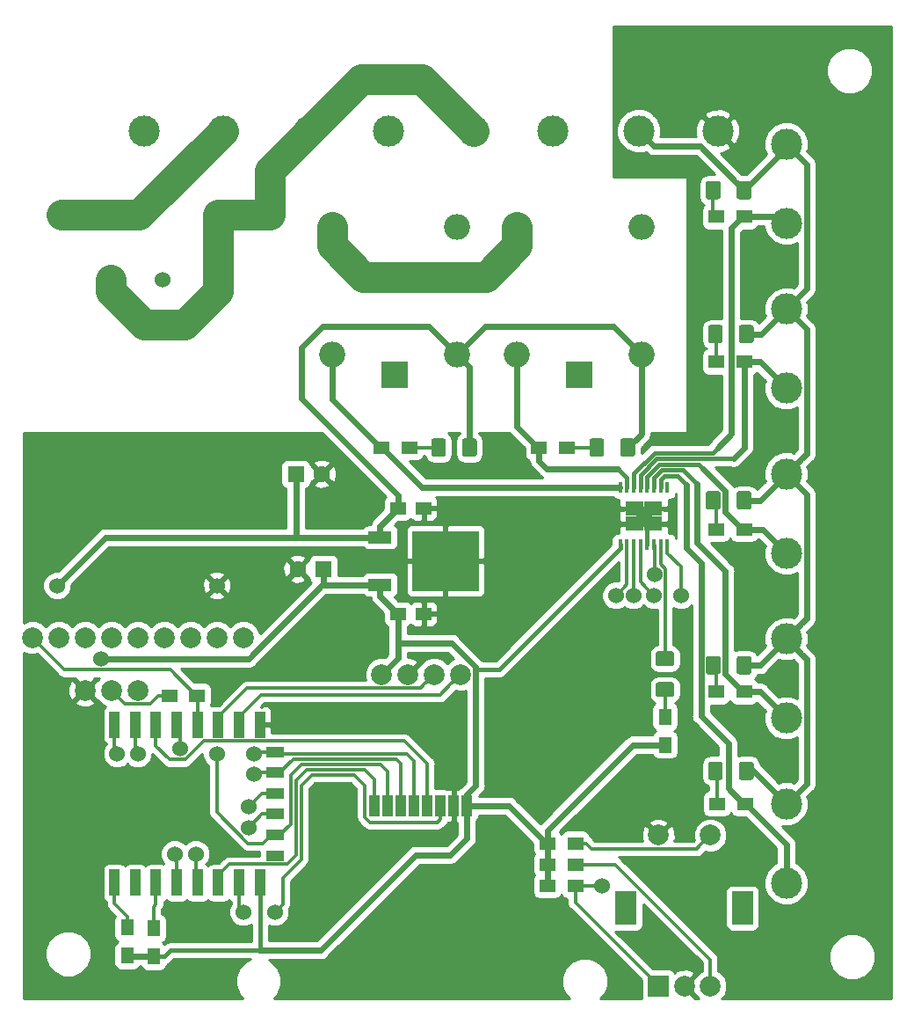
<source format=gbr>
G04 #@! TF.GenerationSoftware,KiCad,Pcbnew,5.0.0-fee4fd1~66~ubuntu16.04.1*
G04 #@! TF.CreationDate,2019-07-26T21:19:50+02:00*
G04 #@! TF.ProjectId,master_module,6D61737465725F6D6F64756C652E6B69,rev?*
G04 #@! TF.SameCoordinates,Original*
G04 #@! TF.FileFunction,Copper,L1,Top,Signal*
G04 #@! TF.FilePolarity,Positive*
%FSLAX46Y46*%
G04 Gerber Fmt 4.6, Leading zero omitted, Abs format (unit mm)*
G04 Created by KiCad (PCBNEW 5.0.0-fee4fd1~66~ubuntu16.04.1) date Fri Jul 26 21:19:50 2019*
%MOMM*%
%LPD*%
G01*
G04 APERTURE LIST*
G04 #@! TA.AperFunction,ComponentPad*
%ADD10C,3.000000*%
G04 #@! TD*
G04 #@! TA.AperFunction,ComponentPad*
%ADD11R,2.500000X2.500000*%
G04 #@! TD*
G04 #@! TA.AperFunction,ComponentPad*
%ADD12O,2.500000X2.500000*%
G04 #@! TD*
G04 #@! TA.AperFunction,ComponentPad*
%ADD13C,2.000000*%
G04 #@! TD*
G04 #@! TA.AperFunction,SMDPad,CuDef*
%ADD14R,0.450000X1.050000*%
G04 #@! TD*
G04 #@! TA.AperFunction,SMDPad,CuDef*
%ADD15R,0.895000X1.470000*%
G04 #@! TD*
G04 #@! TA.AperFunction,SMDPad,CuDef*
%ADD16R,2.200000X1.200000*%
G04 #@! TD*
G04 #@! TA.AperFunction,SMDPad,CuDef*
%ADD17R,6.400000X5.800000*%
G04 #@! TD*
G04 #@! TA.AperFunction,SMDPad,CuDef*
%ADD18R,1.000000X2.500000*%
G04 #@! TD*
G04 #@! TA.AperFunction,SMDPad,CuDef*
%ADD19R,1.800000X1.000000*%
G04 #@! TD*
G04 #@! TA.AperFunction,SMDPad,CuDef*
%ADD20R,1.500000X1.250000*%
G04 #@! TD*
G04 #@! TA.AperFunction,ComponentPad*
%ADD21C,1.600000*%
G04 #@! TD*
G04 #@! TA.AperFunction,ComponentPad*
%ADD22R,1.600000X1.600000*%
G04 #@! TD*
G04 #@! TA.AperFunction,Conductor*
%ADD23C,0.100000*%
G04 #@! TD*
G04 #@! TA.AperFunction,SMDPad,CuDef*
%ADD24C,1.425000*%
G04 #@! TD*
G04 #@! TA.AperFunction,ComponentPad*
%ADD25C,2.350000*%
G04 #@! TD*
G04 #@! TA.AperFunction,SMDPad,CuDef*
%ADD26R,1.500000X1.300000*%
G04 #@! TD*
G04 #@! TA.AperFunction,SMDPad,CuDef*
%ADD27R,1.300000X1.500000*%
G04 #@! TD*
G04 #@! TA.AperFunction,ComponentPad*
%ADD28R,2.000000X3.200000*%
G04 #@! TD*
G04 #@! TA.AperFunction,ComponentPad*
%ADD29R,2.000000X2.000000*%
G04 #@! TD*
G04 #@! TA.AperFunction,ComponentPad*
%ADD30C,1.524000*%
G04 #@! TD*
G04 #@! TA.AperFunction,SMDPad,CuDef*
%ADD31R,1.000000X2.000000*%
G04 #@! TD*
G04 #@! TA.AperFunction,ViaPad*
%ADD32C,1.524000*%
G04 #@! TD*
G04 #@! TA.AperFunction,Conductor*
%ADD33C,0.609600*%
G04 #@! TD*
G04 #@! TA.AperFunction,Conductor*
%ADD34C,0.406400*%
G04 #@! TD*
G04 #@! TA.AperFunction,Conductor*
%ADD35C,0.304800*%
G04 #@! TD*
G04 #@! TA.AperFunction,Conductor*
%ADD36C,3.000000*%
G04 #@! TD*
G04 #@! TA.AperFunction,Conductor*
%ADD37C,1.000000*%
G04 #@! TD*
G04 #@! TA.AperFunction,Conductor*
%ADD38C,0.254000*%
G04 #@! TD*
G04 APERTURE END LIST*
D10*
G04 #@! TO.P,J10,1*
G04 #@! TO.N,/230V_B*
X123190000Y-50800000D03*
G04 #@! TO.P,J10,2*
G04 #@! TO.N,/230V_E*
X130810000Y-50800000D03*
G04 #@! TD*
D11*
G04 #@! TO.P,K1,1*
G04 #@! TO.N,/230V_E*
X131445000Y-74295000D03*
D12*
G04 #@! TO.P,K1,2*
G04 #@! TO.N,+12V*
X137445000Y-72295000D03*
G04 #@! TO.P,K1,3*
G04 #@! TO.N,Net-(K1-Pad3)*
X137445000Y-60095000D03*
G04 #@! TO.P,K1,4*
G04 #@! TO.N,/230V_C*
X125445000Y-60095000D03*
G04 #@! TO.P,K1,5*
G04 #@! TO.N,RE1*
X125445000Y-72295000D03*
G04 #@! TD*
D13*
G04 #@! TO.P,J1,1*
G04 #@! TO.N,SDA*
X137795000Y-103124000D03*
G04 #@! TO.P,J1,2*
G04 #@! TO.N,SCL*
X135255000Y-103124000D03*
G04 #@! TO.P,J1,3*
G04 #@! TO.N,GND*
X132715000Y-103124000D03*
G04 #@! TO.P,J1,4*
G04 #@! TO.N,+3V3*
X130175000Y-103124000D03*
G04 #@! TD*
D10*
G04 #@! TO.P,J12,1*
G04 #@! TO.N,+12V*
X154940000Y-50800000D03*
G04 #@! TO.P,J12,2*
G04 #@! TO.N,GND*
X162560000Y-50800000D03*
G04 #@! TD*
G04 #@! TO.P,J3,2*
G04 #@! TO.N,/RE3*
X169164000Y-59690000D03*
G04 #@! TO.P,J3,1*
G04 #@! TO.N,+12V*
X169164000Y-52070000D03*
G04 #@! TD*
G04 #@! TO.P,J4,1*
G04 #@! TO.N,+12V*
X169164000Y-67945000D03*
G04 #@! TO.P,J4,2*
G04 #@! TO.N,/RE4*
X169164000Y-75565000D03*
G04 #@! TD*
G04 #@! TO.P,J5,2*
G04 #@! TO.N,/RE5*
X169164000Y-91440000D03*
G04 #@! TO.P,J5,1*
G04 #@! TO.N,+12V*
X169164000Y-83820000D03*
G04 #@! TD*
G04 #@! TO.P,J6,1*
G04 #@! TO.N,+12V*
X169164000Y-115570000D03*
G04 #@! TO.P,J6,2*
G04 #@! TO.N,/RE7*
X169164000Y-123190000D03*
G04 #@! TD*
G04 #@! TO.P,J7,2*
G04 #@! TO.N,/RE6*
X169164000Y-107315000D03*
G04 #@! TO.P,J7,1*
G04 #@! TO.N,+12V*
X169164000Y-99695000D03*
G04 #@! TD*
G04 #@! TO.P,J9,2*
G04 #@! TO.N,/230V_A*
X114935000Y-50800000D03*
G04 #@! TO.P,J9,1*
G04 #@! TO.N,/230V_C*
X107315000Y-50800000D03*
G04 #@! TD*
G04 #@! TO.P,J11,2*
G04 #@! TO.N,/230V_F*
X146685000Y-50800000D03*
G04 #@! TO.P,J11,1*
G04 #@! TO.N,/230V_B*
X139065000Y-50800000D03*
G04 #@! TD*
D12*
G04 #@! TO.P,K2,5*
G04 #@! TO.N,RE2*
X143225000Y-72295000D03*
G04 #@! TO.P,K2,4*
G04 #@! TO.N,/230V_C*
X143225000Y-60095000D03*
G04 #@! TO.P,K2,3*
G04 #@! TO.N,Net-(K2-Pad3)*
X155225000Y-60095000D03*
G04 #@! TO.P,K2,2*
G04 #@! TO.N,+12V*
X155225000Y-72295000D03*
D11*
G04 #@! TO.P,K2,1*
G04 #@! TO.N,/230V_F*
X149225000Y-74295000D03*
G04 #@! TD*
D14*
G04 #@! TO.P,U2,1*
G04 #@! TO.N,+3V3*
X153173000Y-90659000D03*
G04 #@! TO.P,U2,2*
G04 #@! TO.N,/MOSI*
X153823000Y-90659000D03*
G04 #@! TO.P,U2,3*
G04 #@! TO.N,/SCLK*
X154473000Y-90659000D03*
G04 #@! TO.P,U2,4*
G04 #@! TO.N,LATCH*
X155123000Y-90659000D03*
G04 #@! TO.P,U2,5*
G04 #@! TO.N,GND*
X155773000Y-90659000D03*
G04 #@! TO.P,U2,6*
G04 #@! TO.N,DOUT*
X156423000Y-90659000D03*
G04 #@! TO.P,U2,7*
G04 #@! TO.N,Net-(D1-Pad2)*
X157073000Y-90659000D03*
G04 #@! TO.P,U2,8*
G04 #@! TO.N,ENABLE*
X157723000Y-90659000D03*
G04 #@! TO.P,U2,9*
G04 #@! TO.N,Net-(U2-Pad9)*
X157723000Y-85109000D03*
G04 #@! TO.P,U2,10*
G04 #@! TO.N,/RE7*
X157073000Y-85109000D03*
G04 #@! TO.P,U2,11*
G04 #@! TO.N,/RE6*
X156423000Y-85109000D03*
G04 #@! TO.P,U2,12*
G04 #@! TO.N,/RE5*
X155773000Y-85109000D03*
G04 #@! TO.P,U2,13*
G04 #@! TO.N,/RE4*
X155123000Y-85109000D03*
G04 #@! TO.P,U2,14*
G04 #@! TO.N,/RE3*
X154473000Y-85109000D03*
G04 #@! TO.P,U2,15*
G04 #@! TO.N,RE2*
X153823000Y-85109000D03*
G04 #@! TO.P,U2,16*
G04 #@! TO.N,RE1*
X153173000Y-85109000D03*
D15*
G04 #@! TO.P,U2,17*
G04 #@! TO.N,GND*
X156790500Y-87149000D03*
X155895500Y-87149000D03*
X155000500Y-87149000D03*
X154105500Y-87149000D03*
X156790500Y-88619000D03*
X155895500Y-88619000D03*
X155000500Y-88619000D03*
X154105500Y-88619000D03*
G04 #@! TD*
D16*
G04 #@! TO.P,U4,1*
G04 #@! TO.N,+12V*
X130039000Y-89922000D03*
G04 #@! TO.P,U4,3*
G04 #@! TO.N,+3V3*
X130039000Y-94482000D03*
D17*
G04 #@! TO.P,U4,2*
G04 #@! TO.N,GND*
X136339000Y-92202000D03*
G04 #@! TD*
D18*
G04 #@! TO.P,U1,1*
G04 #@! TO.N,Net-(R2-Pad2)*
X104450000Y-123170000D03*
G04 #@! TO.P,U1,2*
G04 #@! TO.N,Net-(U1-Pad2)*
X106450000Y-123170000D03*
G04 #@! TO.P,U1,3*
G04 #@! TO.N,Net-(R1-Pad2)*
X108450000Y-123170000D03*
G04 #@! TO.P,U1,4*
G04 #@! TO.N,C*
X110450000Y-123170000D03*
G04 #@! TO.P,U1,5*
G04 #@! TO.N,ENABLE*
X112450000Y-123170000D03*
G04 #@! TO.P,U1,6*
G04 #@! TO.N,IRQ*
X114450000Y-123170000D03*
G04 #@! TO.P,U1,7*
G04 #@! TO.N,CE*
X116450000Y-123170000D03*
G04 #@! TO.P,U1,8*
G04 #@! TO.N,+3V3*
X118450000Y-123170000D03*
D19*
G04 #@! TO.P,U1,9*
G04 #@! TO.N,Net-(U1-Pad9)*
X119950000Y-120570000D03*
G04 #@! TO.P,U1,10*
G04 #@! TO.N,/MISO*
X119950000Y-118570000D03*
G04 #@! TO.P,U1,11*
G04 #@! TO.N,B*
X119950000Y-116570000D03*
G04 #@! TO.P,U1,12*
G04 #@! TO.N,A*
X119950000Y-114570000D03*
G04 #@! TO.P,U1,13*
G04 #@! TO.N,/MOSI*
X119950000Y-112570000D03*
G04 #@! TO.P,U1,14*
G04 #@! TO.N,/SCLK*
X119950000Y-110570000D03*
D18*
G04 #@! TO.P,U1,15*
G04 #@! TO.N,GND*
X118450000Y-107970000D03*
G04 #@! TO.P,U1,16*
G04 #@! TO.N,SDA*
X116450000Y-107970000D03*
G04 #@! TO.P,U1,17*
G04 #@! TO.N,SCL*
X114450000Y-107970000D03*
G04 #@! TO.P,U1,18*
G04 #@! TO.N,GPIO0*
X112450000Y-107970000D03*
G04 #@! TO.P,U1,19*
G04 #@! TO.N,LATCH*
X110450000Y-107970000D03*
G04 #@! TO.P,U1,20*
G04 #@! TO.N,CSN*
X108450000Y-107970000D03*
G04 #@! TO.P,U1,21*
G04 #@! TO.N,RX*
X106450000Y-107970000D03*
G04 #@! TO.P,U1,22*
G04 #@! TO.N,TX*
X104450000Y-107970000D03*
G04 #@! TD*
D13*
G04 #@! TO.P,JP1,1*
G04 #@! TO.N,+3V3*
X106680000Y-104648000D03*
G04 #@! TO.P,JP1,2*
G04 #@! TO.N,Net-(JP1-Pad2)*
X104140000Y-104648000D03*
G04 #@! TO.P,JP1,3*
G04 #@! TO.N,GND*
X101600000Y-104648000D03*
G04 #@! TD*
G04 #@! TO.P,J2,1*
G04 #@! TO.N,GPIO0*
X96520000Y-99568000D03*
G04 #@! TO.P,J2,2*
G04 #@! TO.N,RX*
X99060000Y-99568000D03*
G04 #@! TO.P,J2,3*
G04 #@! TO.N,TX*
X101600000Y-99568000D03*
G04 #@! TO.P,J2,4*
G04 #@! TO.N,ENABLE*
X104140000Y-99568000D03*
G04 #@! TO.P,J2,5*
G04 #@! TO.N,LATCH*
X106680000Y-99568000D03*
G04 #@! TO.P,J2,6*
G04 #@! TO.N,DOUT*
X109220000Y-99568000D03*
G04 #@! TO.P,J2,7*
G04 #@! TO.N,/MISO*
X111760000Y-99568000D03*
G04 #@! TO.P,J2,8*
G04 #@! TO.N,/MOSI*
X114300000Y-99568000D03*
G04 #@! TO.P,J2,9*
G04 #@! TO.N,/SCLK*
X116840000Y-99568000D03*
G04 #@! TD*
D20*
G04 #@! TO.P,C4,2*
G04 #@! TO.N,GND*
X134239000Y-87122000D03*
G04 #@! TO.P,C4,1*
G04 #@! TO.N,+12V*
X131739000Y-87122000D03*
G04 #@! TD*
G04 #@! TO.P,C1,1*
G04 #@! TO.N,+3V3*
X131739000Y-97282000D03*
G04 #@! TO.P,C1,2*
G04 #@! TO.N,GND*
X134239000Y-97282000D03*
G04 #@! TD*
D21*
G04 #@! TO.P,C3,2*
G04 #@! TO.N,GND*
X122087000Y-92964000D03*
D22*
G04 #@! TO.P,C3,1*
G04 #@! TO.N,+3V3*
X124587000Y-92964000D03*
G04 #@! TD*
G04 #@! TO.P,C2,1*
G04 #@! TO.N,+12V*
X121920000Y-83820000D03*
D21*
G04 #@! TO.P,C2,2*
G04 #@! TO.N,GND*
X124420000Y-83820000D03*
G04 #@! TD*
D23*
G04 #@! TO.N,Net-(D3-Pad1)*
G04 #@! TO.C,D3*
G36*
X162829504Y-69484204D02*
X162853773Y-69487804D01*
X162877571Y-69493765D01*
X162900671Y-69502030D01*
X162922849Y-69512520D01*
X162943893Y-69525133D01*
X162963598Y-69539747D01*
X162981777Y-69556223D01*
X162998253Y-69574402D01*
X163012867Y-69594107D01*
X163025480Y-69615151D01*
X163035970Y-69637329D01*
X163044235Y-69660429D01*
X163050196Y-69684227D01*
X163053796Y-69708496D01*
X163055000Y-69733000D01*
X163055000Y-70983000D01*
X163053796Y-71007504D01*
X163050196Y-71031773D01*
X163044235Y-71055571D01*
X163035970Y-71078671D01*
X163025480Y-71100849D01*
X163012867Y-71121893D01*
X162998253Y-71141598D01*
X162981777Y-71159777D01*
X162963598Y-71176253D01*
X162943893Y-71190867D01*
X162922849Y-71203480D01*
X162900671Y-71213970D01*
X162877571Y-71222235D01*
X162853773Y-71228196D01*
X162829504Y-71231796D01*
X162805000Y-71233000D01*
X161880000Y-71233000D01*
X161855496Y-71231796D01*
X161831227Y-71228196D01*
X161807429Y-71222235D01*
X161784329Y-71213970D01*
X161762151Y-71203480D01*
X161741107Y-71190867D01*
X161721402Y-71176253D01*
X161703223Y-71159777D01*
X161686747Y-71141598D01*
X161672133Y-71121893D01*
X161659520Y-71100849D01*
X161649030Y-71078671D01*
X161640765Y-71055571D01*
X161634804Y-71031773D01*
X161631204Y-71007504D01*
X161630000Y-70983000D01*
X161630000Y-69733000D01*
X161631204Y-69708496D01*
X161634804Y-69684227D01*
X161640765Y-69660429D01*
X161649030Y-69637329D01*
X161659520Y-69615151D01*
X161672133Y-69594107D01*
X161686747Y-69574402D01*
X161703223Y-69556223D01*
X161721402Y-69539747D01*
X161741107Y-69525133D01*
X161762151Y-69512520D01*
X161784329Y-69502030D01*
X161807429Y-69493765D01*
X161831227Y-69487804D01*
X161855496Y-69484204D01*
X161880000Y-69483000D01*
X162805000Y-69483000D01*
X162829504Y-69484204D01*
X162829504Y-69484204D01*
G37*
D24*
G04 #@! TD*
G04 #@! TO.P,D3,1*
G04 #@! TO.N,Net-(D3-Pad1)*
X162342500Y-70358000D03*
D23*
G04 #@! TO.N,+12V*
G04 #@! TO.C,D3*
G36*
X165804504Y-69484204D02*
X165828773Y-69487804D01*
X165852571Y-69493765D01*
X165875671Y-69502030D01*
X165897849Y-69512520D01*
X165918893Y-69525133D01*
X165938598Y-69539747D01*
X165956777Y-69556223D01*
X165973253Y-69574402D01*
X165987867Y-69594107D01*
X166000480Y-69615151D01*
X166010970Y-69637329D01*
X166019235Y-69660429D01*
X166025196Y-69684227D01*
X166028796Y-69708496D01*
X166030000Y-69733000D01*
X166030000Y-70983000D01*
X166028796Y-71007504D01*
X166025196Y-71031773D01*
X166019235Y-71055571D01*
X166010970Y-71078671D01*
X166000480Y-71100849D01*
X165987867Y-71121893D01*
X165973253Y-71141598D01*
X165956777Y-71159777D01*
X165938598Y-71176253D01*
X165918893Y-71190867D01*
X165897849Y-71203480D01*
X165875671Y-71213970D01*
X165852571Y-71222235D01*
X165828773Y-71228196D01*
X165804504Y-71231796D01*
X165780000Y-71233000D01*
X164855000Y-71233000D01*
X164830496Y-71231796D01*
X164806227Y-71228196D01*
X164782429Y-71222235D01*
X164759329Y-71213970D01*
X164737151Y-71203480D01*
X164716107Y-71190867D01*
X164696402Y-71176253D01*
X164678223Y-71159777D01*
X164661747Y-71141598D01*
X164647133Y-71121893D01*
X164634520Y-71100849D01*
X164624030Y-71078671D01*
X164615765Y-71055571D01*
X164609804Y-71031773D01*
X164606204Y-71007504D01*
X164605000Y-70983000D01*
X164605000Y-69733000D01*
X164606204Y-69708496D01*
X164609804Y-69684227D01*
X164615765Y-69660429D01*
X164624030Y-69637329D01*
X164634520Y-69615151D01*
X164647133Y-69594107D01*
X164661747Y-69574402D01*
X164678223Y-69556223D01*
X164696402Y-69539747D01*
X164716107Y-69525133D01*
X164737151Y-69512520D01*
X164759329Y-69502030D01*
X164782429Y-69493765D01*
X164806227Y-69487804D01*
X164830496Y-69484204D01*
X164855000Y-69483000D01*
X165780000Y-69483000D01*
X165804504Y-69484204D01*
X165804504Y-69484204D01*
G37*
D24*
G04 #@! TD*
G04 #@! TO.P,D3,2*
G04 #@! TO.N,+12V*
X165317500Y-70358000D03*
D23*
G04 #@! TO.N,Net-(D1-Pad2)*
G04 #@! TO.C,D1*
G36*
X158129504Y-100888704D02*
X158153773Y-100892304D01*
X158177571Y-100898265D01*
X158200671Y-100906530D01*
X158222849Y-100917020D01*
X158243893Y-100929633D01*
X158263598Y-100944247D01*
X158281777Y-100960723D01*
X158298253Y-100978902D01*
X158312867Y-100998607D01*
X158325480Y-101019651D01*
X158335970Y-101041829D01*
X158344235Y-101064929D01*
X158350196Y-101088727D01*
X158353796Y-101112996D01*
X158355000Y-101137500D01*
X158355000Y-102062500D01*
X158353796Y-102087004D01*
X158350196Y-102111273D01*
X158344235Y-102135071D01*
X158335970Y-102158171D01*
X158325480Y-102180349D01*
X158312867Y-102201393D01*
X158298253Y-102221098D01*
X158281777Y-102239277D01*
X158263598Y-102255753D01*
X158243893Y-102270367D01*
X158222849Y-102282980D01*
X158200671Y-102293470D01*
X158177571Y-102301735D01*
X158153773Y-102307696D01*
X158129504Y-102311296D01*
X158105000Y-102312500D01*
X156855000Y-102312500D01*
X156830496Y-102311296D01*
X156806227Y-102307696D01*
X156782429Y-102301735D01*
X156759329Y-102293470D01*
X156737151Y-102282980D01*
X156716107Y-102270367D01*
X156696402Y-102255753D01*
X156678223Y-102239277D01*
X156661747Y-102221098D01*
X156647133Y-102201393D01*
X156634520Y-102180349D01*
X156624030Y-102158171D01*
X156615765Y-102135071D01*
X156609804Y-102111273D01*
X156606204Y-102087004D01*
X156605000Y-102062500D01*
X156605000Y-101137500D01*
X156606204Y-101112996D01*
X156609804Y-101088727D01*
X156615765Y-101064929D01*
X156624030Y-101041829D01*
X156634520Y-101019651D01*
X156647133Y-100998607D01*
X156661747Y-100978902D01*
X156678223Y-100960723D01*
X156696402Y-100944247D01*
X156716107Y-100929633D01*
X156737151Y-100917020D01*
X156759329Y-100906530D01*
X156782429Y-100898265D01*
X156806227Y-100892304D01*
X156830496Y-100888704D01*
X156855000Y-100887500D01*
X158105000Y-100887500D01*
X158129504Y-100888704D01*
X158129504Y-100888704D01*
G37*
D24*
G04 #@! TD*
G04 #@! TO.P,D1,2*
G04 #@! TO.N,Net-(D1-Pad2)*
X157480000Y-101600000D03*
D23*
G04 #@! TO.N,Net-(D1-Pad1)*
G04 #@! TO.C,D1*
G36*
X158129504Y-103863704D02*
X158153773Y-103867304D01*
X158177571Y-103873265D01*
X158200671Y-103881530D01*
X158222849Y-103892020D01*
X158243893Y-103904633D01*
X158263598Y-103919247D01*
X158281777Y-103935723D01*
X158298253Y-103953902D01*
X158312867Y-103973607D01*
X158325480Y-103994651D01*
X158335970Y-104016829D01*
X158344235Y-104039929D01*
X158350196Y-104063727D01*
X158353796Y-104087996D01*
X158355000Y-104112500D01*
X158355000Y-105037500D01*
X158353796Y-105062004D01*
X158350196Y-105086273D01*
X158344235Y-105110071D01*
X158335970Y-105133171D01*
X158325480Y-105155349D01*
X158312867Y-105176393D01*
X158298253Y-105196098D01*
X158281777Y-105214277D01*
X158263598Y-105230753D01*
X158243893Y-105245367D01*
X158222849Y-105257980D01*
X158200671Y-105268470D01*
X158177571Y-105276735D01*
X158153773Y-105282696D01*
X158129504Y-105286296D01*
X158105000Y-105287500D01*
X156855000Y-105287500D01*
X156830496Y-105286296D01*
X156806227Y-105282696D01*
X156782429Y-105276735D01*
X156759329Y-105268470D01*
X156737151Y-105257980D01*
X156716107Y-105245367D01*
X156696402Y-105230753D01*
X156678223Y-105214277D01*
X156661747Y-105196098D01*
X156647133Y-105176393D01*
X156634520Y-105155349D01*
X156624030Y-105133171D01*
X156615765Y-105110071D01*
X156609804Y-105086273D01*
X156606204Y-105062004D01*
X156605000Y-105037500D01*
X156605000Y-104112500D01*
X156606204Y-104087996D01*
X156609804Y-104063727D01*
X156615765Y-104039929D01*
X156624030Y-104016829D01*
X156634520Y-103994651D01*
X156647133Y-103973607D01*
X156661747Y-103953902D01*
X156678223Y-103935723D01*
X156696402Y-103919247D01*
X156716107Y-103904633D01*
X156737151Y-103892020D01*
X156759329Y-103881530D01*
X156782429Y-103873265D01*
X156806227Y-103867304D01*
X156830496Y-103863704D01*
X156855000Y-103862500D01*
X158105000Y-103862500D01*
X158129504Y-103863704D01*
X158129504Y-103863704D01*
G37*
D24*
G04 #@! TD*
G04 #@! TO.P,D1,1*
G04 #@! TO.N,Net-(D1-Pad1)*
X157480000Y-104575000D03*
D23*
G04 #@! TO.N,Net-(D9-Pad1)*
G04 #@! TO.C,D9*
G36*
X151399504Y-80406204D02*
X151423773Y-80409804D01*
X151447571Y-80415765D01*
X151470671Y-80424030D01*
X151492849Y-80434520D01*
X151513893Y-80447133D01*
X151533598Y-80461747D01*
X151551777Y-80478223D01*
X151568253Y-80496402D01*
X151582867Y-80516107D01*
X151595480Y-80537151D01*
X151605970Y-80559329D01*
X151614235Y-80582429D01*
X151620196Y-80606227D01*
X151623796Y-80630496D01*
X151625000Y-80655000D01*
X151625000Y-81905000D01*
X151623796Y-81929504D01*
X151620196Y-81953773D01*
X151614235Y-81977571D01*
X151605970Y-82000671D01*
X151595480Y-82022849D01*
X151582867Y-82043893D01*
X151568253Y-82063598D01*
X151551777Y-82081777D01*
X151533598Y-82098253D01*
X151513893Y-82112867D01*
X151492849Y-82125480D01*
X151470671Y-82135970D01*
X151447571Y-82144235D01*
X151423773Y-82150196D01*
X151399504Y-82153796D01*
X151375000Y-82155000D01*
X150450000Y-82155000D01*
X150425496Y-82153796D01*
X150401227Y-82150196D01*
X150377429Y-82144235D01*
X150354329Y-82135970D01*
X150332151Y-82125480D01*
X150311107Y-82112867D01*
X150291402Y-82098253D01*
X150273223Y-82081777D01*
X150256747Y-82063598D01*
X150242133Y-82043893D01*
X150229520Y-82022849D01*
X150219030Y-82000671D01*
X150210765Y-81977571D01*
X150204804Y-81953773D01*
X150201204Y-81929504D01*
X150200000Y-81905000D01*
X150200000Y-80655000D01*
X150201204Y-80630496D01*
X150204804Y-80606227D01*
X150210765Y-80582429D01*
X150219030Y-80559329D01*
X150229520Y-80537151D01*
X150242133Y-80516107D01*
X150256747Y-80496402D01*
X150273223Y-80478223D01*
X150291402Y-80461747D01*
X150311107Y-80447133D01*
X150332151Y-80434520D01*
X150354329Y-80424030D01*
X150377429Y-80415765D01*
X150401227Y-80409804D01*
X150425496Y-80406204D01*
X150450000Y-80405000D01*
X151375000Y-80405000D01*
X151399504Y-80406204D01*
X151399504Y-80406204D01*
G37*
D24*
G04 #@! TD*
G04 #@! TO.P,D9,1*
G04 #@! TO.N,Net-(D9-Pad1)*
X150912500Y-81280000D03*
D23*
G04 #@! TO.N,+12V*
G04 #@! TO.C,D9*
G36*
X154374504Y-80406204D02*
X154398773Y-80409804D01*
X154422571Y-80415765D01*
X154445671Y-80424030D01*
X154467849Y-80434520D01*
X154488893Y-80447133D01*
X154508598Y-80461747D01*
X154526777Y-80478223D01*
X154543253Y-80496402D01*
X154557867Y-80516107D01*
X154570480Y-80537151D01*
X154580970Y-80559329D01*
X154589235Y-80582429D01*
X154595196Y-80606227D01*
X154598796Y-80630496D01*
X154600000Y-80655000D01*
X154600000Y-81905000D01*
X154598796Y-81929504D01*
X154595196Y-81953773D01*
X154589235Y-81977571D01*
X154580970Y-82000671D01*
X154570480Y-82022849D01*
X154557867Y-82043893D01*
X154543253Y-82063598D01*
X154526777Y-82081777D01*
X154508598Y-82098253D01*
X154488893Y-82112867D01*
X154467849Y-82125480D01*
X154445671Y-82135970D01*
X154422571Y-82144235D01*
X154398773Y-82150196D01*
X154374504Y-82153796D01*
X154350000Y-82155000D01*
X153425000Y-82155000D01*
X153400496Y-82153796D01*
X153376227Y-82150196D01*
X153352429Y-82144235D01*
X153329329Y-82135970D01*
X153307151Y-82125480D01*
X153286107Y-82112867D01*
X153266402Y-82098253D01*
X153248223Y-82081777D01*
X153231747Y-82063598D01*
X153217133Y-82043893D01*
X153204520Y-82022849D01*
X153194030Y-82000671D01*
X153185765Y-81977571D01*
X153179804Y-81953773D01*
X153176204Y-81929504D01*
X153175000Y-81905000D01*
X153175000Y-80655000D01*
X153176204Y-80630496D01*
X153179804Y-80606227D01*
X153185765Y-80582429D01*
X153194030Y-80559329D01*
X153204520Y-80537151D01*
X153217133Y-80516107D01*
X153231747Y-80496402D01*
X153248223Y-80478223D01*
X153266402Y-80461747D01*
X153286107Y-80447133D01*
X153307151Y-80434520D01*
X153329329Y-80424030D01*
X153352429Y-80415765D01*
X153376227Y-80409804D01*
X153400496Y-80406204D01*
X153425000Y-80405000D01*
X154350000Y-80405000D01*
X154374504Y-80406204D01*
X154374504Y-80406204D01*
G37*
D24*
G04 #@! TD*
G04 #@! TO.P,D9,2*
G04 #@! TO.N,+12V*
X153887500Y-81280000D03*
D23*
G04 #@! TO.N,+12V*
G04 #@! TO.C,D2*
G36*
X165587004Y-55641204D02*
X165611273Y-55644804D01*
X165635071Y-55650765D01*
X165658171Y-55659030D01*
X165680349Y-55669520D01*
X165701393Y-55682133D01*
X165721098Y-55696747D01*
X165739277Y-55713223D01*
X165755753Y-55731402D01*
X165770367Y-55751107D01*
X165782980Y-55772151D01*
X165793470Y-55794329D01*
X165801735Y-55817429D01*
X165807696Y-55841227D01*
X165811296Y-55865496D01*
X165812500Y-55890000D01*
X165812500Y-57140000D01*
X165811296Y-57164504D01*
X165807696Y-57188773D01*
X165801735Y-57212571D01*
X165793470Y-57235671D01*
X165782980Y-57257849D01*
X165770367Y-57278893D01*
X165755753Y-57298598D01*
X165739277Y-57316777D01*
X165721098Y-57333253D01*
X165701393Y-57347867D01*
X165680349Y-57360480D01*
X165658171Y-57370970D01*
X165635071Y-57379235D01*
X165611273Y-57385196D01*
X165587004Y-57388796D01*
X165562500Y-57390000D01*
X164637500Y-57390000D01*
X164612996Y-57388796D01*
X164588727Y-57385196D01*
X164564929Y-57379235D01*
X164541829Y-57370970D01*
X164519651Y-57360480D01*
X164498607Y-57347867D01*
X164478902Y-57333253D01*
X164460723Y-57316777D01*
X164444247Y-57298598D01*
X164429633Y-57278893D01*
X164417020Y-57257849D01*
X164406530Y-57235671D01*
X164398265Y-57212571D01*
X164392304Y-57188773D01*
X164388704Y-57164504D01*
X164387500Y-57140000D01*
X164387500Y-55890000D01*
X164388704Y-55865496D01*
X164392304Y-55841227D01*
X164398265Y-55817429D01*
X164406530Y-55794329D01*
X164417020Y-55772151D01*
X164429633Y-55751107D01*
X164444247Y-55731402D01*
X164460723Y-55713223D01*
X164478902Y-55696747D01*
X164498607Y-55682133D01*
X164519651Y-55669520D01*
X164541829Y-55659030D01*
X164564929Y-55650765D01*
X164588727Y-55644804D01*
X164612996Y-55641204D01*
X164637500Y-55640000D01*
X165562500Y-55640000D01*
X165587004Y-55641204D01*
X165587004Y-55641204D01*
G37*
D24*
G04 #@! TD*
G04 #@! TO.P,D2,2*
G04 #@! TO.N,+12V*
X165100000Y-56515000D03*
D23*
G04 #@! TO.N,Net-(D2-Pad1)*
G04 #@! TO.C,D2*
G36*
X162612004Y-55641204D02*
X162636273Y-55644804D01*
X162660071Y-55650765D01*
X162683171Y-55659030D01*
X162705349Y-55669520D01*
X162726393Y-55682133D01*
X162746098Y-55696747D01*
X162764277Y-55713223D01*
X162780753Y-55731402D01*
X162795367Y-55751107D01*
X162807980Y-55772151D01*
X162818470Y-55794329D01*
X162826735Y-55817429D01*
X162832696Y-55841227D01*
X162836296Y-55865496D01*
X162837500Y-55890000D01*
X162837500Y-57140000D01*
X162836296Y-57164504D01*
X162832696Y-57188773D01*
X162826735Y-57212571D01*
X162818470Y-57235671D01*
X162807980Y-57257849D01*
X162795367Y-57278893D01*
X162780753Y-57298598D01*
X162764277Y-57316777D01*
X162746098Y-57333253D01*
X162726393Y-57347867D01*
X162705349Y-57360480D01*
X162683171Y-57370970D01*
X162660071Y-57379235D01*
X162636273Y-57385196D01*
X162612004Y-57388796D01*
X162587500Y-57390000D01*
X161662500Y-57390000D01*
X161637996Y-57388796D01*
X161613727Y-57385196D01*
X161589929Y-57379235D01*
X161566829Y-57370970D01*
X161544651Y-57360480D01*
X161523607Y-57347867D01*
X161503902Y-57333253D01*
X161485723Y-57316777D01*
X161469247Y-57298598D01*
X161454633Y-57278893D01*
X161442020Y-57257849D01*
X161431530Y-57235671D01*
X161423265Y-57212571D01*
X161417304Y-57188773D01*
X161413704Y-57164504D01*
X161412500Y-57140000D01*
X161412500Y-55890000D01*
X161413704Y-55865496D01*
X161417304Y-55841227D01*
X161423265Y-55817429D01*
X161431530Y-55794329D01*
X161442020Y-55772151D01*
X161454633Y-55751107D01*
X161469247Y-55731402D01*
X161485723Y-55713223D01*
X161503902Y-55696747D01*
X161523607Y-55682133D01*
X161544651Y-55669520D01*
X161566829Y-55659030D01*
X161589929Y-55650765D01*
X161613727Y-55644804D01*
X161637996Y-55641204D01*
X161662500Y-55640000D01*
X162587500Y-55640000D01*
X162612004Y-55641204D01*
X162612004Y-55641204D01*
G37*
D24*
G04 #@! TD*
G04 #@! TO.P,D2,1*
G04 #@! TO.N,Net-(D2-Pad1)*
X162125000Y-56515000D03*
D23*
G04 #@! TO.N,Net-(D8-Pad1)*
G04 #@! TO.C,D8*
G36*
X136159504Y-80406204D02*
X136183773Y-80409804D01*
X136207571Y-80415765D01*
X136230671Y-80424030D01*
X136252849Y-80434520D01*
X136273893Y-80447133D01*
X136293598Y-80461747D01*
X136311777Y-80478223D01*
X136328253Y-80496402D01*
X136342867Y-80516107D01*
X136355480Y-80537151D01*
X136365970Y-80559329D01*
X136374235Y-80582429D01*
X136380196Y-80606227D01*
X136383796Y-80630496D01*
X136385000Y-80655000D01*
X136385000Y-81905000D01*
X136383796Y-81929504D01*
X136380196Y-81953773D01*
X136374235Y-81977571D01*
X136365970Y-82000671D01*
X136355480Y-82022849D01*
X136342867Y-82043893D01*
X136328253Y-82063598D01*
X136311777Y-82081777D01*
X136293598Y-82098253D01*
X136273893Y-82112867D01*
X136252849Y-82125480D01*
X136230671Y-82135970D01*
X136207571Y-82144235D01*
X136183773Y-82150196D01*
X136159504Y-82153796D01*
X136135000Y-82155000D01*
X135210000Y-82155000D01*
X135185496Y-82153796D01*
X135161227Y-82150196D01*
X135137429Y-82144235D01*
X135114329Y-82135970D01*
X135092151Y-82125480D01*
X135071107Y-82112867D01*
X135051402Y-82098253D01*
X135033223Y-82081777D01*
X135016747Y-82063598D01*
X135002133Y-82043893D01*
X134989520Y-82022849D01*
X134979030Y-82000671D01*
X134970765Y-81977571D01*
X134964804Y-81953773D01*
X134961204Y-81929504D01*
X134960000Y-81905000D01*
X134960000Y-80655000D01*
X134961204Y-80630496D01*
X134964804Y-80606227D01*
X134970765Y-80582429D01*
X134979030Y-80559329D01*
X134989520Y-80537151D01*
X135002133Y-80516107D01*
X135016747Y-80496402D01*
X135033223Y-80478223D01*
X135051402Y-80461747D01*
X135071107Y-80447133D01*
X135092151Y-80434520D01*
X135114329Y-80424030D01*
X135137429Y-80415765D01*
X135161227Y-80409804D01*
X135185496Y-80406204D01*
X135210000Y-80405000D01*
X136135000Y-80405000D01*
X136159504Y-80406204D01*
X136159504Y-80406204D01*
G37*
D24*
G04 #@! TD*
G04 #@! TO.P,D8,1*
G04 #@! TO.N,Net-(D8-Pad1)*
X135672500Y-81280000D03*
D23*
G04 #@! TO.N,+12V*
G04 #@! TO.C,D8*
G36*
X139134504Y-80406204D02*
X139158773Y-80409804D01*
X139182571Y-80415765D01*
X139205671Y-80424030D01*
X139227849Y-80434520D01*
X139248893Y-80447133D01*
X139268598Y-80461747D01*
X139286777Y-80478223D01*
X139303253Y-80496402D01*
X139317867Y-80516107D01*
X139330480Y-80537151D01*
X139340970Y-80559329D01*
X139349235Y-80582429D01*
X139355196Y-80606227D01*
X139358796Y-80630496D01*
X139360000Y-80655000D01*
X139360000Y-81905000D01*
X139358796Y-81929504D01*
X139355196Y-81953773D01*
X139349235Y-81977571D01*
X139340970Y-82000671D01*
X139330480Y-82022849D01*
X139317867Y-82043893D01*
X139303253Y-82063598D01*
X139286777Y-82081777D01*
X139268598Y-82098253D01*
X139248893Y-82112867D01*
X139227849Y-82125480D01*
X139205671Y-82135970D01*
X139182571Y-82144235D01*
X139158773Y-82150196D01*
X139134504Y-82153796D01*
X139110000Y-82155000D01*
X138185000Y-82155000D01*
X138160496Y-82153796D01*
X138136227Y-82150196D01*
X138112429Y-82144235D01*
X138089329Y-82135970D01*
X138067151Y-82125480D01*
X138046107Y-82112867D01*
X138026402Y-82098253D01*
X138008223Y-82081777D01*
X137991747Y-82063598D01*
X137977133Y-82043893D01*
X137964520Y-82022849D01*
X137954030Y-82000671D01*
X137945765Y-81977571D01*
X137939804Y-81953773D01*
X137936204Y-81929504D01*
X137935000Y-81905000D01*
X137935000Y-80655000D01*
X137936204Y-80630496D01*
X137939804Y-80606227D01*
X137945765Y-80582429D01*
X137954030Y-80559329D01*
X137964520Y-80537151D01*
X137977133Y-80516107D01*
X137991747Y-80496402D01*
X138008223Y-80478223D01*
X138026402Y-80461747D01*
X138046107Y-80447133D01*
X138067151Y-80434520D01*
X138089329Y-80424030D01*
X138112429Y-80415765D01*
X138136227Y-80409804D01*
X138160496Y-80406204D01*
X138185000Y-80405000D01*
X139110000Y-80405000D01*
X139134504Y-80406204D01*
X139134504Y-80406204D01*
G37*
D24*
G04 #@! TD*
G04 #@! TO.P,D8,2*
G04 #@! TO.N,+12V*
X138647500Y-81280000D03*
D23*
G04 #@! TO.N,Net-(D6-Pad1)*
G04 #@! TO.C,D6*
G36*
X162612004Y-101361204D02*
X162636273Y-101364804D01*
X162660071Y-101370765D01*
X162683171Y-101379030D01*
X162705349Y-101389520D01*
X162726393Y-101402133D01*
X162746098Y-101416747D01*
X162764277Y-101433223D01*
X162780753Y-101451402D01*
X162795367Y-101471107D01*
X162807980Y-101492151D01*
X162818470Y-101514329D01*
X162826735Y-101537429D01*
X162832696Y-101561227D01*
X162836296Y-101585496D01*
X162837500Y-101610000D01*
X162837500Y-102860000D01*
X162836296Y-102884504D01*
X162832696Y-102908773D01*
X162826735Y-102932571D01*
X162818470Y-102955671D01*
X162807980Y-102977849D01*
X162795367Y-102998893D01*
X162780753Y-103018598D01*
X162764277Y-103036777D01*
X162746098Y-103053253D01*
X162726393Y-103067867D01*
X162705349Y-103080480D01*
X162683171Y-103090970D01*
X162660071Y-103099235D01*
X162636273Y-103105196D01*
X162612004Y-103108796D01*
X162587500Y-103110000D01*
X161662500Y-103110000D01*
X161637996Y-103108796D01*
X161613727Y-103105196D01*
X161589929Y-103099235D01*
X161566829Y-103090970D01*
X161544651Y-103080480D01*
X161523607Y-103067867D01*
X161503902Y-103053253D01*
X161485723Y-103036777D01*
X161469247Y-103018598D01*
X161454633Y-102998893D01*
X161442020Y-102977849D01*
X161431530Y-102955671D01*
X161423265Y-102932571D01*
X161417304Y-102908773D01*
X161413704Y-102884504D01*
X161412500Y-102860000D01*
X161412500Y-101610000D01*
X161413704Y-101585496D01*
X161417304Y-101561227D01*
X161423265Y-101537429D01*
X161431530Y-101514329D01*
X161442020Y-101492151D01*
X161454633Y-101471107D01*
X161469247Y-101451402D01*
X161485723Y-101433223D01*
X161503902Y-101416747D01*
X161523607Y-101402133D01*
X161544651Y-101389520D01*
X161566829Y-101379030D01*
X161589929Y-101370765D01*
X161613727Y-101364804D01*
X161637996Y-101361204D01*
X161662500Y-101360000D01*
X162587500Y-101360000D01*
X162612004Y-101361204D01*
X162612004Y-101361204D01*
G37*
D24*
G04 #@! TD*
G04 #@! TO.P,D6,1*
G04 #@! TO.N,Net-(D6-Pad1)*
X162125000Y-102235000D03*
D23*
G04 #@! TO.N,+12V*
G04 #@! TO.C,D6*
G36*
X165587004Y-101361204D02*
X165611273Y-101364804D01*
X165635071Y-101370765D01*
X165658171Y-101379030D01*
X165680349Y-101389520D01*
X165701393Y-101402133D01*
X165721098Y-101416747D01*
X165739277Y-101433223D01*
X165755753Y-101451402D01*
X165770367Y-101471107D01*
X165782980Y-101492151D01*
X165793470Y-101514329D01*
X165801735Y-101537429D01*
X165807696Y-101561227D01*
X165811296Y-101585496D01*
X165812500Y-101610000D01*
X165812500Y-102860000D01*
X165811296Y-102884504D01*
X165807696Y-102908773D01*
X165801735Y-102932571D01*
X165793470Y-102955671D01*
X165782980Y-102977849D01*
X165770367Y-102998893D01*
X165755753Y-103018598D01*
X165739277Y-103036777D01*
X165721098Y-103053253D01*
X165701393Y-103067867D01*
X165680349Y-103080480D01*
X165658171Y-103090970D01*
X165635071Y-103099235D01*
X165611273Y-103105196D01*
X165587004Y-103108796D01*
X165562500Y-103110000D01*
X164637500Y-103110000D01*
X164612996Y-103108796D01*
X164588727Y-103105196D01*
X164564929Y-103099235D01*
X164541829Y-103090970D01*
X164519651Y-103080480D01*
X164498607Y-103067867D01*
X164478902Y-103053253D01*
X164460723Y-103036777D01*
X164444247Y-103018598D01*
X164429633Y-102998893D01*
X164417020Y-102977849D01*
X164406530Y-102955671D01*
X164398265Y-102932571D01*
X164392304Y-102908773D01*
X164388704Y-102884504D01*
X164387500Y-102860000D01*
X164387500Y-101610000D01*
X164388704Y-101585496D01*
X164392304Y-101561227D01*
X164398265Y-101537429D01*
X164406530Y-101514329D01*
X164417020Y-101492151D01*
X164429633Y-101471107D01*
X164444247Y-101451402D01*
X164460723Y-101433223D01*
X164478902Y-101416747D01*
X164498607Y-101402133D01*
X164519651Y-101389520D01*
X164541829Y-101379030D01*
X164564929Y-101370765D01*
X164588727Y-101364804D01*
X164612996Y-101361204D01*
X164637500Y-101360000D01*
X165562500Y-101360000D01*
X165587004Y-101361204D01*
X165587004Y-101361204D01*
G37*
D24*
G04 #@! TD*
G04 #@! TO.P,D6,2*
G04 #@! TO.N,+12V*
X165100000Y-102235000D03*
D23*
G04 #@! TO.N,+12V*
G04 #@! TO.C,D5*
G36*
X165804504Y-111521204D02*
X165828773Y-111524804D01*
X165852571Y-111530765D01*
X165875671Y-111539030D01*
X165897849Y-111549520D01*
X165918893Y-111562133D01*
X165938598Y-111576747D01*
X165956777Y-111593223D01*
X165973253Y-111611402D01*
X165987867Y-111631107D01*
X166000480Y-111652151D01*
X166010970Y-111674329D01*
X166019235Y-111697429D01*
X166025196Y-111721227D01*
X166028796Y-111745496D01*
X166030000Y-111770000D01*
X166030000Y-113020000D01*
X166028796Y-113044504D01*
X166025196Y-113068773D01*
X166019235Y-113092571D01*
X166010970Y-113115671D01*
X166000480Y-113137849D01*
X165987867Y-113158893D01*
X165973253Y-113178598D01*
X165956777Y-113196777D01*
X165938598Y-113213253D01*
X165918893Y-113227867D01*
X165897849Y-113240480D01*
X165875671Y-113250970D01*
X165852571Y-113259235D01*
X165828773Y-113265196D01*
X165804504Y-113268796D01*
X165780000Y-113270000D01*
X164855000Y-113270000D01*
X164830496Y-113268796D01*
X164806227Y-113265196D01*
X164782429Y-113259235D01*
X164759329Y-113250970D01*
X164737151Y-113240480D01*
X164716107Y-113227867D01*
X164696402Y-113213253D01*
X164678223Y-113196777D01*
X164661747Y-113178598D01*
X164647133Y-113158893D01*
X164634520Y-113137849D01*
X164624030Y-113115671D01*
X164615765Y-113092571D01*
X164609804Y-113068773D01*
X164606204Y-113044504D01*
X164605000Y-113020000D01*
X164605000Y-111770000D01*
X164606204Y-111745496D01*
X164609804Y-111721227D01*
X164615765Y-111697429D01*
X164624030Y-111674329D01*
X164634520Y-111652151D01*
X164647133Y-111631107D01*
X164661747Y-111611402D01*
X164678223Y-111593223D01*
X164696402Y-111576747D01*
X164716107Y-111562133D01*
X164737151Y-111549520D01*
X164759329Y-111539030D01*
X164782429Y-111530765D01*
X164806227Y-111524804D01*
X164830496Y-111521204D01*
X164855000Y-111520000D01*
X165780000Y-111520000D01*
X165804504Y-111521204D01*
X165804504Y-111521204D01*
G37*
D24*
G04 #@! TD*
G04 #@! TO.P,D5,2*
G04 #@! TO.N,+12V*
X165317500Y-112395000D03*
D23*
G04 #@! TO.N,Net-(D5-Pad1)*
G04 #@! TO.C,D5*
G36*
X162829504Y-111521204D02*
X162853773Y-111524804D01*
X162877571Y-111530765D01*
X162900671Y-111539030D01*
X162922849Y-111549520D01*
X162943893Y-111562133D01*
X162963598Y-111576747D01*
X162981777Y-111593223D01*
X162998253Y-111611402D01*
X163012867Y-111631107D01*
X163025480Y-111652151D01*
X163035970Y-111674329D01*
X163044235Y-111697429D01*
X163050196Y-111721227D01*
X163053796Y-111745496D01*
X163055000Y-111770000D01*
X163055000Y-113020000D01*
X163053796Y-113044504D01*
X163050196Y-113068773D01*
X163044235Y-113092571D01*
X163035970Y-113115671D01*
X163025480Y-113137849D01*
X163012867Y-113158893D01*
X162998253Y-113178598D01*
X162981777Y-113196777D01*
X162963598Y-113213253D01*
X162943893Y-113227867D01*
X162922849Y-113240480D01*
X162900671Y-113250970D01*
X162877571Y-113259235D01*
X162853773Y-113265196D01*
X162829504Y-113268796D01*
X162805000Y-113270000D01*
X161880000Y-113270000D01*
X161855496Y-113268796D01*
X161831227Y-113265196D01*
X161807429Y-113259235D01*
X161784329Y-113250970D01*
X161762151Y-113240480D01*
X161741107Y-113227867D01*
X161721402Y-113213253D01*
X161703223Y-113196777D01*
X161686747Y-113178598D01*
X161672133Y-113158893D01*
X161659520Y-113137849D01*
X161649030Y-113115671D01*
X161640765Y-113092571D01*
X161634804Y-113068773D01*
X161631204Y-113044504D01*
X161630000Y-113020000D01*
X161630000Y-111770000D01*
X161631204Y-111745496D01*
X161634804Y-111721227D01*
X161640765Y-111697429D01*
X161649030Y-111674329D01*
X161659520Y-111652151D01*
X161672133Y-111631107D01*
X161686747Y-111611402D01*
X161703223Y-111593223D01*
X161721402Y-111576747D01*
X161741107Y-111562133D01*
X161762151Y-111549520D01*
X161784329Y-111539030D01*
X161807429Y-111530765D01*
X161831227Y-111524804D01*
X161855496Y-111521204D01*
X161880000Y-111520000D01*
X162805000Y-111520000D01*
X162829504Y-111521204D01*
X162829504Y-111521204D01*
G37*
D24*
G04 #@! TD*
G04 #@! TO.P,D5,1*
G04 #@! TO.N,Net-(D5-Pad1)*
X162342500Y-112395000D03*
D23*
G04 #@! TO.N,Net-(D4-Pad1)*
G04 #@! TO.C,D4*
G36*
X162612004Y-85486204D02*
X162636273Y-85489804D01*
X162660071Y-85495765D01*
X162683171Y-85504030D01*
X162705349Y-85514520D01*
X162726393Y-85527133D01*
X162746098Y-85541747D01*
X162764277Y-85558223D01*
X162780753Y-85576402D01*
X162795367Y-85596107D01*
X162807980Y-85617151D01*
X162818470Y-85639329D01*
X162826735Y-85662429D01*
X162832696Y-85686227D01*
X162836296Y-85710496D01*
X162837500Y-85735000D01*
X162837500Y-86985000D01*
X162836296Y-87009504D01*
X162832696Y-87033773D01*
X162826735Y-87057571D01*
X162818470Y-87080671D01*
X162807980Y-87102849D01*
X162795367Y-87123893D01*
X162780753Y-87143598D01*
X162764277Y-87161777D01*
X162746098Y-87178253D01*
X162726393Y-87192867D01*
X162705349Y-87205480D01*
X162683171Y-87215970D01*
X162660071Y-87224235D01*
X162636273Y-87230196D01*
X162612004Y-87233796D01*
X162587500Y-87235000D01*
X161662500Y-87235000D01*
X161637996Y-87233796D01*
X161613727Y-87230196D01*
X161589929Y-87224235D01*
X161566829Y-87215970D01*
X161544651Y-87205480D01*
X161523607Y-87192867D01*
X161503902Y-87178253D01*
X161485723Y-87161777D01*
X161469247Y-87143598D01*
X161454633Y-87123893D01*
X161442020Y-87102849D01*
X161431530Y-87080671D01*
X161423265Y-87057571D01*
X161417304Y-87033773D01*
X161413704Y-87009504D01*
X161412500Y-86985000D01*
X161412500Y-85735000D01*
X161413704Y-85710496D01*
X161417304Y-85686227D01*
X161423265Y-85662429D01*
X161431530Y-85639329D01*
X161442020Y-85617151D01*
X161454633Y-85596107D01*
X161469247Y-85576402D01*
X161485723Y-85558223D01*
X161503902Y-85541747D01*
X161523607Y-85527133D01*
X161544651Y-85514520D01*
X161566829Y-85504030D01*
X161589929Y-85495765D01*
X161613727Y-85489804D01*
X161637996Y-85486204D01*
X161662500Y-85485000D01*
X162587500Y-85485000D01*
X162612004Y-85486204D01*
X162612004Y-85486204D01*
G37*
D24*
G04 #@! TD*
G04 #@! TO.P,D4,1*
G04 #@! TO.N,Net-(D4-Pad1)*
X162125000Y-86360000D03*
D23*
G04 #@! TO.N,+12V*
G04 #@! TO.C,D4*
G36*
X165587004Y-85486204D02*
X165611273Y-85489804D01*
X165635071Y-85495765D01*
X165658171Y-85504030D01*
X165680349Y-85514520D01*
X165701393Y-85527133D01*
X165721098Y-85541747D01*
X165739277Y-85558223D01*
X165755753Y-85576402D01*
X165770367Y-85596107D01*
X165782980Y-85617151D01*
X165793470Y-85639329D01*
X165801735Y-85662429D01*
X165807696Y-85686227D01*
X165811296Y-85710496D01*
X165812500Y-85735000D01*
X165812500Y-86985000D01*
X165811296Y-87009504D01*
X165807696Y-87033773D01*
X165801735Y-87057571D01*
X165793470Y-87080671D01*
X165782980Y-87102849D01*
X165770367Y-87123893D01*
X165755753Y-87143598D01*
X165739277Y-87161777D01*
X165721098Y-87178253D01*
X165701393Y-87192867D01*
X165680349Y-87205480D01*
X165658171Y-87215970D01*
X165635071Y-87224235D01*
X165611273Y-87230196D01*
X165587004Y-87233796D01*
X165562500Y-87235000D01*
X164637500Y-87235000D01*
X164612996Y-87233796D01*
X164588727Y-87230196D01*
X164564929Y-87224235D01*
X164541829Y-87215970D01*
X164519651Y-87205480D01*
X164498607Y-87192867D01*
X164478902Y-87178253D01*
X164460723Y-87161777D01*
X164444247Y-87143598D01*
X164429633Y-87123893D01*
X164417020Y-87102849D01*
X164406530Y-87080671D01*
X164398265Y-87057571D01*
X164392304Y-87033773D01*
X164388704Y-87009504D01*
X164387500Y-86985000D01*
X164387500Y-85735000D01*
X164388704Y-85710496D01*
X164392304Y-85686227D01*
X164398265Y-85662429D01*
X164406530Y-85639329D01*
X164417020Y-85617151D01*
X164429633Y-85596107D01*
X164444247Y-85576402D01*
X164460723Y-85558223D01*
X164478902Y-85541747D01*
X164498607Y-85527133D01*
X164519651Y-85514520D01*
X164541829Y-85504030D01*
X164564929Y-85495765D01*
X164588727Y-85489804D01*
X164612996Y-85486204D01*
X164637500Y-85485000D01*
X165562500Y-85485000D01*
X165587004Y-85486204D01*
X165587004Y-85486204D01*
G37*
D24*
G04 #@! TD*
G04 #@! TO.P,D4,2*
G04 #@! TO.N,+12V*
X165100000Y-86360000D03*
D25*
G04 #@! TO.P,F1,2*
G04 #@! TO.N,/230V_A*
X104380000Y-58902600D03*
X99380000Y-58902600D03*
G04 #@! TO.P,F1,1*
G04 #@! TO.N,/230V_B*
X114380000Y-58902600D03*
X119380000Y-58902600D03*
G04 #@! TD*
D26*
G04 #@! TO.P,R14,1*
G04 #@! TO.N,Net-(D8-Pad1)*
X132875000Y-81280000D03*
G04 #@! TO.P,R14,2*
G04 #@! TO.N,RE1*
X130175000Y-81280000D03*
G04 #@! TD*
G04 #@! TO.P,R15,2*
G04 #@! TO.N,RE2*
X145335000Y-81280000D03*
G04 #@! TO.P,R15,1*
G04 #@! TO.N,Net-(D9-Pad1)*
X148035000Y-81280000D03*
G04 #@! TD*
G04 #@! TO.P,R12,2*
G04 #@! TO.N,/RE6*
X165100000Y-104775000D03*
G04 #@! TO.P,R12,1*
G04 #@! TO.N,Net-(D6-Pad1)*
X162400000Y-104775000D03*
G04 #@! TD*
G04 #@! TO.P,R11,1*
G04 #@! TO.N,Net-(D5-Pad1)*
X162480000Y-115570000D03*
G04 #@! TO.P,R11,2*
G04 #@! TO.N,/RE7*
X165180000Y-115570000D03*
G04 #@! TD*
G04 #@! TO.P,R10,2*
G04 #@! TO.N,/RE5*
X165100000Y-89154000D03*
G04 #@! TO.P,R10,1*
G04 #@! TO.N,Net-(D4-Pad1)*
X162400000Y-89154000D03*
G04 #@! TD*
D27*
G04 #@! TO.P,R1,1*
G04 #@! TO.N,+3V3*
X108204000Y-130255000D03*
G04 #@! TO.P,R1,2*
G04 #@! TO.N,Net-(R1-Pad2)*
X108204000Y-127555000D03*
G04 #@! TD*
G04 #@! TO.P,R2,2*
G04 #@! TO.N,Net-(R2-Pad2)*
X105664000Y-127475000D03*
G04 #@! TO.P,R2,1*
G04 #@! TO.N,+3V3*
X105664000Y-130175000D03*
G04 #@! TD*
D26*
G04 #@! TO.P,R3,1*
G04 #@! TO.N,+3V3*
X146144000Y-123444000D03*
G04 #@! TO.P,R3,2*
G04 #@! TO.N,A*
X148844000Y-123444000D03*
G04 #@! TD*
G04 #@! TO.P,R5,2*
G04 #@! TO.N,C*
X148844000Y-119380000D03*
G04 #@! TO.P,R5,1*
G04 #@! TO.N,+3V3*
X146144000Y-119380000D03*
G04 #@! TD*
G04 #@! TO.P,R6,1*
G04 #@! TO.N,Net-(JP1-Pad2)*
X109728000Y-105156000D03*
G04 #@! TO.P,R6,2*
G04 #@! TO.N,GPIO0*
X112428000Y-105156000D03*
G04 #@! TD*
D27*
G04 #@! TO.P,R7,2*
G04 #@! TO.N,+3V3*
X157480000Y-109888000D03*
G04 #@! TO.P,R7,1*
G04 #@! TO.N,Net-(D1-Pad1)*
X157480000Y-107188000D03*
G04 #@! TD*
D26*
G04 #@! TO.P,R8,1*
G04 #@! TO.N,Net-(D2-Pad1)*
X162400000Y-59055000D03*
G04 #@! TO.P,R8,2*
G04 #@! TO.N,/RE3*
X165100000Y-59055000D03*
G04 #@! TD*
G04 #@! TO.P,R9,2*
G04 #@! TO.N,/RE4*
X165100000Y-73025000D03*
G04 #@! TO.P,R9,1*
G04 #@! TO.N,Net-(D3-Pad1)*
X162400000Y-73025000D03*
G04 #@! TD*
G04 #@! TO.P,R4,1*
G04 #@! TO.N,+3V3*
X146144000Y-121412000D03*
G04 #@! TO.P,R4,2*
G04 #@! TO.N,B*
X148844000Y-121412000D03*
G04 #@! TD*
D13*
G04 #@! TO.P,SW1,S1*
G04 #@! TO.N,C*
X161845000Y-118596000D03*
G04 #@! TO.P,SW1,S2*
G04 #@! TO.N,GND*
X156845000Y-118596000D03*
D28*
G04 #@! TO.P,SW1,MP*
G04 #@! TO.N,N/C*
X164945000Y-125596000D03*
X153745000Y-125596000D03*
D13*
G04 #@! TO.P,SW1,B*
G04 #@! TO.N,B*
X161845000Y-133096000D03*
G04 #@! TO.P,SW1,C*
G04 #@! TO.N,GND*
X159345000Y-133096000D03*
D29*
G04 #@! TO.P,SW1,A*
G04 #@! TO.N,A*
X156845000Y-133096000D03*
G04 #@! TD*
D30*
G04 #@! TO.P,T1,1*
G04 #@! TO.N,/230V_C*
X109120000Y-65165000D03*
G04 #@! TO.P,T1,2*
G04 #@! TO.N,/230V_B*
X104120000Y-65165000D03*
G04 #@! TO.P,T1,3*
G04 #@! TO.N,GND*
X114320000Y-94565000D03*
G04 #@! TO.P,T1,4*
G04 #@! TO.N,+12V*
X98920000Y-94565000D03*
G04 #@! TD*
D31*
G04 #@! TO.P,U3,2*
G04 #@! TO.N,+3V3*
X138385000Y-115760000D03*
G04 #@! TO.P,U3,1*
G04 #@! TO.N,GND*
X137115000Y-115760000D03*
G04 #@! TO.P,U3,3*
G04 #@! TO.N,CE*
X135845000Y-115760000D03*
G04 #@! TO.P,U3,4*
G04 #@! TO.N,CSN*
X134575000Y-115760000D03*
G04 #@! TO.P,U3,5*
G04 #@! TO.N,/SCLK*
X133305000Y-115760000D03*
G04 #@! TO.P,U3,6*
G04 #@! TO.N,/MOSI*
X132035000Y-115760000D03*
G04 #@! TO.P,U3,7*
G04 #@! TO.N,/MISO*
X130765000Y-115760000D03*
G04 #@! TO.P,U3,8*
G04 #@! TO.N,IRQ*
X129495000Y-115760000D03*
G04 #@! TD*
D32*
G04 #@! TO.N,+3V3*
X103124000Y-101600000D03*
G04 #@! TO.N,GND*
X155448000Y-87884000D03*
X134112000Y-107696000D03*
X127000000Y-122936000D03*
X165100000Y-108204000D03*
X168656000Y-103632000D03*
X165100000Y-94488000D03*
X167132000Y-79756000D03*
X166624000Y-63500000D03*
X141732000Y-82804000D03*
X144272000Y-92964000D03*
X125476000Y-101092000D03*
X141224000Y-104648000D03*
X156489400Y-130251200D03*
X113588800Y-127457200D03*
X125933200Y-132181600D03*
X111937800Y-132207000D03*
G04 #@! TO.N,CE*
X116840000Y-125984000D03*
X119888000Y-125984000D03*
G04 #@! TO.N,/SCLK*
X117856000Y-110744000D03*
X154432000Y-95504000D03*
G04 #@! TO.N,/MOSI*
X152755750Y-95527322D03*
X117856000Y-112725178D03*
G04 #@! TO.N,/MISO*
X114300000Y-110744000D03*
G04 #@! TO.N,C*
X110236000Y-120396000D03*
G04 #@! TO.N,B*
X117348000Y-117856000D03*
G04 #@! TO.N,A*
X151384000Y-123444000D03*
X117364107Y-115874810D03*
G04 #@! TO.N,RX*
X106680000Y-110744000D03*
G04 #@! TO.N,TX*
X104698810Y-110744000D03*
G04 #@! TO.N,ENABLE*
X159004000Y-95504000D03*
X112268000Y-120396000D03*
G04 #@! TO.N,LATCH*
X110744000Y-110236000D03*
X156413190Y-95504000D03*
G04 #@! TO.N,DOUT*
X156464000Y-93472000D03*
G04 #@! TD*
D33*
G04 #@! TO.N,+3V3*
X124695400Y-94482000D02*
X128329400Y-94482000D01*
X128329400Y-94482000D02*
X130039000Y-94482000D01*
X124587000Y-94373600D02*
X124695400Y-94482000D01*
X130039000Y-95582000D02*
X131739000Y-97282000D01*
X130039000Y-94482000D02*
X130039000Y-95582000D01*
X131739000Y-101560000D02*
X130175000Y-103124000D01*
X105744000Y-130255000D02*
X105664000Y-130175000D01*
X108204000Y-130255000D02*
X105744000Y-130255000D01*
X146144000Y-123444000D02*
X146144000Y-121412000D01*
X146144000Y-121412000D02*
X146144000Y-119380000D01*
X142424000Y-115760000D02*
X138385000Y-115760000D01*
X146144000Y-119380000D02*
X146044000Y-119380000D01*
X146044000Y-119380000D02*
X142424000Y-115760000D01*
X136903658Y-100076000D02*
X131739000Y-100076000D01*
X139252201Y-102424543D02*
X136903658Y-100076000D01*
X138385000Y-114707038D02*
X139252201Y-113839837D01*
X138385000Y-115760000D02*
X138385000Y-114707038D01*
X131739000Y-97282000D02*
X131739000Y-100076000D01*
X131739000Y-100076000D02*
X131739000Y-101560000D01*
X156220400Y-109888000D02*
X157480000Y-109888000D01*
X154376400Y-109888000D02*
X156220400Y-109888000D01*
X146144000Y-118120400D02*
X154376400Y-109888000D01*
X146144000Y-119380000D02*
X146144000Y-118120400D01*
X124587000Y-94373600D02*
X124587000Y-92964000D01*
X117360600Y-101600000D02*
X124587000Y-94373600D01*
X103124000Y-101600000D02*
X117360600Y-101600000D01*
D34*
X141516000Y-102616000D02*
X139252201Y-102616000D01*
X153173000Y-90959000D02*
X141516000Y-102616000D01*
X153173000Y-90659000D02*
X153173000Y-90959000D01*
D33*
X139252201Y-113839837D02*
X139252201Y-102616000D01*
X139252201Y-102616000D02*
X139252201Y-102424543D01*
X108204000Y-130355000D02*
X108204000Y-130255000D01*
X108278000Y-130429000D02*
X108204000Y-130355000D01*
D34*
X109848400Y-129667000D02*
X118364000Y-129667000D01*
X109260400Y-130255000D02*
X109848400Y-129667000D01*
X108204000Y-130255000D02*
X109260400Y-130255000D01*
X118450000Y-129581000D02*
X118364000Y-129667000D01*
X118450000Y-123170000D02*
X118450000Y-129581000D01*
D33*
X124307600Y-129667000D02*
X118364000Y-129667000D01*
X138385000Y-115760000D02*
X138385000Y-118917000D01*
X138385000Y-118917000D02*
X136804400Y-120497600D01*
X136804400Y-120497600D02*
X133477000Y-120497600D01*
X133477000Y-120497600D02*
X124307600Y-129667000D01*
D34*
G04 #@! TO.N,GND*
X155773000Y-88209000D02*
X155448000Y-87884000D01*
X155773000Y-90659000D02*
X155773000Y-88209000D01*
D35*
G04 #@! TO.N,CE*
X116450000Y-123170000D02*
X116450000Y-125086000D01*
X116450000Y-125086000D02*
X116450000Y-125594000D01*
X116450000Y-125594000D02*
X116840000Y-125984000D01*
X135845000Y-117064800D02*
X135845000Y-115760000D01*
X128524000Y-116840000D02*
X129032000Y-117348000D01*
X128524000Y-113792000D02*
X128524000Y-116840000D01*
X120649999Y-125222001D02*
X120649999Y-122682001D01*
X135561800Y-117348000D02*
X135845000Y-117064800D01*
X127508000Y-112776000D02*
X128524000Y-113792000D01*
X119888000Y-125984000D02*
X120649999Y-125222001D01*
X120649999Y-122682001D02*
X122428000Y-120904000D01*
X122428000Y-120904000D02*
X122428000Y-113792000D01*
X129032000Y-117348000D02*
X135561800Y-117348000D01*
X122428000Y-113792000D02*
X123444000Y-112776000D01*
X123444000Y-112776000D02*
X127508000Y-112776000D01*
G04 #@! TO.N,CSN*
X134575000Y-115760000D02*
X134575000Y-111715000D01*
X134575000Y-111715000D02*
X132384801Y-109524801D01*
X109723935Y-111302801D02*
X108450000Y-110028866D01*
X108450000Y-109524800D02*
X108450000Y-107970000D01*
X113034065Y-109524801D02*
X111256065Y-111302801D01*
X132384801Y-109524801D02*
X113034065Y-109524801D01*
X108450000Y-110028866D02*
X108450000Y-109524800D01*
X111256065Y-111302801D02*
X109723935Y-111302801D01*
G04 #@! TO.N,/SCLK*
X133305000Y-111461000D02*
X133305000Y-115760000D01*
X119950000Y-110570000D02*
X120124000Y-110744000D01*
X132588000Y-110744000D02*
X133305000Y-111461000D01*
X120124000Y-110744000D02*
X132588000Y-110744000D01*
X119950000Y-110570000D02*
X118030000Y-110570000D01*
X118030000Y-110570000D02*
X117856000Y-110744000D01*
X154431988Y-94426358D02*
X154431988Y-91529812D01*
X154432000Y-94426370D02*
X154431988Y-94426358D01*
X154473000Y-91488800D02*
X154473000Y-90659000D01*
X154432000Y-95504000D02*
X154432000Y-94426370D01*
X154431988Y-91529812D02*
X154473000Y-91488800D01*
G04 #@! TO.N,/MOSI*
X120350000Y-112570000D02*
X121668000Y-111252000D01*
X119950000Y-112570000D02*
X120350000Y-112570000D01*
X121668000Y-111252000D02*
X131572000Y-111252000D01*
X132035000Y-111715000D02*
X132035000Y-115760000D01*
X131572000Y-111252000D02*
X132035000Y-111715000D01*
X153823000Y-94460072D02*
X153517749Y-94765323D01*
X153823000Y-90659000D02*
X153823000Y-94460072D01*
X153517749Y-94765323D02*
X152755750Y-95527322D01*
X118011178Y-112570000D02*
X117856000Y-112725178D01*
X119950000Y-112570000D02*
X118011178Y-112570000D01*
G04 #@! TO.N,/MISO*
X120350000Y-118570000D02*
X121412000Y-117508000D01*
X119950000Y-118570000D02*
X120350000Y-118570000D01*
X121412000Y-117508000D02*
X121412000Y-112776000D01*
X121412000Y-112776000D02*
X122428000Y-111760000D01*
X130048000Y-111760000D02*
X130765000Y-112477000D01*
X130765000Y-112477000D02*
X130765000Y-115760000D01*
X122428000Y-111760000D02*
X130048000Y-111760000D01*
X114300000Y-111821630D02*
X114300000Y-110744000D01*
X114300000Y-116386868D02*
X114300000Y-111821630D01*
X118745200Y-119374800D02*
X117287932Y-119374800D01*
X119550000Y-118570000D02*
X118745200Y-119374800D01*
X117287932Y-119374800D02*
X114300000Y-116386868D01*
X119950000Y-118570000D02*
X119550000Y-118570000D01*
G04 #@! TO.N,IRQ*
X115495199Y-121374801D02*
X121093841Y-121374801D01*
X114450000Y-123170000D02*
X114450000Y-122420000D01*
X114450000Y-122420000D02*
X115495199Y-121374801D01*
X121093841Y-121374801D02*
X121920000Y-120548642D01*
X121920000Y-113284000D02*
X122936000Y-112268000D01*
X121920000Y-120548642D02*
X121920000Y-113284000D01*
X129495000Y-113239000D02*
X129495000Y-115760000D01*
X122936000Y-112268000D02*
X128524000Y-112268000D01*
X128524000Y-112268000D02*
X129495000Y-113239000D01*
D33*
G04 #@! TO.N,+12V*
X98920000Y-94565000D02*
X103563000Y-89922000D01*
X121920000Y-83820000D02*
X121920000Y-89922000D01*
X103563000Y-89922000D02*
X121920000Y-89922000D01*
X121920000Y-89922000D02*
X130039000Y-89922000D01*
X130039000Y-88822000D02*
X131739000Y-87122000D01*
X130039000Y-89922000D02*
X130039000Y-88822000D01*
X166624000Y-86360000D02*
X169164000Y-83820000D01*
X165100000Y-86360000D02*
X166624000Y-86360000D01*
X138647500Y-73497500D02*
X137445000Y-72295000D01*
X138647500Y-81280000D02*
X138647500Y-73497500D01*
X154658847Y-80508653D02*
X154695347Y-80508653D01*
X153887500Y-81280000D02*
X154658847Y-80508653D01*
X155225000Y-79979000D02*
X155225000Y-72295000D01*
X154695347Y-80508653D02*
X155225000Y-79979000D01*
X160884999Y-52299999D02*
X164328653Y-55743653D01*
X164328653Y-55743653D02*
X165100000Y-56515000D01*
X156439999Y-52299999D02*
X160884999Y-52299999D01*
X154940000Y-50800000D02*
X156439999Y-52299999D01*
X169164000Y-52451000D02*
X169164000Y-52070000D01*
X165100000Y-56515000D02*
X169164000Y-52451000D01*
X166751000Y-70358000D02*
X169164000Y-67945000D01*
X165317500Y-70358000D02*
X166751000Y-70358000D01*
X170663999Y-53569999D02*
X169164000Y-52070000D01*
X171121201Y-54027201D02*
X170663999Y-53569999D01*
X171121201Y-65987799D02*
X171121201Y-54027201D01*
X169164000Y-67945000D02*
X171121201Y-65987799D01*
X170663999Y-82320001D02*
X169164000Y-83820000D01*
X171121201Y-81862799D02*
X170663999Y-82320001D01*
X171121201Y-69902201D02*
X171121201Y-81862799D01*
X169164000Y-67945000D02*
X171121201Y-69902201D01*
X171121201Y-97737799D02*
X170663999Y-98195001D01*
X170663999Y-98195001D02*
X169164000Y-99695000D01*
X171121201Y-85777201D02*
X171121201Y-97737799D01*
X169164000Y-83820000D02*
X171121201Y-85777201D01*
X170663999Y-101194999D02*
X169164000Y-99695000D01*
X171121201Y-101652201D02*
X170663999Y-101194999D01*
X171121201Y-113612799D02*
X171121201Y-101652201D01*
X169164000Y-115570000D02*
X171121201Y-113612799D01*
X166624000Y-102235000D02*
X169164000Y-99695000D01*
X165100000Y-102235000D02*
X166624000Y-102235000D01*
X165989000Y-112395000D02*
X169164000Y-115570000D01*
X165317500Y-112395000D02*
X165989000Y-112395000D01*
X134746000Y-69596000D02*
X137445000Y-72295000D01*
X124460000Y-69596000D02*
X134746000Y-69596000D01*
X122428000Y-76576400D02*
X122428000Y-71628000D01*
X131739000Y-87122000D02*
X131739000Y-85887400D01*
X122428000Y-71628000D02*
X124460000Y-69596000D01*
X131739000Y-85887400D02*
X122428000Y-76576400D01*
X152526000Y-69596000D02*
X155225000Y-72295000D01*
X137445000Y-72295000D02*
X140144000Y-69596000D01*
X140144000Y-69596000D02*
X152526000Y-69596000D01*
D35*
G04 #@! TO.N,C*
X160540199Y-119900801D02*
X160845001Y-119595999D01*
X150419601Y-119900801D02*
X160540199Y-119900801D01*
X149898800Y-119380000D02*
X150419601Y-119900801D01*
X160845001Y-119595999D02*
X161845000Y-118596000D01*
X148844000Y-119380000D02*
X149898800Y-119380000D01*
X110450000Y-123170000D02*
X110450000Y-120610000D01*
X110450000Y-120610000D02*
X110236000Y-120396000D01*
G04 #@! TO.N,B*
X161845000Y-130547358D02*
X161845000Y-131681787D01*
X152709642Y-121412000D02*
X161845000Y-130547358D01*
X148844000Y-121412000D02*
X152709642Y-121412000D01*
X161845000Y-131681787D02*
X161845000Y-133096000D01*
X119950000Y-116570000D02*
X118634000Y-116570000D01*
X118634000Y-116570000D02*
X117348000Y-117856000D01*
G04 #@! TO.N,A*
X151384000Y-123444000D02*
X148844000Y-123444000D01*
X118126106Y-115112811D02*
X117364107Y-115874810D01*
X118668917Y-114570000D02*
X118126106Y-115112811D01*
X119950000Y-114570000D02*
X118668917Y-114570000D01*
X156845000Y-133070600D02*
X156845000Y-133096000D01*
X148844000Y-125069600D02*
X156845000Y-133070600D01*
X148844000Y-123444000D02*
X148844000Y-125069600D01*
D33*
G04 #@! TO.N,RE1*
X125445000Y-74062766D02*
X125445000Y-72295000D01*
X125445000Y-76650000D02*
X125445000Y-74062766D01*
X130075000Y-81280000D02*
X125445000Y-76650000D01*
X130175000Y-81280000D02*
X130075000Y-81280000D01*
X134104000Y-85109000D02*
X153140799Y-85109000D01*
X130275000Y-81280000D02*
X134104000Y-85109000D01*
X130175000Y-81280000D02*
X130275000Y-81280000D01*
G04 #@! TO.N,RE2*
X145335000Y-81280000D02*
X145235000Y-81280000D01*
X143225000Y-79270000D02*
X143225000Y-72295000D01*
X145235000Y-81280000D02*
X143225000Y-79270000D01*
X145335000Y-82539600D02*
X146107400Y-83312000D01*
X145335000Y-81280000D02*
X145335000Y-82539600D01*
X146107400Y-83312000D02*
X152908000Y-83312000D01*
D34*
X152957400Y-83312000D02*
X152908000Y-83312000D01*
X153823000Y-84177600D02*
X152957400Y-83312000D01*
X153823000Y-85109000D02*
X153823000Y-84177600D01*
D35*
G04 #@! TO.N,Net-(D3-Pad1)*
X162400000Y-70415500D02*
X162342500Y-70358000D01*
X162400000Y-73025000D02*
X162400000Y-70415500D01*
G04 #@! TO.N,Net-(D2-Pad1)*
X162125000Y-58780000D02*
X162400000Y-59055000D01*
X162125000Y-56515000D02*
X162125000Y-58780000D01*
G04 #@! TO.N,Net-(D1-Pad1)*
X157480000Y-107188000D02*
X157480000Y-104575000D01*
G04 #@! TO.N,Net-(JP1-Pad2)*
X108673200Y-105156000D02*
X109728000Y-105156000D01*
X107876399Y-105952801D02*
X108673200Y-105156000D01*
X105444801Y-105952801D02*
X107876399Y-105952801D01*
X104140000Y-104648000D02*
X105444801Y-105952801D01*
G04 #@! TO.N,GPIO0*
X112450000Y-105178000D02*
X112428000Y-105156000D01*
X112450000Y-107970000D02*
X112450000Y-105178000D01*
X109838801Y-102666801D02*
X112328000Y-105156000D01*
X112328000Y-105156000D02*
X112428000Y-105156000D01*
X99618801Y-102666801D02*
X109838801Y-102666801D01*
X96520000Y-99568000D02*
X99618801Y-102666801D01*
G04 #@! TO.N,Net-(R2-Pad2)*
X104450000Y-124724800D02*
X104450000Y-123170000D01*
X104450000Y-125206200D02*
X104450000Y-124724800D01*
X105664000Y-126420200D02*
X104450000Y-125206200D01*
X105664000Y-127475000D02*
X105664000Y-126420200D01*
G04 #@! TO.N,Net-(R1-Pad2)*
X108204000Y-127555000D02*
X108204000Y-125476000D01*
X108450000Y-125230000D02*
X108450000Y-123170000D01*
X108204000Y-125476000D02*
X108450000Y-125230000D01*
G04 #@! TO.N,Net-(D4-Pad1)*
X162400000Y-86635000D02*
X162125000Y-86360000D01*
X162400000Y-89154000D02*
X162400000Y-86635000D01*
G04 #@! TO.N,Net-(D5-Pad1)*
X162480000Y-112532500D02*
X162342500Y-112395000D01*
X162480000Y-115570000D02*
X162480000Y-112532500D01*
G04 #@! TO.N,Net-(D6-Pad1)*
X162400000Y-102510000D02*
X162125000Y-102235000D01*
X162400000Y-104775000D02*
X162400000Y-102510000D01*
G04 #@! TO.N,Net-(D9-Pad1)*
X148035000Y-81280000D02*
X150912500Y-81280000D01*
G04 #@! TO.N,Net-(D8-Pad1)*
X132875000Y-81280000D02*
X135672500Y-81280000D01*
G04 #@! TO.N,Net-(D1-Pad2)*
X157480000Y-100787500D02*
X157480000Y-101600000D01*
X157530801Y-100736699D02*
X157480000Y-100787500D01*
X157073000Y-90659000D02*
X157073000Y-92502134D01*
X157530801Y-92959935D02*
X157530801Y-100736699D01*
X157073000Y-92502134D02*
X157530801Y-92959935D01*
G04 #@! TO.N,RX*
X106450000Y-107970000D02*
X106450000Y-110514000D01*
X106450000Y-110514000D02*
X106680000Y-110744000D01*
G04 #@! TO.N,TX*
X104450000Y-110495190D02*
X104698810Y-110744000D01*
X104450000Y-107970000D02*
X104450000Y-110495190D01*
G04 #@! TO.N,ENABLE*
X112268000Y-122988000D02*
X112450000Y-123170000D01*
X112268000Y-120396000D02*
X112268000Y-122988000D01*
X157723000Y-90659000D02*
X157723000Y-91488800D01*
X157723000Y-91488800D02*
X159004000Y-92769800D01*
X159004000Y-94426370D02*
X159004000Y-95504000D01*
X159004000Y-92769800D02*
X159004000Y-94426370D01*
G04 #@! TO.N,LATCH*
X110744000Y-108264000D02*
X110450000Y-107970000D01*
X110744000Y-110236000D02*
X110744000Y-108264000D01*
X155651191Y-94742001D02*
X156413190Y-95504000D01*
X155123000Y-90659000D02*
X155123000Y-94213810D01*
X155123000Y-94213810D02*
X155651191Y-94742001D01*
G04 #@! TO.N,DOUT*
X156464000Y-90700000D02*
X156423000Y-90659000D01*
X156464000Y-93472000D02*
X156464000Y-90700000D01*
G04 #@! TO.N,SDA*
X136795001Y-104123999D02*
X137795000Y-103124000D01*
X118564789Y-105105211D02*
X135813789Y-105105211D01*
X116450000Y-107220000D02*
X118564789Y-105105211D01*
X116450000Y-107970000D02*
X116450000Y-107220000D01*
X135813789Y-105105211D02*
X136795001Y-104123999D01*
G04 #@! TO.N,SCL*
X134255001Y-104123999D02*
X135255000Y-103124000D01*
X133950199Y-104428801D02*
X134255001Y-104123999D01*
X117241199Y-104428801D02*
X133950199Y-104428801D01*
X114450000Y-107970000D02*
X114450000Y-107220000D01*
X114450000Y-107220000D02*
X117241199Y-104428801D01*
D36*
G04 #@! TO.N,/230V_B*
X114380000Y-60564300D02*
X114380000Y-58902600D01*
X114380000Y-66212762D02*
X114380000Y-60564300D01*
X111165761Y-69427001D02*
X114380000Y-66212762D01*
X107304371Y-69427001D02*
X111165761Y-69427001D01*
X104120000Y-66242630D02*
X107304371Y-69427001D01*
X104120000Y-65165000D02*
X104120000Y-66242630D01*
X114380000Y-58902600D02*
X119380000Y-58902600D01*
X119380000Y-54610000D02*
X123190000Y-50800000D01*
X119380000Y-58902600D02*
X119380000Y-54610000D01*
X128190001Y-45799999D02*
X134064999Y-45799999D01*
X137565001Y-49300001D02*
X139065000Y-50800000D01*
X134064999Y-45799999D02*
X137565001Y-49300001D01*
X123190000Y-50800000D02*
X128190001Y-45799999D01*
D37*
G04 #@! TO.N,/230V_A*
X114060000Y-51675000D02*
X114935000Y-50800000D01*
D36*
X106832400Y-58902600D02*
X114935000Y-50800000D01*
X104380000Y-58902600D02*
X106832400Y-58902600D01*
X99380000Y-58902600D02*
X104380000Y-58902600D01*
D37*
G04 #@! TO.N,/230V_C*
X109220000Y-65065000D02*
X109120000Y-65165000D01*
X125445000Y-60095000D02*
X125445000Y-60421000D01*
D36*
X143225000Y-61862766D02*
X143225000Y-60095000D01*
X140242765Y-64845001D02*
X143225000Y-61862766D01*
X128427235Y-64845001D02*
X140242765Y-64845001D01*
X125445000Y-61862766D02*
X128427235Y-64845001D01*
X125445000Y-60095000D02*
X125445000Y-61862766D01*
D33*
G04 #@! TO.N,/RE7*
X165280000Y-115570000D02*
X165180000Y-115570000D01*
X169164000Y-119454000D02*
X165280000Y-115570000D01*
X169164000Y-123190000D02*
X169164000Y-119454000D01*
X165080000Y-115570000D02*
X163576000Y-114066000D01*
X165180000Y-115570000D02*
X165080000Y-115570000D01*
X163576000Y-114066000D02*
X163576000Y-109728000D01*
X160955290Y-107107290D02*
X160955290Y-92375290D01*
X163576000Y-109728000D02*
X160955290Y-107107290D01*
X160955290Y-92375290D02*
X159512000Y-90932000D01*
X159512000Y-90932000D02*
X159512000Y-84836000D01*
D34*
X157073000Y-85109000D02*
X157073000Y-84340112D01*
X157073000Y-84340112D02*
X157389870Y-84023242D01*
X158699242Y-84023242D02*
X159512000Y-84836000D01*
X157389870Y-84023242D02*
X158699242Y-84023242D01*
D33*
G04 #@! TO.N,/RE6*
X166624000Y-104775000D02*
X169164000Y-107315000D01*
X165100000Y-104775000D02*
X166624000Y-104775000D01*
X160528000Y-90424000D02*
X160528000Y-84774356D01*
X163294710Y-93190710D02*
X160528000Y-90424000D01*
X165100000Y-104775000D02*
X165000000Y-104775000D01*
X163294710Y-103069710D02*
X163294710Y-93190710D01*
X165000000Y-104775000D02*
X163294710Y-103069710D01*
D34*
X160528000Y-84774356D02*
X159218075Y-83464431D01*
X156423000Y-84199834D02*
X156423000Y-85109000D01*
X159218075Y-83464431D02*
X157158403Y-83464431D01*
X157158403Y-83464431D02*
X156423000Y-84199834D01*
D33*
G04 #@! TO.N,/RE5*
X166878000Y-89154000D02*
X169164000Y-91440000D01*
X165100000Y-89154000D02*
X166878000Y-89154000D01*
X163294710Y-87448710D02*
X163294710Y-85442062D01*
X163294710Y-85442062D02*
X161164648Y-83312000D01*
X165100000Y-89154000D02*
X165000000Y-89154000D01*
X165000000Y-89154000D02*
X163294710Y-87448710D01*
D34*
X155773000Y-84059556D02*
X156926936Y-82905620D01*
X156926936Y-82905620D02*
X160758268Y-82905620D01*
X155773000Y-85109000D02*
X155773000Y-84059556D01*
X160758268Y-82905620D02*
X161164648Y-83312000D01*
D33*
G04 #@! TO.N,/RE4*
X166624000Y-73025000D02*
X169164000Y-75565000D01*
X165100000Y-73025000D02*
X166624000Y-73025000D01*
X165100000Y-73025000D02*
X165100000Y-81280000D01*
X165100000Y-81280000D02*
X164084000Y-82296000D01*
D34*
X156695467Y-82346811D02*
X164033189Y-82346811D01*
X155123000Y-85109000D02*
X155123000Y-83919278D01*
X164033189Y-82346811D02*
X164084000Y-82296000D01*
X155123000Y-83919278D02*
X156695467Y-82346811D01*
D33*
G04 #@! TO.N,/RE3*
X168529000Y-59055000D02*
X169164000Y-59690000D01*
X165100000Y-59055000D02*
X168529000Y-59055000D01*
X163892799Y-60162201D02*
X163892799Y-79947201D01*
X165100000Y-59055000D02*
X165000000Y-59055000D01*
X165000000Y-59055000D02*
X163892799Y-60162201D01*
X163892799Y-79947201D02*
X162560000Y-81280000D01*
D34*
X162052000Y-81788000D02*
X162560000Y-81280000D01*
X156464000Y-81788000D02*
X162052000Y-81788000D01*
X154473000Y-85109000D02*
X154473000Y-83779000D01*
X154473000Y-83779000D02*
X156464000Y-81788000D01*
G04 #@! TD*
D38*
G04 #@! TO.N,GND*
G36*
X161057600Y-130873510D02*
X161057601Y-131604232D01*
X161057600Y-131604236D01*
X161057600Y-131652441D01*
X160918847Y-131709914D01*
X160503486Y-132125275D01*
X160497532Y-132123073D01*
X159524605Y-133096000D01*
X160497532Y-134068927D01*
X160503486Y-134066725D01*
X160726761Y-134290000D01*
X160302595Y-134290000D01*
X160317927Y-134248532D01*
X159345000Y-133275605D01*
X159330858Y-133289748D01*
X159151253Y-133110143D01*
X159165395Y-133096000D01*
X159151253Y-133081858D01*
X159330858Y-132902253D01*
X159345000Y-132916395D01*
X160317927Y-131943468D01*
X160219264Y-131676613D01*
X159609539Y-131450092D01*
X158959540Y-131474144D01*
X158470736Y-131676613D01*
X158420062Y-131813671D01*
X158302809Y-131638191D01*
X158092765Y-131497843D01*
X157845000Y-131448560D01*
X156336512Y-131448560D01*
X152728012Y-127840061D01*
X152745000Y-127843440D01*
X154745000Y-127843440D01*
X154992765Y-127794157D01*
X155202809Y-127653809D01*
X155343157Y-127443765D01*
X155392440Y-127196000D01*
X155392440Y-125208349D01*
X161057600Y-130873510D01*
X161057600Y-130873510D01*
G37*
X161057600Y-130873510D02*
X161057601Y-131604232D01*
X161057600Y-131604236D01*
X161057600Y-131652441D01*
X160918847Y-131709914D01*
X160503486Y-132125275D01*
X160497532Y-132123073D01*
X159524605Y-133096000D01*
X160497532Y-134068927D01*
X160503486Y-134066725D01*
X160726761Y-134290000D01*
X160302595Y-134290000D01*
X160317927Y-134248532D01*
X159345000Y-133275605D01*
X159330858Y-133289748D01*
X159151253Y-133110143D01*
X159165395Y-133096000D01*
X159151253Y-133081858D01*
X159330858Y-132902253D01*
X159345000Y-132916395D01*
X160317927Y-131943468D01*
X160219264Y-131676613D01*
X159609539Y-131450092D01*
X158959540Y-131474144D01*
X158470736Y-131676613D01*
X158420062Y-131813671D01*
X158302809Y-131638191D01*
X158092765Y-131497843D01*
X157845000Y-131448560D01*
X156336512Y-131448560D01*
X152728012Y-127840061D01*
X152745000Y-127843440D01*
X154745000Y-127843440D01*
X154992765Y-127794157D01*
X155202809Y-127653809D01*
X155343157Y-127443765D01*
X155392440Y-127196000D01*
X155392440Y-125208349D01*
X161057600Y-130873510D01*
G36*
X144746560Y-119411637D02*
X144746560Y-120030000D01*
X144795843Y-120277765D01*
X144874846Y-120396000D01*
X144795843Y-120514235D01*
X144746560Y-120762000D01*
X144746560Y-122062000D01*
X144795843Y-122309765D01*
X144874846Y-122428000D01*
X144795843Y-122546235D01*
X144746560Y-122794000D01*
X144746560Y-124094000D01*
X144795843Y-124341765D01*
X144936191Y-124551809D01*
X145146235Y-124692157D01*
X145394000Y-124741440D01*
X146894000Y-124741440D01*
X147141765Y-124692157D01*
X147351809Y-124551809D01*
X147492157Y-124341765D01*
X147494000Y-124332500D01*
X147495843Y-124341765D01*
X147636191Y-124551809D01*
X147846235Y-124692157D01*
X148056601Y-124734001D01*
X148056601Y-124992044D01*
X148041174Y-125069600D01*
X148068346Y-125206200D01*
X148102286Y-125376828D01*
X148276317Y-125637284D01*
X148342063Y-125681214D01*
X155197560Y-132536712D01*
X155197560Y-134096000D01*
X155236149Y-134290000D01*
X151267967Y-134290000D01*
X151653141Y-133904826D01*
X151993400Y-133083369D01*
X151993400Y-132194231D01*
X151653141Y-131372774D01*
X151024426Y-130744059D01*
X150202969Y-130403800D01*
X149313831Y-130403800D01*
X148492374Y-130744059D01*
X147863659Y-131372774D01*
X147523400Y-132194231D01*
X147523400Y-133083369D01*
X147863659Y-133904826D01*
X148248833Y-134290000D01*
X119797367Y-134290000D01*
X120207941Y-133879426D01*
X120548200Y-133057969D01*
X120548200Y-132168831D01*
X120207941Y-131347374D01*
X119579226Y-130718659D01*
X119309175Y-130606800D01*
X124215046Y-130606800D01*
X124307600Y-130625210D01*
X124400154Y-130606800D01*
X124400159Y-130606800D01*
X124674291Y-130552272D01*
X124985157Y-130344557D01*
X125037588Y-130266089D01*
X133866278Y-121437400D01*
X136711846Y-121437400D01*
X136804400Y-121455810D01*
X136896954Y-121437400D01*
X136896959Y-121437400D01*
X137171091Y-121382872D01*
X137481957Y-121175157D01*
X137534388Y-121096690D01*
X138984092Y-119646986D01*
X139062557Y-119594557D01*
X139114986Y-119516092D01*
X139114988Y-119516090D01*
X139270271Y-119283693D01*
X139270271Y-119283692D01*
X139270272Y-119283691D01*
X139324800Y-119009559D01*
X139324800Y-119009554D01*
X139343210Y-118917000D01*
X139324800Y-118824446D01*
X139324800Y-117229842D01*
X139342809Y-117217809D01*
X139483157Y-117007765D01*
X139532440Y-116760000D01*
X139532440Y-116699800D01*
X142034723Y-116699800D01*
X144746560Y-119411637D01*
X144746560Y-119411637D01*
G37*
X144746560Y-119411637D02*
X144746560Y-120030000D01*
X144795843Y-120277765D01*
X144874846Y-120396000D01*
X144795843Y-120514235D01*
X144746560Y-120762000D01*
X144746560Y-122062000D01*
X144795843Y-122309765D01*
X144874846Y-122428000D01*
X144795843Y-122546235D01*
X144746560Y-122794000D01*
X144746560Y-124094000D01*
X144795843Y-124341765D01*
X144936191Y-124551809D01*
X145146235Y-124692157D01*
X145394000Y-124741440D01*
X146894000Y-124741440D01*
X147141765Y-124692157D01*
X147351809Y-124551809D01*
X147492157Y-124341765D01*
X147494000Y-124332500D01*
X147495843Y-124341765D01*
X147636191Y-124551809D01*
X147846235Y-124692157D01*
X148056601Y-124734001D01*
X148056601Y-124992044D01*
X148041174Y-125069600D01*
X148068346Y-125206200D01*
X148102286Y-125376828D01*
X148276317Y-125637284D01*
X148342063Y-125681214D01*
X155197560Y-132536712D01*
X155197560Y-134096000D01*
X155236149Y-134290000D01*
X151267967Y-134290000D01*
X151653141Y-133904826D01*
X151993400Y-133083369D01*
X151993400Y-132194231D01*
X151653141Y-131372774D01*
X151024426Y-130744059D01*
X150202969Y-130403800D01*
X149313831Y-130403800D01*
X148492374Y-130744059D01*
X147863659Y-131372774D01*
X147523400Y-132194231D01*
X147523400Y-133083369D01*
X147863659Y-133904826D01*
X148248833Y-134290000D01*
X119797367Y-134290000D01*
X120207941Y-133879426D01*
X120548200Y-133057969D01*
X120548200Y-132168831D01*
X120207941Y-131347374D01*
X119579226Y-130718659D01*
X119309175Y-130606800D01*
X124215046Y-130606800D01*
X124307600Y-130625210D01*
X124400154Y-130606800D01*
X124400159Y-130606800D01*
X124674291Y-130552272D01*
X124985157Y-130344557D01*
X125037588Y-130266089D01*
X133866278Y-121437400D01*
X136711846Y-121437400D01*
X136804400Y-121455810D01*
X136896954Y-121437400D01*
X136896959Y-121437400D01*
X137171091Y-121382872D01*
X137481957Y-121175157D01*
X137534388Y-121096690D01*
X138984092Y-119646986D01*
X139062557Y-119594557D01*
X139114986Y-119516092D01*
X139114988Y-119516090D01*
X139270271Y-119283693D01*
X139270271Y-119283692D01*
X139270272Y-119283691D01*
X139324800Y-119009559D01*
X139324800Y-119009554D01*
X139343210Y-118917000D01*
X139324800Y-118824446D01*
X139324800Y-117229842D01*
X139342809Y-117217809D01*
X139483157Y-117007765D01*
X139532440Y-116760000D01*
X139532440Y-116699800D01*
X142034723Y-116699800D01*
X144746560Y-119411637D01*
G36*
X96194778Y-101203000D02*
X96845222Y-101203000D01*
X96983975Y-101145527D01*
X99007187Y-103168739D01*
X99051117Y-103234485D01*
X99311573Y-103408516D01*
X99541249Y-103454201D01*
X99618800Y-103469627D01*
X99696351Y-103454201D01*
X100642330Y-103454201D01*
X100627073Y-103495468D01*
X101600000Y-104468395D01*
X102572927Y-103495468D01*
X102557670Y-103454201D01*
X103021560Y-103454201D01*
X102787689Y-103688072D01*
X102752532Y-103675073D01*
X101779605Y-104648000D01*
X102752532Y-105620927D01*
X102787689Y-105607928D01*
X103213847Y-106034086D01*
X103596414Y-106192551D01*
X103492191Y-106262191D01*
X103351843Y-106472235D01*
X103302560Y-106720000D01*
X103302560Y-109220000D01*
X103351843Y-109467765D01*
X103492191Y-109677809D01*
X103662601Y-109791674D01*
X103662601Y-109804552D01*
X103514490Y-109952663D01*
X103301810Y-110466119D01*
X103301810Y-111021881D01*
X103514490Y-111535337D01*
X103907473Y-111928320D01*
X104420929Y-112141000D01*
X104976691Y-112141000D01*
X105490147Y-111928320D01*
X105689405Y-111729062D01*
X105888663Y-111928320D01*
X106402119Y-112141000D01*
X106957881Y-112141000D01*
X107471337Y-111928320D01*
X107864320Y-111535337D01*
X108077000Y-111021881D01*
X108077000Y-110769417D01*
X109112321Y-111804739D01*
X109156251Y-111870485D01*
X109416707Y-112044516D01*
X109646383Y-112090201D01*
X109723934Y-112105627D01*
X109801485Y-112090201D01*
X111178514Y-112090201D01*
X111256065Y-112105627D01*
X111333616Y-112090201D01*
X111333617Y-112090201D01*
X111563293Y-112044516D01*
X111823749Y-111870485D01*
X111867681Y-111804736D01*
X112903000Y-110769418D01*
X112903000Y-111021881D01*
X113115680Y-111535337D01*
X113508663Y-111928320D01*
X113512601Y-111929951D01*
X113512600Y-116309317D01*
X113497174Y-116386868D01*
X113512600Y-116464419D01*
X113558285Y-116694095D01*
X113732316Y-116954552D01*
X113798065Y-116998484D01*
X116676318Y-119876738D01*
X116720248Y-119942484D01*
X116980704Y-120116515D01*
X117210380Y-120162200D01*
X117210381Y-120162200D01*
X117287932Y-120177626D01*
X117365483Y-120162200D01*
X118402560Y-120162200D01*
X118402560Y-120587401D01*
X115572750Y-120587401D01*
X115495199Y-120571975D01*
X115417648Y-120587401D01*
X115417647Y-120587401D01*
X115187971Y-120633086D01*
X114927515Y-120807117D01*
X114883585Y-120872863D01*
X114483888Y-121272560D01*
X113950000Y-121272560D01*
X113702235Y-121321843D01*
X113492191Y-121462191D01*
X113450000Y-121525334D01*
X113407809Y-121462191D01*
X113269729Y-121369928D01*
X113452320Y-121187337D01*
X113665000Y-120673881D01*
X113665000Y-120118119D01*
X113452320Y-119604663D01*
X113059337Y-119211680D01*
X112545881Y-118999000D01*
X111990119Y-118999000D01*
X111476663Y-119211680D01*
X111252000Y-119436343D01*
X111027337Y-119211680D01*
X110513881Y-118999000D01*
X109958119Y-118999000D01*
X109444663Y-119211680D01*
X109051680Y-119604663D01*
X108839000Y-120118119D01*
X108839000Y-120673881D01*
X109051680Y-121187337D01*
X109183311Y-121318968D01*
X108950000Y-121272560D01*
X107950000Y-121272560D01*
X107702235Y-121321843D01*
X107492191Y-121462191D01*
X107450000Y-121525334D01*
X107407809Y-121462191D01*
X107197765Y-121321843D01*
X106950000Y-121272560D01*
X105950000Y-121272560D01*
X105702235Y-121321843D01*
X105492191Y-121462191D01*
X105450000Y-121525334D01*
X105407809Y-121462191D01*
X105197765Y-121321843D01*
X104950000Y-121272560D01*
X103950000Y-121272560D01*
X103702235Y-121321843D01*
X103492191Y-121462191D01*
X103351843Y-121672235D01*
X103302560Y-121920000D01*
X103302560Y-124420000D01*
X103351843Y-124667765D01*
X103492191Y-124877809D01*
X103662600Y-124991674D01*
X103662600Y-125128649D01*
X103647174Y-125206200D01*
X103662600Y-125283751D01*
X103708285Y-125513427D01*
X103882316Y-125773884D01*
X103948065Y-125817816D01*
X104492604Y-126362355D01*
X104415843Y-126477235D01*
X104366560Y-126725000D01*
X104366560Y-128225000D01*
X104415843Y-128472765D01*
X104556191Y-128682809D01*
X104766235Y-128823157D01*
X104775500Y-128825000D01*
X104766235Y-128826843D01*
X104556191Y-128967191D01*
X104415843Y-129177235D01*
X104366560Y-129425000D01*
X104366560Y-130925000D01*
X104415843Y-131172765D01*
X104556191Y-131382809D01*
X104766235Y-131523157D01*
X105014000Y-131572440D01*
X106314000Y-131572440D01*
X106561765Y-131523157D01*
X106771809Y-131382809D01*
X106897434Y-131194800D01*
X106944313Y-131194800D01*
X106955843Y-131252765D01*
X107096191Y-131462809D01*
X107306235Y-131603157D01*
X107554000Y-131652440D01*
X108854000Y-131652440D01*
X109101765Y-131603157D01*
X109311809Y-131462809D01*
X109452157Y-131252765D01*
X109489702Y-131064010D01*
X109587449Y-131044567D01*
X109864708Y-130859308D01*
X109911471Y-130789322D01*
X110195594Y-130505200D01*
X117562509Y-130505200D01*
X117047174Y-130718659D01*
X116418459Y-131347374D01*
X116078200Y-132168831D01*
X116078200Y-133057969D01*
X116418459Y-133879426D01*
X116829033Y-134290000D01*
X95710000Y-134290000D01*
X95710000Y-129555431D01*
X97765000Y-129555431D01*
X97765000Y-130444569D01*
X98105259Y-131266026D01*
X98733974Y-131894741D01*
X99555431Y-132235000D01*
X100444569Y-132235000D01*
X101266026Y-131894741D01*
X101894741Y-131266026D01*
X102235000Y-130444569D01*
X102235000Y-129555431D01*
X101894741Y-128733974D01*
X101266026Y-128105259D01*
X100444569Y-127765000D01*
X99555431Y-127765000D01*
X98733974Y-128105259D01*
X98105259Y-128733974D01*
X97765000Y-129555431D01*
X95710000Y-129555431D01*
X95710000Y-105800532D01*
X100627073Y-105800532D01*
X100725736Y-106067387D01*
X101335461Y-106293908D01*
X101985460Y-106269856D01*
X102474264Y-106067387D01*
X102572927Y-105800532D01*
X101600000Y-104827605D01*
X100627073Y-105800532D01*
X95710000Y-105800532D01*
X95710000Y-104383461D01*
X99954092Y-104383461D01*
X99978144Y-105033460D01*
X100180613Y-105522264D01*
X100447468Y-105620927D01*
X101420395Y-104648000D01*
X100447468Y-103675073D01*
X100180613Y-103773736D01*
X99954092Y-104383461D01*
X95710000Y-104383461D01*
X95710000Y-101002198D01*
X96194778Y-101203000D01*
X96194778Y-101203000D01*
G37*
X96194778Y-101203000D02*
X96845222Y-101203000D01*
X96983975Y-101145527D01*
X99007187Y-103168739D01*
X99051117Y-103234485D01*
X99311573Y-103408516D01*
X99541249Y-103454201D01*
X99618800Y-103469627D01*
X99696351Y-103454201D01*
X100642330Y-103454201D01*
X100627073Y-103495468D01*
X101600000Y-104468395D01*
X102572927Y-103495468D01*
X102557670Y-103454201D01*
X103021560Y-103454201D01*
X102787689Y-103688072D01*
X102752532Y-103675073D01*
X101779605Y-104648000D01*
X102752532Y-105620927D01*
X102787689Y-105607928D01*
X103213847Y-106034086D01*
X103596414Y-106192551D01*
X103492191Y-106262191D01*
X103351843Y-106472235D01*
X103302560Y-106720000D01*
X103302560Y-109220000D01*
X103351843Y-109467765D01*
X103492191Y-109677809D01*
X103662601Y-109791674D01*
X103662601Y-109804552D01*
X103514490Y-109952663D01*
X103301810Y-110466119D01*
X103301810Y-111021881D01*
X103514490Y-111535337D01*
X103907473Y-111928320D01*
X104420929Y-112141000D01*
X104976691Y-112141000D01*
X105490147Y-111928320D01*
X105689405Y-111729062D01*
X105888663Y-111928320D01*
X106402119Y-112141000D01*
X106957881Y-112141000D01*
X107471337Y-111928320D01*
X107864320Y-111535337D01*
X108077000Y-111021881D01*
X108077000Y-110769417D01*
X109112321Y-111804739D01*
X109156251Y-111870485D01*
X109416707Y-112044516D01*
X109646383Y-112090201D01*
X109723934Y-112105627D01*
X109801485Y-112090201D01*
X111178514Y-112090201D01*
X111256065Y-112105627D01*
X111333616Y-112090201D01*
X111333617Y-112090201D01*
X111563293Y-112044516D01*
X111823749Y-111870485D01*
X111867681Y-111804736D01*
X112903000Y-110769418D01*
X112903000Y-111021881D01*
X113115680Y-111535337D01*
X113508663Y-111928320D01*
X113512601Y-111929951D01*
X113512600Y-116309317D01*
X113497174Y-116386868D01*
X113512600Y-116464419D01*
X113558285Y-116694095D01*
X113732316Y-116954552D01*
X113798065Y-116998484D01*
X116676318Y-119876738D01*
X116720248Y-119942484D01*
X116980704Y-120116515D01*
X117210380Y-120162200D01*
X117210381Y-120162200D01*
X117287932Y-120177626D01*
X117365483Y-120162200D01*
X118402560Y-120162200D01*
X118402560Y-120587401D01*
X115572750Y-120587401D01*
X115495199Y-120571975D01*
X115417648Y-120587401D01*
X115417647Y-120587401D01*
X115187971Y-120633086D01*
X114927515Y-120807117D01*
X114883585Y-120872863D01*
X114483888Y-121272560D01*
X113950000Y-121272560D01*
X113702235Y-121321843D01*
X113492191Y-121462191D01*
X113450000Y-121525334D01*
X113407809Y-121462191D01*
X113269729Y-121369928D01*
X113452320Y-121187337D01*
X113665000Y-120673881D01*
X113665000Y-120118119D01*
X113452320Y-119604663D01*
X113059337Y-119211680D01*
X112545881Y-118999000D01*
X111990119Y-118999000D01*
X111476663Y-119211680D01*
X111252000Y-119436343D01*
X111027337Y-119211680D01*
X110513881Y-118999000D01*
X109958119Y-118999000D01*
X109444663Y-119211680D01*
X109051680Y-119604663D01*
X108839000Y-120118119D01*
X108839000Y-120673881D01*
X109051680Y-121187337D01*
X109183311Y-121318968D01*
X108950000Y-121272560D01*
X107950000Y-121272560D01*
X107702235Y-121321843D01*
X107492191Y-121462191D01*
X107450000Y-121525334D01*
X107407809Y-121462191D01*
X107197765Y-121321843D01*
X106950000Y-121272560D01*
X105950000Y-121272560D01*
X105702235Y-121321843D01*
X105492191Y-121462191D01*
X105450000Y-121525334D01*
X105407809Y-121462191D01*
X105197765Y-121321843D01*
X104950000Y-121272560D01*
X103950000Y-121272560D01*
X103702235Y-121321843D01*
X103492191Y-121462191D01*
X103351843Y-121672235D01*
X103302560Y-121920000D01*
X103302560Y-124420000D01*
X103351843Y-124667765D01*
X103492191Y-124877809D01*
X103662600Y-124991674D01*
X103662600Y-125128649D01*
X103647174Y-125206200D01*
X103662600Y-125283751D01*
X103708285Y-125513427D01*
X103882316Y-125773884D01*
X103948065Y-125817816D01*
X104492604Y-126362355D01*
X104415843Y-126477235D01*
X104366560Y-126725000D01*
X104366560Y-128225000D01*
X104415843Y-128472765D01*
X104556191Y-128682809D01*
X104766235Y-128823157D01*
X104775500Y-128825000D01*
X104766235Y-128826843D01*
X104556191Y-128967191D01*
X104415843Y-129177235D01*
X104366560Y-129425000D01*
X104366560Y-130925000D01*
X104415843Y-131172765D01*
X104556191Y-131382809D01*
X104766235Y-131523157D01*
X105014000Y-131572440D01*
X106314000Y-131572440D01*
X106561765Y-131523157D01*
X106771809Y-131382809D01*
X106897434Y-131194800D01*
X106944313Y-131194800D01*
X106955843Y-131252765D01*
X107096191Y-131462809D01*
X107306235Y-131603157D01*
X107554000Y-131652440D01*
X108854000Y-131652440D01*
X109101765Y-131603157D01*
X109311809Y-131462809D01*
X109452157Y-131252765D01*
X109489702Y-131064010D01*
X109587449Y-131044567D01*
X109864708Y-130859308D01*
X109911471Y-130789322D01*
X110195594Y-130505200D01*
X117562509Y-130505200D01*
X117047174Y-130718659D01*
X116418459Y-131347374D01*
X116078200Y-132168831D01*
X116078200Y-133057969D01*
X116418459Y-133879426D01*
X116829033Y-134290000D01*
X95710000Y-134290000D01*
X95710000Y-129555431D01*
X97765000Y-129555431D01*
X97765000Y-130444569D01*
X98105259Y-131266026D01*
X98733974Y-131894741D01*
X99555431Y-132235000D01*
X100444569Y-132235000D01*
X101266026Y-131894741D01*
X101894741Y-131266026D01*
X102235000Y-130444569D01*
X102235000Y-129555431D01*
X101894741Y-128733974D01*
X101266026Y-128105259D01*
X100444569Y-127765000D01*
X99555431Y-127765000D01*
X98733974Y-128105259D01*
X98105259Y-128733974D01*
X97765000Y-129555431D01*
X95710000Y-129555431D01*
X95710000Y-105800532D01*
X100627073Y-105800532D01*
X100725736Y-106067387D01*
X101335461Y-106293908D01*
X101985460Y-106269856D01*
X102474264Y-106067387D01*
X102572927Y-105800532D01*
X101600000Y-104827605D01*
X100627073Y-105800532D01*
X95710000Y-105800532D01*
X95710000Y-104383461D01*
X99954092Y-104383461D01*
X99978144Y-105033460D01*
X100180613Y-105522264D01*
X100447468Y-105620927D01*
X101420395Y-104648000D01*
X100447468Y-103675073D01*
X100180613Y-103773736D01*
X99954092Y-104383461D01*
X95710000Y-104383461D01*
X95710000Y-101002198D01*
X96194778Y-101203000D01*
G36*
X179290001Y-134290000D02*
X162963239Y-134290000D01*
X163231086Y-134022153D01*
X163480000Y-133421222D01*
X163480000Y-132770778D01*
X163231086Y-132169847D01*
X162771153Y-131709914D01*
X162632400Y-131652441D01*
X162632400Y-130624908D01*
X162647826Y-130547357D01*
X162624283Y-130429000D01*
X162586715Y-130240130D01*
X162412684Y-129979674D01*
X162346938Y-129935744D01*
X162268625Y-129857431D01*
X173279000Y-129857431D01*
X173279000Y-130746569D01*
X173619259Y-131568026D01*
X174247974Y-132196741D01*
X175069431Y-132537000D01*
X175958569Y-132537000D01*
X176780026Y-132196741D01*
X177408741Y-131568026D01*
X177749000Y-130746569D01*
X177749000Y-129857431D01*
X177408741Y-129035974D01*
X176780026Y-128407259D01*
X175958569Y-128067000D01*
X175069431Y-128067000D01*
X174247974Y-128407259D01*
X173619259Y-129035974D01*
X173279000Y-129857431D01*
X162268625Y-129857431D01*
X156407194Y-123996000D01*
X163297560Y-123996000D01*
X163297560Y-127196000D01*
X163346843Y-127443765D01*
X163487191Y-127653809D01*
X163697235Y-127794157D01*
X163945000Y-127843440D01*
X165945000Y-127843440D01*
X166192765Y-127794157D01*
X166402809Y-127653809D01*
X166543157Y-127443765D01*
X166592440Y-127196000D01*
X166592440Y-123996000D01*
X166543157Y-123748235D01*
X166402809Y-123538191D01*
X166192765Y-123397843D01*
X165945000Y-123348560D01*
X163945000Y-123348560D01*
X163697235Y-123397843D01*
X163487191Y-123538191D01*
X163346843Y-123748235D01*
X163297560Y-123996000D01*
X156407194Y-123996000D01*
X153321258Y-120910065D01*
X153277326Y-120844316D01*
X153043683Y-120688201D01*
X160462648Y-120688201D01*
X160540199Y-120703627D01*
X160617750Y-120688201D01*
X160617751Y-120688201D01*
X160847427Y-120642516D01*
X161107883Y-120468485D01*
X161151815Y-120402736D01*
X161381025Y-120173526D01*
X161519778Y-120231000D01*
X162170222Y-120231000D01*
X162771153Y-119982086D01*
X163231086Y-119522153D01*
X163480000Y-118921222D01*
X163480000Y-118270778D01*
X163231086Y-117669847D01*
X162771153Y-117209914D01*
X162170222Y-116961000D01*
X161519778Y-116961000D01*
X160918847Y-117209914D01*
X160458914Y-117669847D01*
X160210000Y-118270778D01*
X160210000Y-118921222D01*
X160267474Y-119059975D01*
X160214048Y-119113401D01*
X158396966Y-119113401D01*
X158490908Y-118860539D01*
X158466856Y-118210540D01*
X158264387Y-117721736D01*
X157997532Y-117623073D01*
X157024605Y-118596000D01*
X157038748Y-118610143D01*
X156859143Y-118789748D01*
X156845000Y-118775605D01*
X156830858Y-118789748D01*
X156651253Y-118610143D01*
X156665395Y-118596000D01*
X155692468Y-117623073D01*
X155425613Y-117721736D01*
X155199092Y-118331461D01*
X155223144Y-118981460D01*
X155277796Y-119113401D01*
X150745753Y-119113401D01*
X150510416Y-118878065D01*
X150466484Y-118812316D01*
X150225829Y-118651515D01*
X150192157Y-118482235D01*
X150051809Y-118272191D01*
X149841765Y-118131843D01*
X149594000Y-118082560D01*
X148094000Y-118082560D01*
X147846235Y-118131843D01*
X147636191Y-118272191D01*
X147495843Y-118482235D01*
X147494000Y-118491500D01*
X147492157Y-118482235D01*
X147351809Y-118272191D01*
X147333512Y-118259965D01*
X148150009Y-117443468D01*
X155872073Y-117443468D01*
X156845000Y-118416395D01*
X157817927Y-117443468D01*
X157719264Y-117176613D01*
X157109539Y-116950092D01*
X156459540Y-116974144D01*
X155970736Y-117176613D01*
X155872073Y-117443468D01*
X148150009Y-117443468D01*
X154765678Y-110827800D01*
X156220313Y-110827800D01*
X156231843Y-110885765D01*
X156372191Y-111095809D01*
X156582235Y-111236157D01*
X156830000Y-111285440D01*
X158130000Y-111285440D01*
X158377765Y-111236157D01*
X158587809Y-111095809D01*
X158728157Y-110885765D01*
X158777440Y-110638000D01*
X158777440Y-109138000D01*
X158728157Y-108890235D01*
X158587809Y-108680191D01*
X158377765Y-108539843D01*
X158368500Y-108538000D01*
X158377765Y-108536157D01*
X158587809Y-108395809D01*
X158728157Y-108185765D01*
X158777440Y-107938000D01*
X158777440Y-106438000D01*
X158728157Y-106190235D01*
X158587809Y-105980191D01*
X158424865Y-105871314D01*
X158448435Y-105866626D01*
X158739586Y-105672086D01*
X158934126Y-105380935D01*
X159002440Y-105037500D01*
X159002440Y-104112500D01*
X158934126Y-103769065D01*
X158739586Y-103477914D01*
X158448435Y-103283374D01*
X158105000Y-103215060D01*
X156855000Y-103215060D01*
X156511565Y-103283374D01*
X156220414Y-103477914D01*
X156025874Y-103769065D01*
X155957560Y-104112500D01*
X155957560Y-105037500D01*
X156025874Y-105380935D01*
X156220414Y-105672086D01*
X156511565Y-105866626D01*
X156535135Y-105871314D01*
X156372191Y-105980191D01*
X156231843Y-106190235D01*
X156182560Y-106438000D01*
X156182560Y-107938000D01*
X156231843Y-108185765D01*
X156372191Y-108395809D01*
X156582235Y-108536157D01*
X156591500Y-108538000D01*
X156582235Y-108539843D01*
X156372191Y-108680191D01*
X156231843Y-108890235D01*
X156220313Y-108948200D01*
X154468954Y-108948200D01*
X154376400Y-108929790D01*
X154283846Y-108948200D01*
X154283841Y-108948200D01*
X154009709Y-109002728D01*
X153940323Y-109049091D01*
X153777310Y-109158012D01*
X153777308Y-109158014D01*
X153698843Y-109210443D01*
X153646414Y-109288908D01*
X145544909Y-117390414D01*
X145466444Y-117442843D01*
X145454218Y-117461141D01*
X143153988Y-115160911D01*
X143101557Y-115082443D01*
X142790691Y-114874728D01*
X142516559Y-114820200D01*
X142516554Y-114820200D01*
X142424000Y-114801790D01*
X142331446Y-114820200D01*
X139600916Y-114820200D01*
X139851293Y-114569822D01*
X139929758Y-114517394D01*
X139986355Y-114432692D01*
X140137472Y-114206530D01*
X140137472Y-114206529D01*
X140137473Y-114206528D01*
X140192001Y-113932396D01*
X140192001Y-113932392D01*
X140210411Y-113839838D01*
X140192001Y-113747284D01*
X140192001Y-103454200D01*
X141433451Y-103454200D01*
X141516000Y-103470620D01*
X141598549Y-103454200D01*
X141598554Y-103454200D01*
X141843049Y-103405567D01*
X142120308Y-103220308D01*
X142167072Y-103150321D01*
X153035600Y-92281794D01*
X153035601Y-94131138D01*
X153033631Y-94130322D01*
X152477869Y-94130322D01*
X151964413Y-94343002D01*
X151571430Y-94735985D01*
X151358750Y-95249441D01*
X151358750Y-95805203D01*
X151571430Y-96318659D01*
X151964413Y-96711642D01*
X152477869Y-96924322D01*
X153033631Y-96924322D01*
X153547087Y-96711642D01*
X153605536Y-96653193D01*
X153640663Y-96688320D01*
X154154119Y-96901000D01*
X154709881Y-96901000D01*
X155223337Y-96688320D01*
X155422595Y-96489062D01*
X155621853Y-96688320D01*
X156135309Y-96901000D01*
X156691071Y-96901000D01*
X156743402Y-96879324D01*
X156743402Y-100262258D01*
X156511565Y-100308374D01*
X156220414Y-100502914D01*
X156025874Y-100794065D01*
X155957560Y-101137500D01*
X155957560Y-102062500D01*
X156025874Y-102405935D01*
X156220414Y-102697086D01*
X156511565Y-102891626D01*
X156855000Y-102959940D01*
X158105000Y-102959940D01*
X158448435Y-102891626D01*
X158739586Y-102697086D01*
X158934126Y-102405935D01*
X159002440Y-102062500D01*
X159002440Y-101137500D01*
X158934126Y-100794065D01*
X158739586Y-100502914D01*
X158448435Y-100308374D01*
X158318201Y-100282469D01*
X158318201Y-96732035D01*
X158726119Y-96901000D01*
X159281881Y-96901000D01*
X159795337Y-96688320D01*
X160015491Y-96468166D01*
X160015490Y-107014736D01*
X159997080Y-107107290D01*
X160015490Y-107199844D01*
X160015490Y-107199848D01*
X160070018Y-107473980D01*
X160070019Y-107473981D01*
X160070019Y-107473982D01*
X160208806Y-107681691D01*
X160277733Y-107784847D01*
X160356201Y-107837278D01*
X162636201Y-110117279D01*
X162636201Y-110872560D01*
X161880000Y-110872560D01*
X161536565Y-110940874D01*
X161245414Y-111135414D01*
X161050874Y-111426565D01*
X160982560Y-111770000D01*
X160982560Y-113020000D01*
X161050874Y-113363435D01*
X161245414Y-113654586D01*
X161536565Y-113849126D01*
X161692601Y-113880164D01*
X161692600Y-114279999D01*
X161482235Y-114321843D01*
X161272191Y-114462191D01*
X161131843Y-114672235D01*
X161082560Y-114920000D01*
X161082560Y-116220000D01*
X161131843Y-116467765D01*
X161272191Y-116677809D01*
X161482235Y-116818157D01*
X161730000Y-116867440D01*
X163230000Y-116867440D01*
X163477765Y-116818157D01*
X163687809Y-116677809D01*
X163828157Y-116467765D01*
X163830000Y-116458500D01*
X163831843Y-116467765D01*
X163972191Y-116677809D01*
X164182235Y-116818157D01*
X164430000Y-116867440D01*
X165248363Y-116867440D01*
X168224201Y-119843279D01*
X168224201Y-121268370D01*
X167954620Y-121380034D01*
X167354034Y-121980620D01*
X167029000Y-122765322D01*
X167029000Y-123614678D01*
X167354034Y-124399380D01*
X167954620Y-124999966D01*
X168739322Y-125325000D01*
X169588678Y-125325000D01*
X170373380Y-124999966D01*
X170973966Y-124399380D01*
X171299000Y-123614678D01*
X171299000Y-122765322D01*
X170973966Y-121980620D01*
X170373380Y-121380034D01*
X170103800Y-121268370D01*
X170103800Y-119546549D01*
X170122209Y-119453999D01*
X170103800Y-119361449D01*
X170103800Y-119361441D01*
X170049272Y-119087309D01*
X170049271Y-119087307D01*
X169893987Y-118854909D01*
X169893986Y-118854908D01*
X169841557Y-118776443D01*
X169763092Y-118724014D01*
X168744078Y-117705000D01*
X169588678Y-117705000D01*
X170373380Y-117379966D01*
X170973966Y-116779380D01*
X171299000Y-115994678D01*
X171299000Y-115145322D01*
X171187336Y-114875741D01*
X171720291Y-114342786D01*
X171798758Y-114290356D01*
X171975587Y-114025714D01*
X172006472Y-113979492D01*
X172006472Y-113979491D01*
X172006473Y-113979490D01*
X172061001Y-113705358D01*
X172061001Y-113705354D01*
X172079411Y-113612800D01*
X172061001Y-113520246D01*
X172061001Y-101744754D01*
X172079411Y-101652200D01*
X172061001Y-101559646D01*
X172061001Y-101559642D01*
X172006473Y-101285510D01*
X171993815Y-101266565D01*
X171851188Y-101053111D01*
X171798758Y-100974644D01*
X171720290Y-100922213D01*
X171393989Y-100595912D01*
X171393987Y-100595909D01*
X171187336Y-100389258D01*
X171299000Y-100119678D01*
X171299000Y-99270322D01*
X171187336Y-99000742D01*
X171393987Y-98794091D01*
X171393989Y-98794088D01*
X171720290Y-98467787D01*
X171798758Y-98415356D01*
X172006473Y-98104490D01*
X172061001Y-97830358D01*
X172061001Y-97830354D01*
X172079411Y-97737800D01*
X172061001Y-97645246D01*
X172061001Y-85869754D01*
X172079411Y-85777200D01*
X172061001Y-85684646D01*
X172061001Y-85684642D01*
X172006473Y-85410510D01*
X171993815Y-85391565D01*
X171862294Y-85194732D01*
X171798758Y-85099644D01*
X171720291Y-85047214D01*
X171187336Y-84514259D01*
X171299000Y-84244678D01*
X171299000Y-83395322D01*
X171187336Y-83125742D01*
X171393987Y-82919091D01*
X171393989Y-82919088D01*
X171720290Y-82592787D01*
X171798758Y-82540356D01*
X171989729Y-82254549D01*
X172006472Y-82229492D01*
X172006472Y-82229491D01*
X172006473Y-82229490D01*
X172061001Y-81955358D01*
X172061001Y-81955354D01*
X172079411Y-81862800D01*
X172061001Y-81770246D01*
X172061001Y-69994754D01*
X172079411Y-69902200D01*
X172061001Y-69809646D01*
X172061001Y-69809642D01*
X172006473Y-69535510D01*
X171798758Y-69224644D01*
X171720291Y-69172214D01*
X171187336Y-68639259D01*
X171299000Y-68369678D01*
X171299000Y-67520322D01*
X171187336Y-67250741D01*
X171720291Y-66717786D01*
X171798758Y-66665356D01*
X172006473Y-66354490D01*
X172061001Y-66080358D01*
X172061001Y-66080354D01*
X172079411Y-65987800D01*
X172061001Y-65895246D01*
X172061001Y-54119754D01*
X172079411Y-54027200D01*
X172061001Y-53934646D01*
X172061001Y-53934642D01*
X172006473Y-53660510D01*
X171798758Y-53349644D01*
X171720290Y-53297213D01*
X171393989Y-52970912D01*
X171393987Y-52970909D01*
X171187336Y-52764258D01*
X171299000Y-52494678D01*
X171299000Y-51645322D01*
X170973966Y-50860620D01*
X170373380Y-50260034D01*
X169588678Y-49935000D01*
X168739322Y-49935000D01*
X167954620Y-50260034D01*
X167354034Y-50860620D01*
X167029000Y-51645322D01*
X167029000Y-52494678D01*
X167252256Y-53033666D01*
X165293363Y-54992560D01*
X164906637Y-54992560D01*
X162844039Y-52929962D01*
X163025387Y-52926497D01*
X163734582Y-52632739D01*
X163894365Y-52313970D01*
X162560000Y-50979605D01*
X162545858Y-50993748D01*
X162366253Y-50814143D01*
X162380395Y-50800000D01*
X162739605Y-50800000D01*
X164073970Y-52134365D01*
X164392739Y-51974582D01*
X164702723Y-51183813D01*
X164686497Y-50334613D01*
X164392739Y-49625418D01*
X164073970Y-49465635D01*
X162739605Y-50800000D01*
X162380395Y-50800000D01*
X161046030Y-49465635D01*
X160727261Y-49625418D01*
X160417277Y-50416187D01*
X160433503Y-51265387D01*
X160472775Y-51360199D01*
X157018865Y-51360199D01*
X157075000Y-51224678D01*
X157075000Y-50375322D01*
X156749966Y-49590620D01*
X156445376Y-49286030D01*
X161225635Y-49286030D01*
X162560000Y-50620395D01*
X163894365Y-49286030D01*
X163734582Y-48967261D01*
X162943813Y-48657277D01*
X162094613Y-48673503D01*
X161385418Y-48967261D01*
X161225635Y-49286030D01*
X156445376Y-49286030D01*
X156149380Y-48990034D01*
X155364678Y-48665000D01*
X154515322Y-48665000D01*
X153730620Y-48990034D01*
X153130034Y-49590620D01*
X152805000Y-50375322D01*
X152805000Y-51224678D01*
X153130034Y-52009380D01*
X153730620Y-52609966D01*
X154515322Y-52935000D01*
X155364678Y-52935000D01*
X155634258Y-52823336D01*
X155710013Y-52899091D01*
X155762442Y-52977556D01*
X155840907Y-53029985D01*
X155840909Y-53029987D01*
X156073306Y-53185270D01*
X156073307Y-53185270D01*
X156073308Y-53185271D01*
X156347440Y-53239799D01*
X156347445Y-53239799D01*
X156439999Y-53258209D01*
X156532553Y-53239799D01*
X160495722Y-53239799D01*
X162248483Y-54992560D01*
X161662500Y-54992560D01*
X161319065Y-55060874D01*
X161027914Y-55255414D01*
X160833374Y-55546565D01*
X160765060Y-55890000D01*
X160765060Y-57140000D01*
X160833374Y-57483435D01*
X161027914Y-57774586D01*
X161239214Y-57915771D01*
X161192191Y-57947191D01*
X161051843Y-58157235D01*
X161002560Y-58405000D01*
X161002560Y-59705000D01*
X161051843Y-59952765D01*
X161192191Y-60162809D01*
X161402235Y-60303157D01*
X161650000Y-60352440D01*
X162952999Y-60352440D01*
X162952999Y-68864999D01*
X162805000Y-68835560D01*
X161880000Y-68835560D01*
X161536565Y-68903874D01*
X161245414Y-69098414D01*
X161050874Y-69389565D01*
X160982560Y-69733000D01*
X160982560Y-70983000D01*
X161050874Y-71326435D01*
X161245414Y-71617586D01*
X161465058Y-71764347D01*
X161402235Y-71776843D01*
X161192191Y-71917191D01*
X161051843Y-72127235D01*
X161002560Y-72375000D01*
X161002560Y-73675000D01*
X161051843Y-73922765D01*
X161192191Y-74132809D01*
X161402235Y-74273157D01*
X161650000Y-74322440D01*
X162953000Y-74322440D01*
X162953000Y-79557922D01*
X161830012Y-80680911D01*
X161674729Y-80913308D01*
X161667470Y-80949800D01*
X156546548Y-80949800D01*
X156463999Y-80933380D01*
X156381450Y-80949800D01*
X156381446Y-80949800D01*
X156136951Y-80998433D01*
X156136949Y-80998434D01*
X156136950Y-80998434D01*
X155929677Y-81136929D01*
X155929676Y-81136930D01*
X155859692Y-81183692D01*
X155812930Y-81253676D01*
X155247440Y-81819166D01*
X155247440Y-81270043D01*
X155294436Y-81238641D01*
X155372904Y-81186210D01*
X155425335Y-81107742D01*
X155824090Y-80708987D01*
X155902557Y-80656557D01*
X156077506Y-80394729D01*
X156110271Y-80345693D01*
X156110271Y-80345692D01*
X156110272Y-80345691D01*
X156164800Y-80071559D01*
X156164800Y-80071551D01*
X156183209Y-79979001D01*
X156164800Y-79886451D01*
X156164800Y-79883000D01*
X159512000Y-79883000D01*
X159560601Y-79873333D01*
X159601803Y-79845803D01*
X159629333Y-79804601D01*
X159639000Y-79756000D01*
X159639000Y-55372000D01*
X159629333Y-55323399D01*
X159601803Y-55282197D01*
X159560601Y-55254667D01*
X159512000Y-55245000D01*
X152527000Y-55245000D01*
X152527000Y-44555431D01*
X173025000Y-44555431D01*
X173025000Y-45444569D01*
X173365259Y-46266026D01*
X173993974Y-46894741D01*
X174815431Y-47235000D01*
X175704569Y-47235000D01*
X176526026Y-46894741D01*
X177154741Y-46266026D01*
X177495000Y-45444569D01*
X177495000Y-44555431D01*
X177154741Y-43733974D01*
X176526026Y-43105259D01*
X175704569Y-42765000D01*
X174815431Y-42765000D01*
X173993974Y-43105259D01*
X173365259Y-43733974D01*
X173025000Y-44555431D01*
X152527000Y-44555431D01*
X152527000Y-40710000D01*
X179290000Y-40710000D01*
X179290001Y-134290000D01*
X179290001Y-134290000D01*
G37*
X179290001Y-134290000D02*
X162963239Y-134290000D01*
X163231086Y-134022153D01*
X163480000Y-133421222D01*
X163480000Y-132770778D01*
X163231086Y-132169847D01*
X162771153Y-131709914D01*
X162632400Y-131652441D01*
X162632400Y-130624908D01*
X162647826Y-130547357D01*
X162624283Y-130429000D01*
X162586715Y-130240130D01*
X162412684Y-129979674D01*
X162346938Y-129935744D01*
X162268625Y-129857431D01*
X173279000Y-129857431D01*
X173279000Y-130746569D01*
X173619259Y-131568026D01*
X174247974Y-132196741D01*
X175069431Y-132537000D01*
X175958569Y-132537000D01*
X176780026Y-132196741D01*
X177408741Y-131568026D01*
X177749000Y-130746569D01*
X177749000Y-129857431D01*
X177408741Y-129035974D01*
X176780026Y-128407259D01*
X175958569Y-128067000D01*
X175069431Y-128067000D01*
X174247974Y-128407259D01*
X173619259Y-129035974D01*
X173279000Y-129857431D01*
X162268625Y-129857431D01*
X156407194Y-123996000D01*
X163297560Y-123996000D01*
X163297560Y-127196000D01*
X163346843Y-127443765D01*
X163487191Y-127653809D01*
X163697235Y-127794157D01*
X163945000Y-127843440D01*
X165945000Y-127843440D01*
X166192765Y-127794157D01*
X166402809Y-127653809D01*
X166543157Y-127443765D01*
X166592440Y-127196000D01*
X166592440Y-123996000D01*
X166543157Y-123748235D01*
X166402809Y-123538191D01*
X166192765Y-123397843D01*
X165945000Y-123348560D01*
X163945000Y-123348560D01*
X163697235Y-123397843D01*
X163487191Y-123538191D01*
X163346843Y-123748235D01*
X163297560Y-123996000D01*
X156407194Y-123996000D01*
X153321258Y-120910065D01*
X153277326Y-120844316D01*
X153043683Y-120688201D01*
X160462648Y-120688201D01*
X160540199Y-120703627D01*
X160617750Y-120688201D01*
X160617751Y-120688201D01*
X160847427Y-120642516D01*
X161107883Y-120468485D01*
X161151815Y-120402736D01*
X161381025Y-120173526D01*
X161519778Y-120231000D01*
X162170222Y-120231000D01*
X162771153Y-119982086D01*
X163231086Y-119522153D01*
X163480000Y-118921222D01*
X163480000Y-118270778D01*
X163231086Y-117669847D01*
X162771153Y-117209914D01*
X162170222Y-116961000D01*
X161519778Y-116961000D01*
X160918847Y-117209914D01*
X160458914Y-117669847D01*
X160210000Y-118270778D01*
X160210000Y-118921222D01*
X160267474Y-119059975D01*
X160214048Y-119113401D01*
X158396966Y-119113401D01*
X158490908Y-118860539D01*
X158466856Y-118210540D01*
X158264387Y-117721736D01*
X157997532Y-117623073D01*
X157024605Y-118596000D01*
X157038748Y-118610143D01*
X156859143Y-118789748D01*
X156845000Y-118775605D01*
X156830858Y-118789748D01*
X156651253Y-118610143D01*
X156665395Y-118596000D01*
X155692468Y-117623073D01*
X155425613Y-117721736D01*
X155199092Y-118331461D01*
X155223144Y-118981460D01*
X155277796Y-119113401D01*
X150745753Y-119113401D01*
X150510416Y-118878065D01*
X150466484Y-118812316D01*
X150225829Y-118651515D01*
X150192157Y-118482235D01*
X150051809Y-118272191D01*
X149841765Y-118131843D01*
X149594000Y-118082560D01*
X148094000Y-118082560D01*
X147846235Y-118131843D01*
X147636191Y-118272191D01*
X147495843Y-118482235D01*
X147494000Y-118491500D01*
X147492157Y-118482235D01*
X147351809Y-118272191D01*
X147333512Y-118259965D01*
X148150009Y-117443468D01*
X155872073Y-117443468D01*
X156845000Y-118416395D01*
X157817927Y-117443468D01*
X157719264Y-117176613D01*
X157109539Y-116950092D01*
X156459540Y-116974144D01*
X155970736Y-117176613D01*
X155872073Y-117443468D01*
X148150009Y-117443468D01*
X154765678Y-110827800D01*
X156220313Y-110827800D01*
X156231843Y-110885765D01*
X156372191Y-111095809D01*
X156582235Y-111236157D01*
X156830000Y-111285440D01*
X158130000Y-111285440D01*
X158377765Y-111236157D01*
X158587809Y-111095809D01*
X158728157Y-110885765D01*
X158777440Y-110638000D01*
X158777440Y-109138000D01*
X158728157Y-108890235D01*
X158587809Y-108680191D01*
X158377765Y-108539843D01*
X158368500Y-108538000D01*
X158377765Y-108536157D01*
X158587809Y-108395809D01*
X158728157Y-108185765D01*
X158777440Y-107938000D01*
X158777440Y-106438000D01*
X158728157Y-106190235D01*
X158587809Y-105980191D01*
X158424865Y-105871314D01*
X158448435Y-105866626D01*
X158739586Y-105672086D01*
X158934126Y-105380935D01*
X159002440Y-105037500D01*
X159002440Y-104112500D01*
X158934126Y-103769065D01*
X158739586Y-103477914D01*
X158448435Y-103283374D01*
X158105000Y-103215060D01*
X156855000Y-103215060D01*
X156511565Y-103283374D01*
X156220414Y-103477914D01*
X156025874Y-103769065D01*
X155957560Y-104112500D01*
X155957560Y-105037500D01*
X156025874Y-105380935D01*
X156220414Y-105672086D01*
X156511565Y-105866626D01*
X156535135Y-105871314D01*
X156372191Y-105980191D01*
X156231843Y-106190235D01*
X156182560Y-106438000D01*
X156182560Y-107938000D01*
X156231843Y-108185765D01*
X156372191Y-108395809D01*
X156582235Y-108536157D01*
X156591500Y-108538000D01*
X156582235Y-108539843D01*
X156372191Y-108680191D01*
X156231843Y-108890235D01*
X156220313Y-108948200D01*
X154468954Y-108948200D01*
X154376400Y-108929790D01*
X154283846Y-108948200D01*
X154283841Y-108948200D01*
X154009709Y-109002728D01*
X153940323Y-109049091D01*
X153777310Y-109158012D01*
X153777308Y-109158014D01*
X153698843Y-109210443D01*
X153646414Y-109288908D01*
X145544909Y-117390414D01*
X145466444Y-117442843D01*
X145454218Y-117461141D01*
X143153988Y-115160911D01*
X143101557Y-115082443D01*
X142790691Y-114874728D01*
X142516559Y-114820200D01*
X142516554Y-114820200D01*
X142424000Y-114801790D01*
X142331446Y-114820200D01*
X139600916Y-114820200D01*
X139851293Y-114569822D01*
X139929758Y-114517394D01*
X139986355Y-114432692D01*
X140137472Y-114206530D01*
X140137472Y-114206529D01*
X140137473Y-114206528D01*
X140192001Y-113932396D01*
X140192001Y-113932392D01*
X140210411Y-113839838D01*
X140192001Y-113747284D01*
X140192001Y-103454200D01*
X141433451Y-103454200D01*
X141516000Y-103470620D01*
X141598549Y-103454200D01*
X141598554Y-103454200D01*
X141843049Y-103405567D01*
X142120308Y-103220308D01*
X142167072Y-103150321D01*
X153035600Y-92281794D01*
X153035601Y-94131138D01*
X153033631Y-94130322D01*
X152477869Y-94130322D01*
X151964413Y-94343002D01*
X151571430Y-94735985D01*
X151358750Y-95249441D01*
X151358750Y-95805203D01*
X151571430Y-96318659D01*
X151964413Y-96711642D01*
X152477869Y-96924322D01*
X153033631Y-96924322D01*
X153547087Y-96711642D01*
X153605536Y-96653193D01*
X153640663Y-96688320D01*
X154154119Y-96901000D01*
X154709881Y-96901000D01*
X155223337Y-96688320D01*
X155422595Y-96489062D01*
X155621853Y-96688320D01*
X156135309Y-96901000D01*
X156691071Y-96901000D01*
X156743402Y-96879324D01*
X156743402Y-100262258D01*
X156511565Y-100308374D01*
X156220414Y-100502914D01*
X156025874Y-100794065D01*
X155957560Y-101137500D01*
X155957560Y-102062500D01*
X156025874Y-102405935D01*
X156220414Y-102697086D01*
X156511565Y-102891626D01*
X156855000Y-102959940D01*
X158105000Y-102959940D01*
X158448435Y-102891626D01*
X158739586Y-102697086D01*
X158934126Y-102405935D01*
X159002440Y-102062500D01*
X159002440Y-101137500D01*
X158934126Y-100794065D01*
X158739586Y-100502914D01*
X158448435Y-100308374D01*
X158318201Y-100282469D01*
X158318201Y-96732035D01*
X158726119Y-96901000D01*
X159281881Y-96901000D01*
X159795337Y-96688320D01*
X160015491Y-96468166D01*
X160015490Y-107014736D01*
X159997080Y-107107290D01*
X160015490Y-107199844D01*
X160015490Y-107199848D01*
X160070018Y-107473980D01*
X160070019Y-107473981D01*
X160070019Y-107473982D01*
X160208806Y-107681691D01*
X160277733Y-107784847D01*
X160356201Y-107837278D01*
X162636201Y-110117279D01*
X162636201Y-110872560D01*
X161880000Y-110872560D01*
X161536565Y-110940874D01*
X161245414Y-111135414D01*
X161050874Y-111426565D01*
X160982560Y-111770000D01*
X160982560Y-113020000D01*
X161050874Y-113363435D01*
X161245414Y-113654586D01*
X161536565Y-113849126D01*
X161692601Y-113880164D01*
X161692600Y-114279999D01*
X161482235Y-114321843D01*
X161272191Y-114462191D01*
X161131843Y-114672235D01*
X161082560Y-114920000D01*
X161082560Y-116220000D01*
X161131843Y-116467765D01*
X161272191Y-116677809D01*
X161482235Y-116818157D01*
X161730000Y-116867440D01*
X163230000Y-116867440D01*
X163477765Y-116818157D01*
X163687809Y-116677809D01*
X163828157Y-116467765D01*
X163830000Y-116458500D01*
X163831843Y-116467765D01*
X163972191Y-116677809D01*
X164182235Y-116818157D01*
X164430000Y-116867440D01*
X165248363Y-116867440D01*
X168224201Y-119843279D01*
X168224201Y-121268370D01*
X167954620Y-121380034D01*
X167354034Y-121980620D01*
X167029000Y-122765322D01*
X167029000Y-123614678D01*
X167354034Y-124399380D01*
X167954620Y-124999966D01*
X168739322Y-125325000D01*
X169588678Y-125325000D01*
X170373380Y-124999966D01*
X170973966Y-124399380D01*
X171299000Y-123614678D01*
X171299000Y-122765322D01*
X170973966Y-121980620D01*
X170373380Y-121380034D01*
X170103800Y-121268370D01*
X170103800Y-119546549D01*
X170122209Y-119453999D01*
X170103800Y-119361449D01*
X170103800Y-119361441D01*
X170049272Y-119087309D01*
X170049271Y-119087307D01*
X169893987Y-118854909D01*
X169893986Y-118854908D01*
X169841557Y-118776443D01*
X169763092Y-118724014D01*
X168744078Y-117705000D01*
X169588678Y-117705000D01*
X170373380Y-117379966D01*
X170973966Y-116779380D01*
X171299000Y-115994678D01*
X171299000Y-115145322D01*
X171187336Y-114875741D01*
X171720291Y-114342786D01*
X171798758Y-114290356D01*
X171975587Y-114025714D01*
X172006472Y-113979492D01*
X172006472Y-113979491D01*
X172006473Y-113979490D01*
X172061001Y-113705358D01*
X172061001Y-113705354D01*
X172079411Y-113612800D01*
X172061001Y-113520246D01*
X172061001Y-101744754D01*
X172079411Y-101652200D01*
X172061001Y-101559646D01*
X172061001Y-101559642D01*
X172006473Y-101285510D01*
X171993815Y-101266565D01*
X171851188Y-101053111D01*
X171798758Y-100974644D01*
X171720290Y-100922213D01*
X171393989Y-100595912D01*
X171393987Y-100595909D01*
X171187336Y-100389258D01*
X171299000Y-100119678D01*
X171299000Y-99270322D01*
X171187336Y-99000742D01*
X171393987Y-98794091D01*
X171393989Y-98794088D01*
X171720290Y-98467787D01*
X171798758Y-98415356D01*
X172006473Y-98104490D01*
X172061001Y-97830358D01*
X172061001Y-97830354D01*
X172079411Y-97737800D01*
X172061001Y-97645246D01*
X172061001Y-85869754D01*
X172079411Y-85777200D01*
X172061001Y-85684646D01*
X172061001Y-85684642D01*
X172006473Y-85410510D01*
X171993815Y-85391565D01*
X171862294Y-85194732D01*
X171798758Y-85099644D01*
X171720291Y-85047214D01*
X171187336Y-84514259D01*
X171299000Y-84244678D01*
X171299000Y-83395322D01*
X171187336Y-83125742D01*
X171393987Y-82919091D01*
X171393989Y-82919088D01*
X171720290Y-82592787D01*
X171798758Y-82540356D01*
X171989729Y-82254549D01*
X172006472Y-82229492D01*
X172006472Y-82229491D01*
X172006473Y-82229490D01*
X172061001Y-81955358D01*
X172061001Y-81955354D01*
X172079411Y-81862800D01*
X172061001Y-81770246D01*
X172061001Y-69994754D01*
X172079411Y-69902200D01*
X172061001Y-69809646D01*
X172061001Y-69809642D01*
X172006473Y-69535510D01*
X171798758Y-69224644D01*
X171720291Y-69172214D01*
X171187336Y-68639259D01*
X171299000Y-68369678D01*
X171299000Y-67520322D01*
X171187336Y-67250741D01*
X171720291Y-66717786D01*
X171798758Y-66665356D01*
X172006473Y-66354490D01*
X172061001Y-66080358D01*
X172061001Y-66080354D01*
X172079411Y-65987800D01*
X172061001Y-65895246D01*
X172061001Y-54119754D01*
X172079411Y-54027200D01*
X172061001Y-53934646D01*
X172061001Y-53934642D01*
X172006473Y-53660510D01*
X171798758Y-53349644D01*
X171720290Y-53297213D01*
X171393989Y-52970912D01*
X171393987Y-52970909D01*
X171187336Y-52764258D01*
X171299000Y-52494678D01*
X171299000Y-51645322D01*
X170973966Y-50860620D01*
X170373380Y-50260034D01*
X169588678Y-49935000D01*
X168739322Y-49935000D01*
X167954620Y-50260034D01*
X167354034Y-50860620D01*
X167029000Y-51645322D01*
X167029000Y-52494678D01*
X167252256Y-53033666D01*
X165293363Y-54992560D01*
X164906637Y-54992560D01*
X162844039Y-52929962D01*
X163025387Y-52926497D01*
X163734582Y-52632739D01*
X163894365Y-52313970D01*
X162560000Y-50979605D01*
X162545858Y-50993748D01*
X162366253Y-50814143D01*
X162380395Y-50800000D01*
X162739605Y-50800000D01*
X164073970Y-52134365D01*
X164392739Y-51974582D01*
X164702723Y-51183813D01*
X164686497Y-50334613D01*
X164392739Y-49625418D01*
X164073970Y-49465635D01*
X162739605Y-50800000D01*
X162380395Y-50800000D01*
X161046030Y-49465635D01*
X160727261Y-49625418D01*
X160417277Y-50416187D01*
X160433503Y-51265387D01*
X160472775Y-51360199D01*
X157018865Y-51360199D01*
X157075000Y-51224678D01*
X157075000Y-50375322D01*
X156749966Y-49590620D01*
X156445376Y-49286030D01*
X161225635Y-49286030D01*
X162560000Y-50620395D01*
X163894365Y-49286030D01*
X163734582Y-48967261D01*
X162943813Y-48657277D01*
X162094613Y-48673503D01*
X161385418Y-48967261D01*
X161225635Y-49286030D01*
X156445376Y-49286030D01*
X156149380Y-48990034D01*
X155364678Y-48665000D01*
X154515322Y-48665000D01*
X153730620Y-48990034D01*
X153130034Y-49590620D01*
X152805000Y-50375322D01*
X152805000Y-51224678D01*
X153130034Y-52009380D01*
X153730620Y-52609966D01*
X154515322Y-52935000D01*
X155364678Y-52935000D01*
X155634258Y-52823336D01*
X155710013Y-52899091D01*
X155762442Y-52977556D01*
X155840907Y-53029985D01*
X155840909Y-53029987D01*
X156073306Y-53185270D01*
X156073307Y-53185270D01*
X156073308Y-53185271D01*
X156347440Y-53239799D01*
X156347445Y-53239799D01*
X156439999Y-53258209D01*
X156532553Y-53239799D01*
X160495722Y-53239799D01*
X162248483Y-54992560D01*
X161662500Y-54992560D01*
X161319065Y-55060874D01*
X161027914Y-55255414D01*
X160833374Y-55546565D01*
X160765060Y-55890000D01*
X160765060Y-57140000D01*
X160833374Y-57483435D01*
X161027914Y-57774586D01*
X161239214Y-57915771D01*
X161192191Y-57947191D01*
X161051843Y-58157235D01*
X161002560Y-58405000D01*
X161002560Y-59705000D01*
X161051843Y-59952765D01*
X161192191Y-60162809D01*
X161402235Y-60303157D01*
X161650000Y-60352440D01*
X162952999Y-60352440D01*
X162952999Y-68864999D01*
X162805000Y-68835560D01*
X161880000Y-68835560D01*
X161536565Y-68903874D01*
X161245414Y-69098414D01*
X161050874Y-69389565D01*
X160982560Y-69733000D01*
X160982560Y-70983000D01*
X161050874Y-71326435D01*
X161245414Y-71617586D01*
X161465058Y-71764347D01*
X161402235Y-71776843D01*
X161192191Y-71917191D01*
X161051843Y-72127235D01*
X161002560Y-72375000D01*
X161002560Y-73675000D01*
X161051843Y-73922765D01*
X161192191Y-74132809D01*
X161402235Y-74273157D01*
X161650000Y-74322440D01*
X162953000Y-74322440D01*
X162953000Y-79557922D01*
X161830012Y-80680911D01*
X161674729Y-80913308D01*
X161667470Y-80949800D01*
X156546548Y-80949800D01*
X156463999Y-80933380D01*
X156381450Y-80949800D01*
X156381446Y-80949800D01*
X156136951Y-80998433D01*
X156136949Y-80998434D01*
X156136950Y-80998434D01*
X155929677Y-81136929D01*
X155929676Y-81136930D01*
X155859692Y-81183692D01*
X155812930Y-81253676D01*
X155247440Y-81819166D01*
X155247440Y-81270043D01*
X155294436Y-81238641D01*
X155372904Y-81186210D01*
X155425335Y-81107742D01*
X155824090Y-80708987D01*
X155902557Y-80656557D01*
X156077506Y-80394729D01*
X156110271Y-80345693D01*
X156110271Y-80345692D01*
X156110272Y-80345691D01*
X156164800Y-80071559D01*
X156164800Y-80071551D01*
X156183209Y-79979001D01*
X156164800Y-79886451D01*
X156164800Y-79883000D01*
X159512000Y-79883000D01*
X159560601Y-79873333D01*
X159601803Y-79845803D01*
X159629333Y-79804601D01*
X159639000Y-79756000D01*
X159639000Y-55372000D01*
X159629333Y-55323399D01*
X159601803Y-55282197D01*
X159560601Y-55254667D01*
X159512000Y-55245000D01*
X152527000Y-55245000D01*
X152527000Y-44555431D01*
X173025000Y-44555431D01*
X173025000Y-45444569D01*
X173365259Y-46266026D01*
X173993974Y-46894741D01*
X174815431Y-47235000D01*
X175704569Y-47235000D01*
X176526026Y-46894741D01*
X177154741Y-46266026D01*
X177495000Y-45444569D01*
X177495000Y-44555431D01*
X177154741Y-43733974D01*
X176526026Y-43105259D01*
X175704569Y-42765000D01*
X174815431Y-42765000D01*
X173993974Y-43105259D01*
X173365259Y-43733974D01*
X173025000Y-44555431D01*
X152527000Y-44555431D01*
X152527000Y-40710000D01*
X179290000Y-40710000D01*
X179290001Y-134290000D01*
G36*
X115492191Y-124877809D02*
X115662601Y-124991674D01*
X115662601Y-125008444D01*
X115662600Y-125008449D01*
X115662600Y-125185743D01*
X115655680Y-125192663D01*
X115443000Y-125706119D01*
X115443000Y-126261881D01*
X115655680Y-126775337D01*
X116048663Y-127168320D01*
X116562119Y-127381000D01*
X117117881Y-127381000D01*
X117611801Y-127176412D01*
X117611801Y-128828800D01*
X109930950Y-128828800D01*
X109848400Y-128812380D01*
X109765849Y-128828800D01*
X109765846Y-128828800D01*
X109576307Y-128866502D01*
X109521350Y-128877433D01*
X109314077Y-129015929D01*
X109314076Y-129015930D01*
X109289550Y-129032318D01*
X109101765Y-128906843D01*
X109092500Y-128905000D01*
X109101765Y-128903157D01*
X109311809Y-128762809D01*
X109452157Y-128552765D01*
X109501440Y-128305000D01*
X109501440Y-126805000D01*
X109452157Y-126557235D01*
X109311809Y-126347191D01*
X109101765Y-126206843D01*
X108991400Y-126184890D01*
X108991400Y-125815246D01*
X109017684Y-125797684D01*
X109191715Y-125537228D01*
X109237400Y-125307552D01*
X109237400Y-125307551D01*
X109252826Y-125230000D01*
X109237400Y-125152447D01*
X109237400Y-124991674D01*
X109407809Y-124877809D01*
X109450000Y-124814666D01*
X109492191Y-124877809D01*
X109702235Y-125018157D01*
X109950000Y-125067440D01*
X110950000Y-125067440D01*
X111197765Y-125018157D01*
X111407809Y-124877809D01*
X111450000Y-124814666D01*
X111492191Y-124877809D01*
X111702235Y-125018157D01*
X111950000Y-125067440D01*
X112950000Y-125067440D01*
X113197765Y-125018157D01*
X113407809Y-124877809D01*
X113450000Y-124814666D01*
X113492191Y-124877809D01*
X113702235Y-125018157D01*
X113950000Y-125067440D01*
X114950000Y-125067440D01*
X115197765Y-125018157D01*
X115407809Y-124877809D01*
X115450000Y-124814666D01*
X115492191Y-124877809D01*
X115492191Y-124877809D01*
G37*
X115492191Y-124877809D02*
X115662601Y-124991674D01*
X115662601Y-125008444D01*
X115662600Y-125008449D01*
X115662600Y-125185743D01*
X115655680Y-125192663D01*
X115443000Y-125706119D01*
X115443000Y-126261881D01*
X115655680Y-126775337D01*
X116048663Y-127168320D01*
X116562119Y-127381000D01*
X117117881Y-127381000D01*
X117611801Y-127176412D01*
X117611801Y-128828800D01*
X109930950Y-128828800D01*
X109848400Y-128812380D01*
X109765849Y-128828800D01*
X109765846Y-128828800D01*
X109576307Y-128866502D01*
X109521350Y-128877433D01*
X109314077Y-129015929D01*
X109314076Y-129015930D01*
X109289550Y-129032318D01*
X109101765Y-128906843D01*
X109092500Y-128905000D01*
X109101765Y-128903157D01*
X109311809Y-128762809D01*
X109452157Y-128552765D01*
X109501440Y-128305000D01*
X109501440Y-126805000D01*
X109452157Y-126557235D01*
X109311809Y-126347191D01*
X109101765Y-126206843D01*
X108991400Y-126184890D01*
X108991400Y-125815246D01*
X109017684Y-125797684D01*
X109191715Y-125537228D01*
X109237400Y-125307552D01*
X109237400Y-125307551D01*
X109252826Y-125230000D01*
X109237400Y-125152447D01*
X109237400Y-124991674D01*
X109407809Y-124877809D01*
X109450000Y-124814666D01*
X109492191Y-124877809D01*
X109702235Y-125018157D01*
X109950000Y-125067440D01*
X110950000Y-125067440D01*
X111197765Y-125018157D01*
X111407809Y-124877809D01*
X111450000Y-124814666D01*
X111492191Y-124877809D01*
X111702235Y-125018157D01*
X111950000Y-125067440D01*
X112950000Y-125067440D01*
X113197765Y-125018157D01*
X113407809Y-124877809D01*
X113450000Y-124814666D01*
X113492191Y-124877809D01*
X113702235Y-125018157D01*
X113950000Y-125067440D01*
X114950000Y-125067440D01*
X115197765Y-125018157D01*
X115407809Y-124877809D01*
X115450000Y-124814666D01*
X115492191Y-124877809D01*
G36*
X138312401Y-113450559D02*
X137785908Y-113977053D01*
X137707444Y-114029481D01*
X137655015Y-114107946D01*
X137655012Y-114107949D01*
X137643619Y-114125000D01*
X137400750Y-114125000D01*
X137242000Y-114283750D01*
X137242000Y-114737678D01*
X137237560Y-114760000D01*
X137237560Y-116760000D01*
X137242000Y-116782322D01*
X137242000Y-117236250D01*
X137400750Y-117395000D01*
X137445201Y-117395000D01*
X137445201Y-118527721D01*
X136415123Y-119557800D01*
X133569554Y-119557800D01*
X133477000Y-119539390D01*
X133384446Y-119557800D01*
X133384441Y-119557800D01*
X133110309Y-119612328D01*
X133110308Y-119612329D01*
X133110307Y-119612329D01*
X132877910Y-119767612D01*
X132877908Y-119767614D01*
X132799443Y-119820043D01*
X132747014Y-119898508D01*
X123918323Y-128727200D01*
X119288200Y-128727200D01*
X119288200Y-127247657D01*
X119610119Y-127381000D01*
X120165881Y-127381000D01*
X120679337Y-127168320D01*
X121072320Y-126775337D01*
X121285000Y-126261881D01*
X121285000Y-125706119D01*
X121280607Y-125695513D01*
X121391714Y-125529229D01*
X121437399Y-125299553D01*
X121437399Y-125299552D01*
X121452825Y-125222002D01*
X121437399Y-125144451D01*
X121437399Y-123008152D01*
X122929938Y-121515614D01*
X122995684Y-121471684D01*
X123169715Y-121211228D01*
X123215400Y-120981552D01*
X123215400Y-120981551D01*
X123230826Y-120904001D01*
X123215400Y-120826450D01*
X123215400Y-114118151D01*
X123770152Y-113563400D01*
X127181849Y-113563400D01*
X127736600Y-114118152D01*
X127736601Y-116762444D01*
X127721174Y-116840000D01*
X127767310Y-117071939D01*
X127782286Y-117147228D01*
X127956317Y-117407684D01*
X128022063Y-117451614D01*
X128420386Y-117849937D01*
X128464316Y-117915684D01*
X128593970Y-118002316D01*
X128724770Y-118089714D01*
X128724771Y-118089714D01*
X128724772Y-118089715D01*
X128954448Y-118135400D01*
X129031999Y-118150826D01*
X129109550Y-118135400D01*
X135484249Y-118135400D01*
X135561800Y-118150826D01*
X135639351Y-118135400D01*
X135639352Y-118135400D01*
X135869028Y-118089715D01*
X136129484Y-117915684D01*
X136173416Y-117849935D01*
X136346935Y-117676416D01*
X136412684Y-117632484D01*
X136571366Y-117395000D01*
X136829250Y-117395000D01*
X136988000Y-117236250D01*
X136988000Y-116782322D01*
X136992440Y-116760000D01*
X136992440Y-114760000D01*
X136988000Y-114737678D01*
X136988000Y-114283750D01*
X136829250Y-114125000D01*
X136488691Y-114125000D01*
X136462364Y-114135905D01*
X136345000Y-114112560D01*
X135362400Y-114112560D01*
X135362400Y-111792550D01*
X135377826Y-111714999D01*
X135356946Y-111610029D01*
X135316715Y-111407772D01*
X135142684Y-111147316D01*
X135076938Y-111103386D01*
X132996417Y-109022866D01*
X132952485Y-108957117D01*
X132692029Y-108783086D01*
X132462353Y-108737401D01*
X132462352Y-108737401D01*
X132384801Y-108721975D01*
X132307250Y-108737401D01*
X119585000Y-108737401D01*
X119585000Y-108255750D01*
X119426250Y-108097000D01*
X118577000Y-108097000D01*
X118577000Y-108117000D01*
X118323000Y-108117000D01*
X118323000Y-108097000D01*
X118303000Y-108097000D01*
X118303000Y-107843000D01*
X118323000Y-107843000D01*
X118323000Y-107823000D01*
X118577000Y-107823000D01*
X118577000Y-107843000D01*
X119426250Y-107843000D01*
X119585000Y-107684250D01*
X119585000Y-106593691D01*
X119488327Y-106360302D01*
X119309699Y-106181673D01*
X119076310Y-106085000D01*
X118735750Y-106085000D01*
X118577002Y-106243748D01*
X118577002Y-106206550D01*
X118890941Y-105892611D01*
X135736238Y-105892611D01*
X135813789Y-105908037D01*
X135891340Y-105892611D01*
X135891341Y-105892611D01*
X136121017Y-105846926D01*
X136381473Y-105672895D01*
X136425405Y-105607146D01*
X137331025Y-104701527D01*
X137469778Y-104759000D01*
X138120222Y-104759000D01*
X138312402Y-104679396D01*
X138312401Y-113450559D01*
X138312401Y-113450559D01*
G37*
X138312401Y-113450559D02*
X137785908Y-113977053D01*
X137707444Y-114029481D01*
X137655015Y-114107946D01*
X137655012Y-114107949D01*
X137643619Y-114125000D01*
X137400750Y-114125000D01*
X137242000Y-114283750D01*
X137242000Y-114737678D01*
X137237560Y-114760000D01*
X137237560Y-116760000D01*
X137242000Y-116782322D01*
X137242000Y-117236250D01*
X137400750Y-117395000D01*
X137445201Y-117395000D01*
X137445201Y-118527721D01*
X136415123Y-119557800D01*
X133569554Y-119557800D01*
X133477000Y-119539390D01*
X133384446Y-119557800D01*
X133384441Y-119557800D01*
X133110309Y-119612328D01*
X133110308Y-119612329D01*
X133110307Y-119612329D01*
X132877910Y-119767612D01*
X132877908Y-119767614D01*
X132799443Y-119820043D01*
X132747014Y-119898508D01*
X123918323Y-128727200D01*
X119288200Y-128727200D01*
X119288200Y-127247657D01*
X119610119Y-127381000D01*
X120165881Y-127381000D01*
X120679337Y-127168320D01*
X121072320Y-126775337D01*
X121285000Y-126261881D01*
X121285000Y-125706119D01*
X121280607Y-125695513D01*
X121391714Y-125529229D01*
X121437399Y-125299553D01*
X121437399Y-125299552D01*
X121452825Y-125222002D01*
X121437399Y-125144451D01*
X121437399Y-123008152D01*
X122929938Y-121515614D01*
X122995684Y-121471684D01*
X123169715Y-121211228D01*
X123215400Y-120981552D01*
X123215400Y-120981551D01*
X123230826Y-120904001D01*
X123215400Y-120826450D01*
X123215400Y-114118151D01*
X123770152Y-113563400D01*
X127181849Y-113563400D01*
X127736600Y-114118152D01*
X127736601Y-116762444D01*
X127721174Y-116840000D01*
X127767310Y-117071939D01*
X127782286Y-117147228D01*
X127956317Y-117407684D01*
X128022063Y-117451614D01*
X128420386Y-117849937D01*
X128464316Y-117915684D01*
X128593970Y-118002316D01*
X128724770Y-118089714D01*
X128724771Y-118089714D01*
X128724772Y-118089715D01*
X128954448Y-118135400D01*
X129031999Y-118150826D01*
X129109550Y-118135400D01*
X135484249Y-118135400D01*
X135561800Y-118150826D01*
X135639351Y-118135400D01*
X135639352Y-118135400D01*
X135869028Y-118089715D01*
X136129484Y-117915684D01*
X136173416Y-117849935D01*
X136346935Y-117676416D01*
X136412684Y-117632484D01*
X136571366Y-117395000D01*
X136829250Y-117395000D01*
X136988000Y-117236250D01*
X136988000Y-116782322D01*
X136992440Y-116760000D01*
X136992440Y-114760000D01*
X136988000Y-114737678D01*
X136988000Y-114283750D01*
X136829250Y-114125000D01*
X136488691Y-114125000D01*
X136462364Y-114135905D01*
X136345000Y-114112560D01*
X135362400Y-114112560D01*
X135362400Y-111792550D01*
X135377826Y-111714999D01*
X135356946Y-111610029D01*
X135316715Y-111407772D01*
X135142684Y-111147316D01*
X135076938Y-111103386D01*
X132996417Y-109022866D01*
X132952485Y-108957117D01*
X132692029Y-108783086D01*
X132462353Y-108737401D01*
X132462352Y-108737401D01*
X132384801Y-108721975D01*
X132307250Y-108737401D01*
X119585000Y-108737401D01*
X119585000Y-108255750D01*
X119426250Y-108097000D01*
X118577000Y-108097000D01*
X118577000Y-108117000D01*
X118323000Y-108117000D01*
X118323000Y-108097000D01*
X118303000Y-108097000D01*
X118303000Y-107843000D01*
X118323000Y-107843000D01*
X118323000Y-107823000D01*
X118577000Y-107823000D01*
X118577000Y-107843000D01*
X119426250Y-107843000D01*
X119585000Y-107684250D01*
X119585000Y-106593691D01*
X119488327Y-106360302D01*
X119309699Y-106181673D01*
X119076310Y-106085000D01*
X118735750Y-106085000D01*
X118577002Y-106243748D01*
X118577002Y-106206550D01*
X118890941Y-105892611D01*
X135736238Y-105892611D01*
X135813789Y-105908037D01*
X135891340Y-105892611D01*
X135891341Y-105892611D01*
X136121017Y-105846926D01*
X136381473Y-105672895D01*
X136425405Y-105607146D01*
X137331025Y-104701527D01*
X137469778Y-104759000D01*
X138120222Y-104759000D01*
X138312402Y-104679396D01*
X138312401Y-113450559D01*
G36*
X163751843Y-105672765D02*
X163892191Y-105882809D01*
X164102235Y-106023157D01*
X164350000Y-106072440D01*
X165850000Y-106072440D01*
X166097765Y-106023157D01*
X166307809Y-105882809D01*
X166345830Y-105825907D01*
X167140664Y-106620741D01*
X167029000Y-106890322D01*
X167029000Y-107739678D01*
X167354034Y-108524380D01*
X167954620Y-109124966D01*
X168739322Y-109450000D01*
X169588678Y-109450000D01*
X170181401Y-109204486D01*
X170181401Y-113223522D01*
X169858259Y-113546664D01*
X169588678Y-113435000D01*
X168739322Y-113435000D01*
X168469741Y-113546664D01*
X166718988Y-111795911D01*
X166667167Y-111718357D01*
X166609126Y-111426565D01*
X166414586Y-111135414D01*
X166123435Y-110940874D01*
X165780000Y-110872560D01*
X164855000Y-110872560D01*
X164515800Y-110940032D01*
X164515800Y-109820554D01*
X164534210Y-109728000D01*
X164515800Y-109635446D01*
X164515800Y-109635441D01*
X164461272Y-109361309D01*
X164366852Y-109220000D01*
X164305988Y-109128910D01*
X164305986Y-109128908D01*
X164253557Y-109050443D01*
X164175092Y-108998014D01*
X161895090Y-106718013D01*
X161895090Y-106072440D01*
X163150000Y-106072440D01*
X163397765Y-106023157D01*
X163607809Y-105882809D01*
X163748157Y-105672765D01*
X163750000Y-105663500D01*
X163751843Y-105672765D01*
X163751843Y-105672765D01*
G37*
X163751843Y-105672765D02*
X163892191Y-105882809D01*
X164102235Y-106023157D01*
X164350000Y-106072440D01*
X165850000Y-106072440D01*
X166097765Y-106023157D01*
X166307809Y-105882809D01*
X166345830Y-105825907D01*
X167140664Y-106620741D01*
X167029000Y-106890322D01*
X167029000Y-107739678D01*
X167354034Y-108524380D01*
X167954620Y-109124966D01*
X168739322Y-109450000D01*
X169588678Y-109450000D01*
X170181401Y-109204486D01*
X170181401Y-113223522D01*
X169858259Y-113546664D01*
X169588678Y-113435000D01*
X168739322Y-113435000D01*
X168469741Y-113546664D01*
X166718988Y-111795911D01*
X166667167Y-111718357D01*
X166609126Y-111426565D01*
X166414586Y-111135414D01*
X166123435Y-110940874D01*
X165780000Y-110872560D01*
X164855000Y-110872560D01*
X164515800Y-110940032D01*
X164515800Y-109820554D01*
X164534210Y-109728000D01*
X164515800Y-109635446D01*
X164515800Y-109635441D01*
X164461272Y-109361309D01*
X164366852Y-109220000D01*
X164305988Y-109128910D01*
X164305986Y-109128908D01*
X164253557Y-109050443D01*
X164175092Y-108998014D01*
X161895090Y-106718013D01*
X161895090Y-106072440D01*
X163150000Y-106072440D01*
X163397765Y-106023157D01*
X163607809Y-105882809D01*
X163748157Y-105672765D01*
X163750000Y-105663500D01*
X163751843Y-105672765D01*
G36*
X128481191Y-95539809D02*
X128691235Y-95680157D01*
X128939000Y-95729440D01*
X129110117Y-95729440D01*
X129153729Y-95948692D01*
X129309012Y-96181089D01*
X129309015Y-96181092D01*
X129361444Y-96259557D01*
X129439908Y-96311986D01*
X130341560Y-97213638D01*
X130341560Y-97907000D01*
X130390843Y-98154765D01*
X130531191Y-98364809D01*
X130741235Y-98505157D01*
X130799200Y-98516687D01*
X130799201Y-99983436D01*
X130780789Y-100076000D01*
X130799200Y-100168559D01*
X130799201Y-101170721D01*
X130480922Y-101489000D01*
X129849778Y-101489000D01*
X129248847Y-101737914D01*
X128788914Y-102197847D01*
X128540000Y-102798778D01*
X128540000Y-103449222D01*
X128619603Y-103641401D01*
X117318749Y-103641401D01*
X117241198Y-103625975D01*
X117163647Y-103641401D01*
X116933971Y-103687086D01*
X116933970Y-103687087D01*
X116933969Y-103687087D01*
X116881947Y-103721847D01*
X116673515Y-103861117D01*
X116629585Y-103926863D01*
X114483889Y-106072560D01*
X113950000Y-106072560D01*
X113735027Y-106115320D01*
X113776157Y-106053765D01*
X113825440Y-105806000D01*
X113825440Y-104506000D01*
X113776157Y-104258235D01*
X113635809Y-104048191D01*
X113425765Y-103907843D01*
X113178000Y-103858560D01*
X112144112Y-103858560D01*
X110825351Y-102539800D01*
X117268046Y-102539800D01*
X117360600Y-102558210D01*
X117453154Y-102539800D01*
X117453159Y-102539800D01*
X117727291Y-102485272D01*
X118038157Y-102277557D01*
X118090588Y-102199089D01*
X124867878Y-95421800D01*
X128402339Y-95421800D01*
X128481191Y-95539809D01*
X128481191Y-95539809D01*
G37*
X128481191Y-95539809D02*
X128691235Y-95680157D01*
X128939000Y-95729440D01*
X129110117Y-95729440D01*
X129153729Y-95948692D01*
X129309012Y-96181089D01*
X129309015Y-96181092D01*
X129361444Y-96259557D01*
X129439908Y-96311986D01*
X130341560Y-97213638D01*
X130341560Y-97907000D01*
X130390843Y-98154765D01*
X130531191Y-98364809D01*
X130741235Y-98505157D01*
X130799200Y-98516687D01*
X130799201Y-99983436D01*
X130780789Y-100076000D01*
X130799200Y-100168559D01*
X130799201Y-101170721D01*
X130480922Y-101489000D01*
X129849778Y-101489000D01*
X129248847Y-101737914D01*
X128788914Y-102197847D01*
X128540000Y-102798778D01*
X128540000Y-103449222D01*
X128619603Y-103641401D01*
X117318749Y-103641401D01*
X117241198Y-103625975D01*
X117163647Y-103641401D01*
X116933971Y-103687086D01*
X116933970Y-103687087D01*
X116933969Y-103687087D01*
X116881947Y-103721847D01*
X116673515Y-103861117D01*
X116629585Y-103926863D01*
X114483889Y-106072560D01*
X113950000Y-106072560D01*
X113735027Y-106115320D01*
X113776157Y-106053765D01*
X113825440Y-105806000D01*
X113825440Y-104506000D01*
X113776157Y-104258235D01*
X113635809Y-104048191D01*
X113425765Y-103907843D01*
X113178000Y-103858560D01*
X112144112Y-103858560D01*
X110825351Y-102539800D01*
X117268046Y-102539800D01*
X117360600Y-102558210D01*
X117453154Y-102539800D01*
X117453159Y-102539800D01*
X117727291Y-102485272D01*
X118038157Y-102277557D01*
X118090588Y-102199089D01*
X124867878Y-95421800D01*
X128402339Y-95421800D01*
X128481191Y-95539809D01*
G36*
X170064909Y-101924987D02*
X170064912Y-101924989D01*
X170181402Y-102041479D01*
X170181402Y-105425514D01*
X169588678Y-105180000D01*
X168739322Y-105180000D01*
X168469741Y-105291664D01*
X167353988Y-104175911D01*
X167301557Y-104097443D01*
X167197511Y-104027921D01*
X167046267Y-103926863D01*
X166990691Y-103889728D01*
X166716559Y-103835200D01*
X166716554Y-103835200D01*
X166624000Y-103816790D01*
X166531446Y-103835200D01*
X166420070Y-103835200D01*
X166307809Y-103667191D01*
X166123287Y-103543897D01*
X166197086Y-103494586D01*
X166391626Y-103203435D01*
X166397322Y-103174800D01*
X166531446Y-103174800D01*
X166624000Y-103193210D01*
X166716554Y-103174800D01*
X166716559Y-103174800D01*
X166990691Y-103120272D01*
X167301557Y-102912557D01*
X167353988Y-102834089D01*
X168469741Y-101718336D01*
X168739322Y-101830000D01*
X169588678Y-101830000D01*
X169858258Y-101718336D01*
X170064909Y-101924987D01*
X170064909Y-101924987D01*
G37*
X170064909Y-101924987D02*
X170064912Y-101924989D01*
X170181402Y-102041479D01*
X170181402Y-105425514D01*
X169588678Y-105180000D01*
X168739322Y-105180000D01*
X168469741Y-105291664D01*
X167353988Y-104175911D01*
X167301557Y-104097443D01*
X167197511Y-104027921D01*
X167046267Y-103926863D01*
X166990691Y-103889728D01*
X166716559Y-103835200D01*
X166716554Y-103835200D01*
X166624000Y-103816790D01*
X166531446Y-103835200D01*
X166420070Y-103835200D01*
X166307809Y-103667191D01*
X166123287Y-103543897D01*
X166197086Y-103494586D01*
X166391626Y-103203435D01*
X166397322Y-103174800D01*
X166531446Y-103174800D01*
X166624000Y-103193210D01*
X166716554Y-103174800D01*
X166716559Y-103174800D01*
X166990691Y-103120272D01*
X167301557Y-102912557D01*
X167353988Y-102834089D01*
X168469741Y-101718336D01*
X168739322Y-101830000D01*
X169588678Y-101830000D01*
X169858258Y-101718336D01*
X170064909Y-101924987D01*
G36*
X137128813Y-101630232D02*
X136868847Y-101737914D01*
X136525000Y-102081761D01*
X136181153Y-101737914D01*
X135580222Y-101489000D01*
X134929778Y-101489000D01*
X134328847Y-101737914D01*
X133902689Y-102164072D01*
X133867532Y-102151073D01*
X132894605Y-103124000D01*
X132908748Y-103138143D01*
X132729143Y-103317748D01*
X132715000Y-103303605D01*
X132700858Y-103317748D01*
X132521253Y-103138143D01*
X132535395Y-103124000D01*
X132521253Y-103109858D01*
X132700858Y-102930253D01*
X132715000Y-102944395D01*
X133687927Y-101971468D01*
X133589264Y-101704613D01*
X132979539Y-101478092D01*
X132683099Y-101489061D01*
X132678800Y-101467447D01*
X132678800Y-101015800D01*
X136514381Y-101015800D01*
X137128813Y-101630232D01*
X137128813Y-101630232D01*
G37*
X137128813Y-101630232D02*
X136868847Y-101737914D01*
X136525000Y-102081761D01*
X136181153Y-101737914D01*
X135580222Y-101489000D01*
X134929778Y-101489000D01*
X134328847Y-101737914D01*
X133902689Y-102164072D01*
X133867532Y-102151073D01*
X132894605Y-103124000D01*
X132908748Y-103138143D01*
X132729143Y-103317748D01*
X132715000Y-103303605D01*
X132700858Y-103317748D01*
X132521253Y-103138143D01*
X132535395Y-103124000D01*
X132521253Y-103109858D01*
X132700858Y-102930253D01*
X132715000Y-102944395D01*
X133687927Y-101971468D01*
X133589264Y-101704613D01*
X132979539Y-101478092D01*
X132683099Y-101489061D01*
X132678800Y-101467447D01*
X132678800Y-101015800D01*
X136514381Y-101015800D01*
X137128813Y-101630232D01*
G36*
X130549488Y-86026966D02*
X130531191Y-86039191D01*
X130390843Y-86249235D01*
X130341560Y-86497000D01*
X130341560Y-87190362D01*
X129439908Y-88092014D01*
X129361444Y-88144443D01*
X129309015Y-88222908D01*
X129309012Y-88222911D01*
X129153729Y-88455308D01*
X129110117Y-88674560D01*
X128939000Y-88674560D01*
X128691235Y-88723843D01*
X128481191Y-88864191D01*
X128402339Y-88982200D01*
X122859800Y-88982200D01*
X122859800Y-85239632D01*
X122967765Y-85218157D01*
X123177809Y-85077809D01*
X123318157Y-84867765D01*
X123326117Y-84827745D01*
X123591861Y-84827745D01*
X123665995Y-85073864D01*
X124203223Y-85266965D01*
X124773454Y-85239778D01*
X125174005Y-85073864D01*
X125248139Y-84827745D01*
X124420000Y-83999605D01*
X123591861Y-84827745D01*
X123326117Y-84827745D01*
X123364693Y-84633813D01*
X123412255Y-84648139D01*
X124240395Y-83820000D01*
X124599605Y-83820000D01*
X125427745Y-84648139D01*
X125673864Y-84574005D01*
X125866965Y-84036777D01*
X125839778Y-83466546D01*
X125673864Y-83065995D01*
X125427745Y-82991861D01*
X124599605Y-83820000D01*
X124240395Y-83820000D01*
X123412255Y-82991861D01*
X123364693Y-83006187D01*
X123326118Y-82812255D01*
X123591861Y-82812255D01*
X124420000Y-83640395D01*
X125248139Y-82812255D01*
X125174005Y-82566136D01*
X124636777Y-82373035D01*
X124066546Y-82400222D01*
X123665995Y-82566136D01*
X123591861Y-82812255D01*
X123326118Y-82812255D01*
X123318157Y-82772235D01*
X123177809Y-82562191D01*
X122967765Y-82421843D01*
X122720000Y-82372560D01*
X121120000Y-82372560D01*
X120872235Y-82421843D01*
X120662191Y-82562191D01*
X120521843Y-82772235D01*
X120472560Y-83020000D01*
X120472560Y-84620000D01*
X120521843Y-84867765D01*
X120662191Y-85077809D01*
X120872235Y-85218157D01*
X120980200Y-85239632D01*
X120980201Y-88982200D01*
X103655554Y-88982200D01*
X103563000Y-88963790D01*
X103470446Y-88982200D01*
X103470441Y-88982200D01*
X103196309Y-89036728D01*
X103196307Y-89036729D01*
X103196308Y-89036729D01*
X102963910Y-89192012D01*
X102963908Y-89192014D01*
X102885443Y-89244443D01*
X102833014Y-89322908D01*
X98987923Y-93168000D01*
X98642119Y-93168000D01*
X98128663Y-93380680D01*
X97735680Y-93773663D01*
X97523000Y-94287119D01*
X97523000Y-94842881D01*
X97735680Y-95356337D01*
X98128663Y-95749320D01*
X98642119Y-95962000D01*
X99197881Y-95962000D01*
X99711337Y-95749320D01*
X99915444Y-95545213D01*
X113519392Y-95545213D01*
X113588857Y-95787397D01*
X114112302Y-95974144D01*
X114667368Y-95946362D01*
X115051143Y-95787397D01*
X115120608Y-95545213D01*
X114320000Y-94744605D01*
X113519392Y-95545213D01*
X99915444Y-95545213D01*
X100104320Y-95356337D01*
X100317000Y-94842881D01*
X100317000Y-94497077D01*
X100456775Y-94357302D01*
X112910856Y-94357302D01*
X112938638Y-94912368D01*
X113097603Y-95296143D01*
X113339787Y-95365608D01*
X114140395Y-94565000D01*
X114499605Y-94565000D01*
X115300213Y-95365608D01*
X115542397Y-95296143D01*
X115729144Y-94772698D01*
X115701362Y-94217632D01*
X115599513Y-93971745D01*
X121258861Y-93971745D01*
X121332995Y-94217864D01*
X121870223Y-94410965D01*
X122440454Y-94383778D01*
X122841005Y-94217864D01*
X122915139Y-93971745D01*
X122087000Y-93143605D01*
X121258861Y-93971745D01*
X115599513Y-93971745D01*
X115542397Y-93833857D01*
X115300213Y-93764392D01*
X114499605Y-94565000D01*
X114140395Y-94565000D01*
X113339787Y-93764392D01*
X113097603Y-93833857D01*
X112910856Y-94357302D01*
X100456775Y-94357302D01*
X101229290Y-93584787D01*
X113519392Y-93584787D01*
X114320000Y-94385395D01*
X115120608Y-93584787D01*
X115051143Y-93342603D01*
X114527698Y-93155856D01*
X113972632Y-93183638D01*
X113588857Y-93342603D01*
X113519392Y-93584787D01*
X101229290Y-93584787D01*
X102066854Y-92747223D01*
X120640035Y-92747223D01*
X120667222Y-93317454D01*
X120833136Y-93718005D01*
X121079255Y-93792139D01*
X121907395Y-92964000D01*
X121079255Y-92135861D01*
X120833136Y-92209995D01*
X120640035Y-92747223D01*
X102066854Y-92747223D01*
X102857822Y-91956255D01*
X121258861Y-91956255D01*
X122087000Y-92784395D01*
X122915139Y-91956255D01*
X122841005Y-91710136D01*
X122303777Y-91517035D01*
X121733546Y-91544222D01*
X121332995Y-91710136D01*
X121258861Y-91956255D01*
X102857822Y-91956255D01*
X103952278Y-90861800D01*
X121827441Y-90861800D01*
X121920000Y-90880211D01*
X122012559Y-90861800D01*
X128402339Y-90861800D01*
X128481191Y-90979809D01*
X128691235Y-91120157D01*
X128939000Y-91169440D01*
X131139000Y-91169440D01*
X131386765Y-91120157D01*
X131596809Y-90979809D01*
X131737157Y-90769765D01*
X131786440Y-90522000D01*
X131786440Y-89322000D01*
X131757338Y-89175690D01*
X132504000Y-89175690D01*
X132504000Y-91916250D01*
X132662750Y-92075000D01*
X136212000Y-92075000D01*
X136212000Y-88825750D01*
X136466000Y-88825750D01*
X136466000Y-92075000D01*
X140015250Y-92075000D01*
X140174000Y-91916250D01*
X140174000Y-89175690D01*
X140077327Y-88942301D01*
X139898698Y-88763673D01*
X139665309Y-88667000D01*
X136624750Y-88667000D01*
X136466000Y-88825750D01*
X136212000Y-88825750D01*
X136053250Y-88667000D01*
X133012691Y-88667000D01*
X132779302Y-88763673D01*
X132600673Y-88942301D01*
X132504000Y-89175690D01*
X131757338Y-89175690D01*
X131737157Y-89074235D01*
X131596809Y-88864191D01*
X131434403Y-88755674D01*
X131795638Y-88394440D01*
X132489000Y-88394440D01*
X132736765Y-88345157D01*
X132946809Y-88204809D01*
X132987654Y-88143680D01*
X133129302Y-88285327D01*
X133362691Y-88382000D01*
X133953250Y-88382000D01*
X134112000Y-88223250D01*
X134112000Y-87249000D01*
X134366000Y-87249000D01*
X134366000Y-88223250D01*
X134524750Y-88382000D01*
X135115309Y-88382000D01*
X135348698Y-88285327D01*
X135527327Y-88106699D01*
X135624000Y-87873310D01*
X135624000Y-87434750D01*
X153023000Y-87434750D01*
X153023000Y-88333250D01*
X153181750Y-88492000D01*
X153466506Y-88492000D01*
X153531690Y-88519000D01*
X153819750Y-88519000D01*
X153846750Y-88492000D01*
X153978500Y-88492000D01*
X153978500Y-88393750D01*
X154076750Y-88492000D01*
X154361506Y-88492000D01*
X154366190Y-88493940D01*
X154391250Y-88519000D01*
X154714750Y-88519000D01*
X154739810Y-88493940D01*
X154744494Y-88492000D01*
X155256506Y-88492000D01*
X155261190Y-88493940D01*
X155286250Y-88519000D01*
X155609750Y-88519000D01*
X155634810Y-88493940D01*
X155639494Y-88492000D01*
X156151506Y-88492000D01*
X156156190Y-88493940D01*
X156181250Y-88519000D01*
X156504750Y-88519000D01*
X156529810Y-88493940D01*
X156534494Y-88492000D01*
X156819250Y-88492000D01*
X156917500Y-88393750D01*
X156917500Y-88492000D01*
X157049250Y-88492000D01*
X157076250Y-88519000D01*
X157364310Y-88519000D01*
X157429494Y-88492000D01*
X157714250Y-88492000D01*
X157873000Y-88333250D01*
X157873000Y-87434750D01*
X157714250Y-87276000D01*
X157429494Y-87276000D01*
X157364310Y-87249000D01*
X157076250Y-87249000D01*
X157049250Y-87276000D01*
X156917500Y-87276000D01*
X156917500Y-87374250D01*
X156819250Y-87276000D01*
X156534494Y-87276000D01*
X156529810Y-87274060D01*
X156504750Y-87249000D01*
X156181250Y-87249000D01*
X156156190Y-87274060D01*
X156151506Y-87276000D01*
X155639494Y-87276000D01*
X155634810Y-87274060D01*
X155609750Y-87249000D01*
X155286250Y-87249000D01*
X155261190Y-87274060D01*
X155256506Y-87276000D01*
X154744494Y-87276000D01*
X154739810Y-87274060D01*
X154714750Y-87249000D01*
X154391250Y-87249000D01*
X154366190Y-87274060D01*
X154361506Y-87276000D01*
X154076750Y-87276000D01*
X153978500Y-87374250D01*
X153978500Y-87276000D01*
X153846750Y-87276000D01*
X153819750Y-87249000D01*
X153531690Y-87249000D01*
X153466506Y-87276000D01*
X153181750Y-87276000D01*
X153023000Y-87434750D01*
X135624000Y-87434750D01*
X135624000Y-87407750D01*
X135465250Y-87249000D01*
X134366000Y-87249000D01*
X134112000Y-87249000D01*
X134092000Y-87249000D01*
X134092000Y-86995000D01*
X134112000Y-86995000D01*
X134112000Y-86975000D01*
X134366000Y-86975000D01*
X134366000Y-86995000D01*
X135465250Y-86995000D01*
X135624000Y-86836250D01*
X135624000Y-86370690D01*
X135527327Y-86137301D01*
X135438826Y-86048800D01*
X152461453Y-86048800D01*
X152490191Y-86091809D01*
X152700235Y-86232157D01*
X152948000Y-86281440D01*
X153025589Y-86281440D01*
X153023000Y-86287691D01*
X153023000Y-86863250D01*
X153181750Y-87022000D01*
X153978500Y-87022000D01*
X153978500Y-87002000D01*
X154056750Y-87002000D01*
X154076750Y-87022000D01*
X156819250Y-87022000D01*
X156839250Y-87002000D01*
X156917500Y-87002000D01*
X156917500Y-87022000D01*
X157714250Y-87022000D01*
X157873000Y-86863250D01*
X157873000Y-86287691D01*
X157870411Y-86281440D01*
X157948000Y-86281440D01*
X158195765Y-86232157D01*
X158405809Y-86091809D01*
X158546157Y-85881765D01*
X158572201Y-85750832D01*
X158572200Y-90017164D01*
X158546157Y-89886235D01*
X158405809Y-89676191D01*
X158195765Y-89535843D01*
X157948000Y-89486560D01*
X157870411Y-89486560D01*
X157873000Y-89480309D01*
X157873000Y-88904750D01*
X157714250Y-88746000D01*
X156917500Y-88746000D01*
X156917500Y-88766000D01*
X156839250Y-88766000D01*
X156819250Y-88746000D01*
X154076750Y-88746000D01*
X154056750Y-88766000D01*
X153978500Y-88766000D01*
X153978500Y-88746000D01*
X153181750Y-88746000D01*
X153023000Y-88904750D01*
X153023000Y-89480309D01*
X153025589Y-89486560D01*
X152948000Y-89486560D01*
X152700235Y-89535843D01*
X152490191Y-89676191D01*
X152349843Y-89886235D01*
X152300560Y-90134000D01*
X152300560Y-90646046D01*
X141168807Y-101777800D01*
X139950347Y-101777800D01*
X139929758Y-101746986D01*
X139851293Y-101694557D01*
X137633646Y-99476911D01*
X137581215Y-99398443D01*
X137270349Y-99190728D01*
X136996217Y-99136200D01*
X136996212Y-99136200D01*
X136903658Y-99117790D01*
X136811104Y-99136200D01*
X132678800Y-99136200D01*
X132678800Y-98516687D01*
X132736765Y-98505157D01*
X132946809Y-98364809D01*
X132987654Y-98303680D01*
X133129302Y-98445327D01*
X133362691Y-98542000D01*
X133953250Y-98542000D01*
X134112000Y-98383250D01*
X134112000Y-97409000D01*
X134366000Y-97409000D01*
X134366000Y-98383250D01*
X134524750Y-98542000D01*
X135115309Y-98542000D01*
X135348698Y-98445327D01*
X135527327Y-98266699D01*
X135624000Y-98033310D01*
X135624000Y-97567750D01*
X135465250Y-97409000D01*
X134366000Y-97409000D01*
X134112000Y-97409000D01*
X134092000Y-97409000D01*
X134092000Y-97155000D01*
X134112000Y-97155000D01*
X134112000Y-96180750D01*
X134366000Y-96180750D01*
X134366000Y-97155000D01*
X135465250Y-97155000D01*
X135624000Y-96996250D01*
X135624000Y-96530690D01*
X135527327Y-96297301D01*
X135348698Y-96118673D01*
X135115309Y-96022000D01*
X134524750Y-96022000D01*
X134366000Y-96180750D01*
X134112000Y-96180750D01*
X133953250Y-96022000D01*
X133362691Y-96022000D01*
X133129302Y-96118673D01*
X132987654Y-96260320D01*
X132946809Y-96199191D01*
X132736765Y-96058843D01*
X132489000Y-96009560D01*
X131795638Y-96009560D01*
X131434403Y-95648326D01*
X131596809Y-95539809D01*
X131737157Y-95329765D01*
X131786440Y-95082000D01*
X131786440Y-93882000D01*
X131737157Y-93634235D01*
X131596809Y-93424191D01*
X131386765Y-93283843D01*
X131139000Y-93234560D01*
X128939000Y-93234560D01*
X128691235Y-93283843D01*
X128481191Y-93424191D01*
X128402339Y-93542200D01*
X126034440Y-93542200D01*
X126034440Y-92487750D01*
X132504000Y-92487750D01*
X132504000Y-95228310D01*
X132600673Y-95461699D01*
X132779302Y-95640327D01*
X133012691Y-95737000D01*
X136053250Y-95737000D01*
X136212000Y-95578250D01*
X136212000Y-92329000D01*
X136466000Y-92329000D01*
X136466000Y-95578250D01*
X136624750Y-95737000D01*
X139665309Y-95737000D01*
X139898698Y-95640327D01*
X140077327Y-95461699D01*
X140174000Y-95228310D01*
X140174000Y-92487750D01*
X140015250Y-92329000D01*
X136466000Y-92329000D01*
X136212000Y-92329000D01*
X132662750Y-92329000D01*
X132504000Y-92487750D01*
X126034440Y-92487750D01*
X126034440Y-92164000D01*
X125985157Y-91916235D01*
X125844809Y-91706191D01*
X125634765Y-91565843D01*
X125387000Y-91516560D01*
X123787000Y-91516560D01*
X123539235Y-91565843D01*
X123329191Y-91706191D01*
X123188843Y-91916235D01*
X123142307Y-92150187D01*
X123094745Y-92135861D01*
X122266605Y-92964000D01*
X123094745Y-93792139D01*
X123142307Y-93777813D01*
X123188843Y-94011765D01*
X123329191Y-94221809D01*
X123377460Y-94254062D01*
X118449736Y-99181786D01*
X118226086Y-98641847D01*
X117766153Y-98181914D01*
X117165222Y-97933000D01*
X116514778Y-97933000D01*
X115913847Y-98181914D01*
X115570000Y-98525761D01*
X115226153Y-98181914D01*
X114625222Y-97933000D01*
X113974778Y-97933000D01*
X113373847Y-98181914D01*
X113030000Y-98525761D01*
X112686153Y-98181914D01*
X112085222Y-97933000D01*
X111434778Y-97933000D01*
X110833847Y-98181914D01*
X110490000Y-98525761D01*
X110146153Y-98181914D01*
X109545222Y-97933000D01*
X108894778Y-97933000D01*
X108293847Y-98181914D01*
X107950000Y-98525761D01*
X107606153Y-98181914D01*
X107005222Y-97933000D01*
X106354778Y-97933000D01*
X105753847Y-98181914D01*
X105410000Y-98525761D01*
X105066153Y-98181914D01*
X104465222Y-97933000D01*
X103814778Y-97933000D01*
X103213847Y-98181914D01*
X102870000Y-98525761D01*
X102526153Y-98181914D01*
X101925222Y-97933000D01*
X101274778Y-97933000D01*
X100673847Y-98181914D01*
X100330000Y-98525761D01*
X99986153Y-98181914D01*
X99385222Y-97933000D01*
X98734778Y-97933000D01*
X98133847Y-98181914D01*
X97790000Y-98525761D01*
X97446153Y-98181914D01*
X96845222Y-97933000D01*
X96194778Y-97933000D01*
X95710000Y-98133802D01*
X95710000Y-79883000D01*
X124405523Y-79883000D01*
X130549488Y-86026966D01*
X130549488Y-86026966D01*
G37*
X130549488Y-86026966D02*
X130531191Y-86039191D01*
X130390843Y-86249235D01*
X130341560Y-86497000D01*
X130341560Y-87190362D01*
X129439908Y-88092014D01*
X129361444Y-88144443D01*
X129309015Y-88222908D01*
X129309012Y-88222911D01*
X129153729Y-88455308D01*
X129110117Y-88674560D01*
X128939000Y-88674560D01*
X128691235Y-88723843D01*
X128481191Y-88864191D01*
X128402339Y-88982200D01*
X122859800Y-88982200D01*
X122859800Y-85239632D01*
X122967765Y-85218157D01*
X123177809Y-85077809D01*
X123318157Y-84867765D01*
X123326117Y-84827745D01*
X123591861Y-84827745D01*
X123665995Y-85073864D01*
X124203223Y-85266965D01*
X124773454Y-85239778D01*
X125174005Y-85073864D01*
X125248139Y-84827745D01*
X124420000Y-83999605D01*
X123591861Y-84827745D01*
X123326117Y-84827745D01*
X123364693Y-84633813D01*
X123412255Y-84648139D01*
X124240395Y-83820000D01*
X124599605Y-83820000D01*
X125427745Y-84648139D01*
X125673864Y-84574005D01*
X125866965Y-84036777D01*
X125839778Y-83466546D01*
X125673864Y-83065995D01*
X125427745Y-82991861D01*
X124599605Y-83820000D01*
X124240395Y-83820000D01*
X123412255Y-82991861D01*
X123364693Y-83006187D01*
X123326118Y-82812255D01*
X123591861Y-82812255D01*
X124420000Y-83640395D01*
X125248139Y-82812255D01*
X125174005Y-82566136D01*
X124636777Y-82373035D01*
X124066546Y-82400222D01*
X123665995Y-82566136D01*
X123591861Y-82812255D01*
X123326118Y-82812255D01*
X123318157Y-82772235D01*
X123177809Y-82562191D01*
X122967765Y-82421843D01*
X122720000Y-82372560D01*
X121120000Y-82372560D01*
X120872235Y-82421843D01*
X120662191Y-82562191D01*
X120521843Y-82772235D01*
X120472560Y-83020000D01*
X120472560Y-84620000D01*
X120521843Y-84867765D01*
X120662191Y-85077809D01*
X120872235Y-85218157D01*
X120980200Y-85239632D01*
X120980201Y-88982200D01*
X103655554Y-88982200D01*
X103563000Y-88963790D01*
X103470446Y-88982200D01*
X103470441Y-88982200D01*
X103196309Y-89036728D01*
X103196307Y-89036729D01*
X103196308Y-89036729D01*
X102963910Y-89192012D01*
X102963908Y-89192014D01*
X102885443Y-89244443D01*
X102833014Y-89322908D01*
X98987923Y-93168000D01*
X98642119Y-93168000D01*
X98128663Y-93380680D01*
X97735680Y-93773663D01*
X97523000Y-94287119D01*
X97523000Y-94842881D01*
X97735680Y-95356337D01*
X98128663Y-95749320D01*
X98642119Y-95962000D01*
X99197881Y-95962000D01*
X99711337Y-95749320D01*
X99915444Y-95545213D01*
X113519392Y-95545213D01*
X113588857Y-95787397D01*
X114112302Y-95974144D01*
X114667368Y-95946362D01*
X115051143Y-95787397D01*
X115120608Y-95545213D01*
X114320000Y-94744605D01*
X113519392Y-95545213D01*
X99915444Y-95545213D01*
X100104320Y-95356337D01*
X100317000Y-94842881D01*
X100317000Y-94497077D01*
X100456775Y-94357302D01*
X112910856Y-94357302D01*
X112938638Y-94912368D01*
X113097603Y-95296143D01*
X113339787Y-95365608D01*
X114140395Y-94565000D01*
X114499605Y-94565000D01*
X115300213Y-95365608D01*
X115542397Y-95296143D01*
X115729144Y-94772698D01*
X115701362Y-94217632D01*
X115599513Y-93971745D01*
X121258861Y-93971745D01*
X121332995Y-94217864D01*
X121870223Y-94410965D01*
X122440454Y-94383778D01*
X122841005Y-94217864D01*
X122915139Y-93971745D01*
X122087000Y-93143605D01*
X121258861Y-93971745D01*
X115599513Y-93971745D01*
X115542397Y-93833857D01*
X115300213Y-93764392D01*
X114499605Y-94565000D01*
X114140395Y-94565000D01*
X113339787Y-93764392D01*
X113097603Y-93833857D01*
X112910856Y-94357302D01*
X100456775Y-94357302D01*
X101229290Y-93584787D01*
X113519392Y-93584787D01*
X114320000Y-94385395D01*
X115120608Y-93584787D01*
X115051143Y-93342603D01*
X114527698Y-93155856D01*
X113972632Y-93183638D01*
X113588857Y-93342603D01*
X113519392Y-93584787D01*
X101229290Y-93584787D01*
X102066854Y-92747223D01*
X120640035Y-92747223D01*
X120667222Y-93317454D01*
X120833136Y-93718005D01*
X121079255Y-93792139D01*
X121907395Y-92964000D01*
X121079255Y-92135861D01*
X120833136Y-92209995D01*
X120640035Y-92747223D01*
X102066854Y-92747223D01*
X102857822Y-91956255D01*
X121258861Y-91956255D01*
X122087000Y-92784395D01*
X122915139Y-91956255D01*
X122841005Y-91710136D01*
X122303777Y-91517035D01*
X121733546Y-91544222D01*
X121332995Y-91710136D01*
X121258861Y-91956255D01*
X102857822Y-91956255D01*
X103952278Y-90861800D01*
X121827441Y-90861800D01*
X121920000Y-90880211D01*
X122012559Y-90861800D01*
X128402339Y-90861800D01*
X128481191Y-90979809D01*
X128691235Y-91120157D01*
X128939000Y-91169440D01*
X131139000Y-91169440D01*
X131386765Y-91120157D01*
X131596809Y-90979809D01*
X131737157Y-90769765D01*
X131786440Y-90522000D01*
X131786440Y-89322000D01*
X131757338Y-89175690D01*
X132504000Y-89175690D01*
X132504000Y-91916250D01*
X132662750Y-92075000D01*
X136212000Y-92075000D01*
X136212000Y-88825750D01*
X136466000Y-88825750D01*
X136466000Y-92075000D01*
X140015250Y-92075000D01*
X140174000Y-91916250D01*
X140174000Y-89175690D01*
X140077327Y-88942301D01*
X139898698Y-88763673D01*
X139665309Y-88667000D01*
X136624750Y-88667000D01*
X136466000Y-88825750D01*
X136212000Y-88825750D01*
X136053250Y-88667000D01*
X133012691Y-88667000D01*
X132779302Y-88763673D01*
X132600673Y-88942301D01*
X132504000Y-89175690D01*
X131757338Y-89175690D01*
X131737157Y-89074235D01*
X131596809Y-88864191D01*
X131434403Y-88755674D01*
X131795638Y-88394440D01*
X132489000Y-88394440D01*
X132736765Y-88345157D01*
X132946809Y-88204809D01*
X132987654Y-88143680D01*
X133129302Y-88285327D01*
X133362691Y-88382000D01*
X133953250Y-88382000D01*
X134112000Y-88223250D01*
X134112000Y-87249000D01*
X134366000Y-87249000D01*
X134366000Y-88223250D01*
X134524750Y-88382000D01*
X135115309Y-88382000D01*
X135348698Y-88285327D01*
X135527327Y-88106699D01*
X135624000Y-87873310D01*
X135624000Y-87434750D01*
X153023000Y-87434750D01*
X153023000Y-88333250D01*
X153181750Y-88492000D01*
X153466506Y-88492000D01*
X153531690Y-88519000D01*
X153819750Y-88519000D01*
X153846750Y-88492000D01*
X153978500Y-88492000D01*
X153978500Y-88393750D01*
X154076750Y-88492000D01*
X154361506Y-88492000D01*
X154366190Y-88493940D01*
X154391250Y-88519000D01*
X154714750Y-88519000D01*
X154739810Y-88493940D01*
X154744494Y-88492000D01*
X155256506Y-88492000D01*
X155261190Y-88493940D01*
X155286250Y-88519000D01*
X155609750Y-88519000D01*
X155634810Y-88493940D01*
X155639494Y-88492000D01*
X156151506Y-88492000D01*
X156156190Y-88493940D01*
X156181250Y-88519000D01*
X156504750Y-88519000D01*
X156529810Y-88493940D01*
X156534494Y-88492000D01*
X156819250Y-88492000D01*
X156917500Y-88393750D01*
X156917500Y-88492000D01*
X157049250Y-88492000D01*
X157076250Y-88519000D01*
X157364310Y-88519000D01*
X157429494Y-88492000D01*
X157714250Y-88492000D01*
X157873000Y-88333250D01*
X157873000Y-87434750D01*
X157714250Y-87276000D01*
X157429494Y-87276000D01*
X157364310Y-87249000D01*
X157076250Y-87249000D01*
X157049250Y-87276000D01*
X156917500Y-87276000D01*
X156917500Y-87374250D01*
X156819250Y-87276000D01*
X156534494Y-87276000D01*
X156529810Y-87274060D01*
X156504750Y-87249000D01*
X156181250Y-87249000D01*
X156156190Y-87274060D01*
X156151506Y-87276000D01*
X155639494Y-87276000D01*
X155634810Y-87274060D01*
X155609750Y-87249000D01*
X155286250Y-87249000D01*
X155261190Y-87274060D01*
X155256506Y-87276000D01*
X154744494Y-87276000D01*
X154739810Y-87274060D01*
X154714750Y-87249000D01*
X154391250Y-87249000D01*
X154366190Y-87274060D01*
X154361506Y-87276000D01*
X154076750Y-87276000D01*
X153978500Y-87374250D01*
X153978500Y-87276000D01*
X153846750Y-87276000D01*
X153819750Y-87249000D01*
X153531690Y-87249000D01*
X153466506Y-87276000D01*
X153181750Y-87276000D01*
X153023000Y-87434750D01*
X135624000Y-87434750D01*
X135624000Y-87407750D01*
X135465250Y-87249000D01*
X134366000Y-87249000D01*
X134112000Y-87249000D01*
X134092000Y-87249000D01*
X134092000Y-86995000D01*
X134112000Y-86995000D01*
X134112000Y-86975000D01*
X134366000Y-86975000D01*
X134366000Y-86995000D01*
X135465250Y-86995000D01*
X135624000Y-86836250D01*
X135624000Y-86370690D01*
X135527327Y-86137301D01*
X135438826Y-86048800D01*
X152461453Y-86048800D01*
X152490191Y-86091809D01*
X152700235Y-86232157D01*
X152948000Y-86281440D01*
X153025589Y-86281440D01*
X153023000Y-86287691D01*
X153023000Y-86863250D01*
X153181750Y-87022000D01*
X153978500Y-87022000D01*
X153978500Y-87002000D01*
X154056750Y-87002000D01*
X154076750Y-87022000D01*
X156819250Y-87022000D01*
X156839250Y-87002000D01*
X156917500Y-87002000D01*
X156917500Y-87022000D01*
X157714250Y-87022000D01*
X157873000Y-86863250D01*
X157873000Y-86287691D01*
X157870411Y-86281440D01*
X157948000Y-86281440D01*
X158195765Y-86232157D01*
X158405809Y-86091809D01*
X158546157Y-85881765D01*
X158572201Y-85750832D01*
X158572200Y-90017164D01*
X158546157Y-89886235D01*
X158405809Y-89676191D01*
X158195765Y-89535843D01*
X157948000Y-89486560D01*
X157870411Y-89486560D01*
X157873000Y-89480309D01*
X157873000Y-88904750D01*
X157714250Y-88746000D01*
X156917500Y-88746000D01*
X156917500Y-88766000D01*
X156839250Y-88766000D01*
X156819250Y-88746000D01*
X154076750Y-88746000D01*
X154056750Y-88766000D01*
X153978500Y-88766000D01*
X153978500Y-88746000D01*
X153181750Y-88746000D01*
X153023000Y-88904750D01*
X153023000Y-89480309D01*
X153025589Y-89486560D01*
X152948000Y-89486560D01*
X152700235Y-89535843D01*
X152490191Y-89676191D01*
X152349843Y-89886235D01*
X152300560Y-90134000D01*
X152300560Y-90646046D01*
X141168807Y-101777800D01*
X139950347Y-101777800D01*
X139929758Y-101746986D01*
X139851293Y-101694557D01*
X137633646Y-99476911D01*
X137581215Y-99398443D01*
X137270349Y-99190728D01*
X136996217Y-99136200D01*
X136996212Y-99136200D01*
X136903658Y-99117790D01*
X136811104Y-99136200D01*
X132678800Y-99136200D01*
X132678800Y-98516687D01*
X132736765Y-98505157D01*
X132946809Y-98364809D01*
X132987654Y-98303680D01*
X133129302Y-98445327D01*
X133362691Y-98542000D01*
X133953250Y-98542000D01*
X134112000Y-98383250D01*
X134112000Y-97409000D01*
X134366000Y-97409000D01*
X134366000Y-98383250D01*
X134524750Y-98542000D01*
X135115309Y-98542000D01*
X135348698Y-98445327D01*
X135527327Y-98266699D01*
X135624000Y-98033310D01*
X135624000Y-97567750D01*
X135465250Y-97409000D01*
X134366000Y-97409000D01*
X134112000Y-97409000D01*
X134092000Y-97409000D01*
X134092000Y-97155000D01*
X134112000Y-97155000D01*
X134112000Y-96180750D01*
X134366000Y-96180750D01*
X134366000Y-97155000D01*
X135465250Y-97155000D01*
X135624000Y-96996250D01*
X135624000Y-96530690D01*
X135527327Y-96297301D01*
X135348698Y-96118673D01*
X135115309Y-96022000D01*
X134524750Y-96022000D01*
X134366000Y-96180750D01*
X134112000Y-96180750D01*
X133953250Y-96022000D01*
X133362691Y-96022000D01*
X133129302Y-96118673D01*
X132987654Y-96260320D01*
X132946809Y-96199191D01*
X132736765Y-96058843D01*
X132489000Y-96009560D01*
X131795638Y-96009560D01*
X131434403Y-95648326D01*
X131596809Y-95539809D01*
X131737157Y-95329765D01*
X131786440Y-95082000D01*
X131786440Y-93882000D01*
X131737157Y-93634235D01*
X131596809Y-93424191D01*
X131386765Y-93283843D01*
X131139000Y-93234560D01*
X128939000Y-93234560D01*
X128691235Y-93283843D01*
X128481191Y-93424191D01*
X128402339Y-93542200D01*
X126034440Y-93542200D01*
X126034440Y-92487750D01*
X132504000Y-92487750D01*
X132504000Y-95228310D01*
X132600673Y-95461699D01*
X132779302Y-95640327D01*
X133012691Y-95737000D01*
X136053250Y-95737000D01*
X136212000Y-95578250D01*
X136212000Y-92329000D01*
X136466000Y-92329000D01*
X136466000Y-95578250D01*
X136624750Y-95737000D01*
X139665309Y-95737000D01*
X139898698Y-95640327D01*
X140077327Y-95461699D01*
X140174000Y-95228310D01*
X140174000Y-92487750D01*
X140015250Y-92329000D01*
X136466000Y-92329000D01*
X136212000Y-92329000D01*
X132662750Y-92329000D01*
X132504000Y-92487750D01*
X126034440Y-92487750D01*
X126034440Y-92164000D01*
X125985157Y-91916235D01*
X125844809Y-91706191D01*
X125634765Y-91565843D01*
X125387000Y-91516560D01*
X123787000Y-91516560D01*
X123539235Y-91565843D01*
X123329191Y-91706191D01*
X123188843Y-91916235D01*
X123142307Y-92150187D01*
X123094745Y-92135861D01*
X122266605Y-92964000D01*
X123094745Y-93792139D01*
X123142307Y-93777813D01*
X123188843Y-94011765D01*
X123329191Y-94221809D01*
X123377460Y-94254062D01*
X118449736Y-99181786D01*
X118226086Y-98641847D01*
X117766153Y-98181914D01*
X117165222Y-97933000D01*
X116514778Y-97933000D01*
X115913847Y-98181914D01*
X115570000Y-98525761D01*
X115226153Y-98181914D01*
X114625222Y-97933000D01*
X113974778Y-97933000D01*
X113373847Y-98181914D01*
X113030000Y-98525761D01*
X112686153Y-98181914D01*
X112085222Y-97933000D01*
X111434778Y-97933000D01*
X110833847Y-98181914D01*
X110490000Y-98525761D01*
X110146153Y-98181914D01*
X109545222Y-97933000D01*
X108894778Y-97933000D01*
X108293847Y-98181914D01*
X107950000Y-98525761D01*
X107606153Y-98181914D01*
X107005222Y-97933000D01*
X106354778Y-97933000D01*
X105753847Y-98181914D01*
X105410000Y-98525761D01*
X105066153Y-98181914D01*
X104465222Y-97933000D01*
X103814778Y-97933000D01*
X103213847Y-98181914D01*
X102870000Y-98525761D01*
X102526153Y-98181914D01*
X101925222Y-97933000D01*
X101274778Y-97933000D01*
X100673847Y-98181914D01*
X100330000Y-98525761D01*
X99986153Y-98181914D01*
X99385222Y-97933000D01*
X98734778Y-97933000D01*
X98133847Y-98181914D01*
X97790000Y-98525761D01*
X97446153Y-98181914D01*
X96845222Y-97933000D01*
X96194778Y-97933000D01*
X95710000Y-98133802D01*
X95710000Y-79883000D01*
X124405523Y-79883000D01*
X130549488Y-86026966D01*
G36*
X163751843Y-90051765D02*
X163892191Y-90261809D01*
X164102235Y-90402157D01*
X164350000Y-90451440D01*
X165850000Y-90451440D01*
X166097765Y-90402157D01*
X166307809Y-90261809D01*
X166420070Y-90093800D01*
X166488723Y-90093800D01*
X167140664Y-90745741D01*
X167029000Y-91015322D01*
X167029000Y-91864678D01*
X167354034Y-92649380D01*
X167954620Y-93249966D01*
X168739322Y-93575000D01*
X169588678Y-93575000D01*
X170181402Y-93329486D01*
X170181402Y-97348521D01*
X170064912Y-97465011D01*
X170064909Y-97465013D01*
X169858258Y-97671664D01*
X169588678Y-97560000D01*
X168739322Y-97560000D01*
X167954620Y-97885034D01*
X167354034Y-98485620D01*
X167029000Y-99270322D01*
X167029000Y-100119678D01*
X167140664Y-100389259D01*
X166340249Y-101189674D01*
X166197086Y-100975414D01*
X165905935Y-100780874D01*
X165562500Y-100712560D01*
X164637500Y-100712560D01*
X164294065Y-100780874D01*
X164234510Y-100820667D01*
X164234510Y-93283264D01*
X164252920Y-93190710D01*
X164234510Y-93098156D01*
X164234510Y-93098151D01*
X164179982Y-92824019D01*
X164179981Y-92824017D01*
X164024698Y-92591620D01*
X164024696Y-92591618D01*
X163972267Y-92513153D01*
X163893802Y-92460724D01*
X161884517Y-90451440D01*
X163150000Y-90451440D01*
X163397765Y-90402157D01*
X163607809Y-90261809D01*
X163748157Y-90051765D01*
X163750000Y-90042500D01*
X163751843Y-90051765D01*
X163751843Y-90051765D01*
G37*
X163751843Y-90051765D02*
X163892191Y-90261809D01*
X164102235Y-90402157D01*
X164350000Y-90451440D01*
X165850000Y-90451440D01*
X166097765Y-90402157D01*
X166307809Y-90261809D01*
X166420070Y-90093800D01*
X166488723Y-90093800D01*
X167140664Y-90745741D01*
X167029000Y-91015322D01*
X167029000Y-91864678D01*
X167354034Y-92649380D01*
X167954620Y-93249966D01*
X168739322Y-93575000D01*
X169588678Y-93575000D01*
X170181402Y-93329486D01*
X170181402Y-97348521D01*
X170064912Y-97465011D01*
X170064909Y-97465013D01*
X169858258Y-97671664D01*
X169588678Y-97560000D01*
X168739322Y-97560000D01*
X167954620Y-97885034D01*
X167354034Y-98485620D01*
X167029000Y-99270322D01*
X167029000Y-100119678D01*
X167140664Y-100389259D01*
X166340249Y-101189674D01*
X166197086Y-100975414D01*
X165905935Y-100780874D01*
X165562500Y-100712560D01*
X164637500Y-100712560D01*
X164294065Y-100780874D01*
X164234510Y-100820667D01*
X164234510Y-93283264D01*
X164252920Y-93190710D01*
X164234510Y-93098156D01*
X164234510Y-93098151D01*
X164179982Y-92824019D01*
X164179981Y-92824017D01*
X164024698Y-92591620D01*
X164024696Y-92591618D01*
X163972267Y-92513153D01*
X163893802Y-92460724D01*
X161884517Y-90451440D01*
X163150000Y-90451440D01*
X163397765Y-90402157D01*
X163607809Y-90261809D01*
X163748157Y-90051765D01*
X163750000Y-90042500D01*
X163751843Y-90051765D01*
G36*
X167140664Y-74870741D02*
X167029000Y-75140322D01*
X167029000Y-75989678D01*
X167354034Y-76774380D01*
X167954620Y-77374966D01*
X168739322Y-77700000D01*
X169588678Y-77700000D01*
X170181402Y-77454486D01*
X170181402Y-81473521D01*
X170064912Y-81590011D01*
X170064909Y-81590013D01*
X169858258Y-81796664D01*
X169588678Y-81685000D01*
X168739322Y-81685000D01*
X167954620Y-82010034D01*
X167354034Y-82610620D01*
X167029000Y-83395322D01*
X167029000Y-84244678D01*
X167140664Y-84514259D01*
X166340249Y-85314674D01*
X166197086Y-85100414D01*
X165905935Y-84905874D01*
X165562500Y-84837560D01*
X164637500Y-84837560D01*
X164294065Y-84905874D01*
X164136897Y-85010890D01*
X164122538Y-84989400D01*
X164024698Y-84842972D01*
X164024696Y-84842970D01*
X163972267Y-84764505D01*
X163893802Y-84712076D01*
X162366736Y-83185011D01*
X163736110Y-83185011D01*
X164084000Y-83254210D01*
X164450692Y-83181271D01*
X164683089Y-83025988D01*
X165699092Y-82009986D01*
X165777557Y-81957557D01*
X165829986Y-81879092D01*
X165829988Y-81879090D01*
X165985271Y-81646693D01*
X165985271Y-81646692D01*
X165985272Y-81646691D01*
X166039800Y-81372559D01*
X166039800Y-81372554D01*
X166058210Y-81280000D01*
X166039800Y-81187446D01*
X166039800Y-74284687D01*
X166097765Y-74273157D01*
X166307809Y-74132809D01*
X166345830Y-74075907D01*
X167140664Y-74870741D01*
X167140664Y-74870741D01*
G37*
X167140664Y-74870741D02*
X167029000Y-75140322D01*
X167029000Y-75989678D01*
X167354034Y-76774380D01*
X167954620Y-77374966D01*
X168739322Y-77700000D01*
X169588678Y-77700000D01*
X170181402Y-77454486D01*
X170181402Y-81473521D01*
X170064912Y-81590011D01*
X170064909Y-81590013D01*
X169858258Y-81796664D01*
X169588678Y-81685000D01*
X168739322Y-81685000D01*
X167954620Y-82010034D01*
X167354034Y-82610620D01*
X167029000Y-83395322D01*
X167029000Y-84244678D01*
X167140664Y-84514259D01*
X166340249Y-85314674D01*
X166197086Y-85100414D01*
X165905935Y-84905874D01*
X165562500Y-84837560D01*
X164637500Y-84837560D01*
X164294065Y-84905874D01*
X164136897Y-85010890D01*
X164122538Y-84989400D01*
X164024698Y-84842972D01*
X164024696Y-84842970D01*
X163972267Y-84764505D01*
X163893802Y-84712076D01*
X162366736Y-83185011D01*
X163736110Y-83185011D01*
X164084000Y-83254210D01*
X164450692Y-83181271D01*
X164683089Y-83025988D01*
X165699092Y-82009986D01*
X165777557Y-81957557D01*
X165829986Y-81879092D01*
X165829988Y-81879090D01*
X165985271Y-81646693D01*
X165985271Y-81646692D01*
X165985272Y-81646691D01*
X166039800Y-81372559D01*
X166039800Y-81372554D01*
X166058210Y-81280000D01*
X166039800Y-81187446D01*
X166039800Y-74284687D01*
X166097765Y-74273157D01*
X166307809Y-74132809D01*
X166345830Y-74075907D01*
X167140664Y-74870741D01*
G36*
X137707700Y-79915319D02*
X137550414Y-80020414D01*
X137355874Y-80311565D01*
X137287560Y-80655000D01*
X137287560Y-81905000D01*
X137355874Y-82248435D01*
X137550414Y-82539586D01*
X137841565Y-82734126D01*
X138185000Y-82802440D01*
X139110000Y-82802440D01*
X139453435Y-82734126D01*
X139744586Y-82539586D01*
X139939126Y-82248435D01*
X140007440Y-81905000D01*
X140007440Y-80655000D01*
X139939126Y-80311565D01*
X139744586Y-80020414D01*
X139587300Y-79915319D01*
X139587300Y-79883000D01*
X142504307Y-79883000D01*
X142547443Y-79947557D01*
X142625910Y-79999988D01*
X143937560Y-81311638D01*
X143937560Y-81930000D01*
X143986843Y-82177765D01*
X144127191Y-82387809D01*
X144337235Y-82528157D01*
X144377474Y-82536161D01*
X144376790Y-82539600D01*
X144449729Y-82906292D01*
X144605012Y-83138689D01*
X144605015Y-83138692D01*
X144657444Y-83217157D01*
X144735908Y-83269585D01*
X145377414Y-83911092D01*
X145429843Y-83989557D01*
X145508308Y-84041986D01*
X145508310Y-84041988D01*
X145634329Y-84126191D01*
X145698696Y-84169200D01*
X134493278Y-84169200D01*
X132901518Y-82577440D01*
X133625000Y-82577440D01*
X133872765Y-82528157D01*
X134082809Y-82387809D01*
X134223157Y-82177765D01*
X134245110Y-82067400D01*
X134344864Y-82067400D01*
X134380874Y-82248435D01*
X134575414Y-82539586D01*
X134866565Y-82734126D01*
X135210000Y-82802440D01*
X136135000Y-82802440D01*
X136478435Y-82734126D01*
X136769586Y-82539586D01*
X136964126Y-82248435D01*
X137032440Y-81905000D01*
X137032440Y-80655000D01*
X136964126Y-80311565D01*
X136769586Y-80020414D01*
X136563930Y-79883000D01*
X137707700Y-79883000D01*
X137707700Y-79915319D01*
X137707700Y-79915319D01*
G37*
X137707700Y-79915319D02*
X137550414Y-80020414D01*
X137355874Y-80311565D01*
X137287560Y-80655000D01*
X137287560Y-81905000D01*
X137355874Y-82248435D01*
X137550414Y-82539586D01*
X137841565Y-82734126D01*
X138185000Y-82802440D01*
X139110000Y-82802440D01*
X139453435Y-82734126D01*
X139744586Y-82539586D01*
X139939126Y-82248435D01*
X140007440Y-81905000D01*
X140007440Y-80655000D01*
X139939126Y-80311565D01*
X139744586Y-80020414D01*
X139587300Y-79915319D01*
X139587300Y-79883000D01*
X142504307Y-79883000D01*
X142547443Y-79947557D01*
X142625910Y-79999988D01*
X143937560Y-81311638D01*
X143937560Y-81930000D01*
X143986843Y-82177765D01*
X144127191Y-82387809D01*
X144337235Y-82528157D01*
X144377474Y-82536161D01*
X144376790Y-82539600D01*
X144449729Y-82906292D01*
X144605012Y-83138689D01*
X144605015Y-83138692D01*
X144657444Y-83217157D01*
X144735908Y-83269585D01*
X145377414Y-83911092D01*
X145429843Y-83989557D01*
X145508308Y-84041986D01*
X145508310Y-84041988D01*
X145634329Y-84126191D01*
X145698696Y-84169200D01*
X134493278Y-84169200D01*
X132901518Y-82577440D01*
X133625000Y-82577440D01*
X133872765Y-82528157D01*
X134082809Y-82387809D01*
X134223157Y-82177765D01*
X134245110Y-82067400D01*
X134344864Y-82067400D01*
X134380874Y-82248435D01*
X134575414Y-82539586D01*
X134866565Y-82734126D01*
X135210000Y-82802440D01*
X136135000Y-82802440D01*
X136478435Y-82734126D01*
X136769586Y-82539586D01*
X136964126Y-82248435D01*
X137032440Y-81905000D01*
X137032440Y-80655000D01*
X136964126Y-80311565D01*
X136769586Y-80020414D01*
X136563930Y-79883000D01*
X137707700Y-79883000D01*
X137707700Y-79915319D01*
G36*
X167029000Y-60114678D02*
X167354034Y-60899380D01*
X167954620Y-61499966D01*
X168739322Y-61825000D01*
X169588678Y-61825000D01*
X170181401Y-61579486D01*
X170181401Y-65598522D01*
X169858259Y-65921664D01*
X169588678Y-65810000D01*
X168739322Y-65810000D01*
X167954620Y-66135034D01*
X167354034Y-66735620D01*
X167029000Y-67520322D01*
X167029000Y-68369678D01*
X167140664Y-68639259D01*
X166521500Y-69258423D01*
X166414586Y-69098414D01*
X166123435Y-68903874D01*
X165780000Y-68835560D01*
X164855000Y-68835560D01*
X164832599Y-68840016D01*
X164832599Y-60551478D01*
X165031637Y-60352440D01*
X165850000Y-60352440D01*
X166097765Y-60303157D01*
X166307809Y-60162809D01*
X166420070Y-59994800D01*
X167029000Y-59994800D01*
X167029000Y-60114678D01*
X167029000Y-60114678D01*
G37*
X167029000Y-60114678D02*
X167354034Y-60899380D01*
X167954620Y-61499966D01*
X168739322Y-61825000D01*
X169588678Y-61825000D01*
X170181401Y-61579486D01*
X170181401Y-65598522D01*
X169858259Y-65921664D01*
X169588678Y-65810000D01*
X168739322Y-65810000D01*
X167954620Y-66135034D01*
X167354034Y-66735620D01*
X167029000Y-67520322D01*
X167029000Y-68369678D01*
X167140664Y-68639259D01*
X166521500Y-69258423D01*
X166414586Y-69098414D01*
X166123435Y-68903874D01*
X165780000Y-68835560D01*
X164855000Y-68835560D01*
X164832599Y-68840016D01*
X164832599Y-60551478D01*
X165031637Y-60352440D01*
X165850000Y-60352440D01*
X166097765Y-60303157D01*
X166307809Y-60162809D01*
X166420070Y-59994800D01*
X167029000Y-59994800D01*
X167029000Y-60114678D01*
G04 #@! TD*
M02*

</source>
